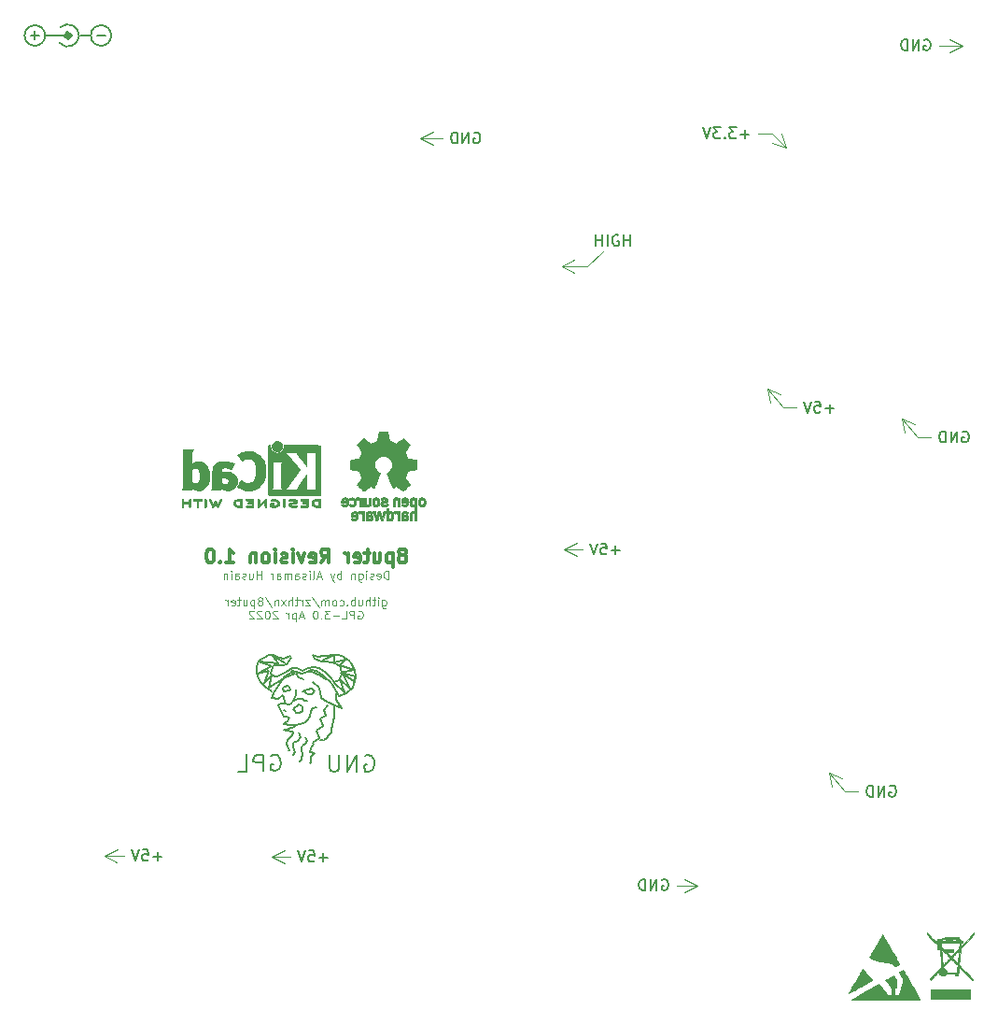
<source format=gbo>
G04 #@! TF.GenerationSoftware,KiCad,Pcbnew,6.0.4-1.fc35*
G04 #@! TF.CreationDate,2022-05-03T00:18:17+05:30*
G04 #@! TF.ProjectId,8puter,38707574-6572-42e6-9b69-6361645f7063,rev?*
G04 #@! TF.SameCoordinates,Original*
G04 #@! TF.FileFunction,Legend,Bot*
G04 #@! TF.FilePolarity,Positive*
%FSLAX46Y46*%
G04 Gerber Fmt 4.6, Leading zero omitted, Abs format (unit mm)*
G04 Created by KiCad (PCBNEW 6.0.4-1.fc35) date 2022-05-03 00:18:17*
%MOMM*%
%LPD*%
G01*
G04 APERTURE LIST*
%ADD10C,0.125000*%
%ADD11C,0.150000*%
%ADD12C,0.312500*%
%ADD13C,0.120000*%
%ADD14C,0.010000*%
%ADD15C,0.500000*%
G04 APERTURE END LIST*
D10*
X141991475Y-93929105D02*
X141991475Y-93179105D01*
X141812904Y-93179105D01*
X141705761Y-93214820D01*
X141634332Y-93286248D01*
X141598618Y-93357677D01*
X141562904Y-93500534D01*
X141562904Y-93607677D01*
X141598618Y-93750534D01*
X141634332Y-93821962D01*
X141705761Y-93893391D01*
X141812904Y-93929105D01*
X141991475Y-93929105D01*
X140955761Y-93893391D02*
X141027190Y-93929105D01*
X141170047Y-93929105D01*
X141241475Y-93893391D01*
X141277190Y-93821962D01*
X141277190Y-93536248D01*
X141241475Y-93464820D01*
X141170047Y-93429105D01*
X141027190Y-93429105D01*
X140955761Y-93464820D01*
X140920047Y-93536248D01*
X140920047Y-93607677D01*
X141277190Y-93679105D01*
X140634332Y-93893391D02*
X140562904Y-93929105D01*
X140420047Y-93929105D01*
X140348618Y-93893391D01*
X140312904Y-93821962D01*
X140312904Y-93786248D01*
X140348618Y-93714820D01*
X140420047Y-93679105D01*
X140527190Y-93679105D01*
X140598618Y-93643391D01*
X140634332Y-93571962D01*
X140634332Y-93536248D01*
X140598618Y-93464820D01*
X140527190Y-93429105D01*
X140420047Y-93429105D01*
X140348618Y-93464820D01*
X139991475Y-93929105D02*
X139991475Y-93429105D01*
X139991475Y-93179105D02*
X140027190Y-93214820D01*
X139991475Y-93250534D01*
X139955761Y-93214820D01*
X139991475Y-93179105D01*
X139991475Y-93250534D01*
X139312904Y-93429105D02*
X139312904Y-94036248D01*
X139348618Y-94107677D01*
X139384332Y-94143391D01*
X139455761Y-94179105D01*
X139562904Y-94179105D01*
X139634332Y-94143391D01*
X139312904Y-93893391D02*
X139384332Y-93929105D01*
X139527190Y-93929105D01*
X139598618Y-93893391D01*
X139634332Y-93857677D01*
X139670047Y-93786248D01*
X139670047Y-93571962D01*
X139634332Y-93500534D01*
X139598618Y-93464820D01*
X139527190Y-93429105D01*
X139384332Y-93429105D01*
X139312904Y-93464820D01*
X138955761Y-93429105D02*
X138955761Y-93929105D01*
X138955761Y-93500534D02*
X138920047Y-93464820D01*
X138848618Y-93429105D01*
X138741475Y-93429105D01*
X138670047Y-93464820D01*
X138634332Y-93536248D01*
X138634332Y-93929105D01*
X137705761Y-93929105D02*
X137705761Y-93179105D01*
X137705761Y-93464820D02*
X137634332Y-93429105D01*
X137491475Y-93429105D01*
X137420047Y-93464820D01*
X137384332Y-93500534D01*
X137348618Y-93571962D01*
X137348618Y-93786248D01*
X137384332Y-93857677D01*
X137420047Y-93893391D01*
X137491475Y-93929105D01*
X137634332Y-93929105D01*
X137705761Y-93893391D01*
X137098618Y-93429105D02*
X136920047Y-93929105D01*
X136741475Y-93429105D02*
X136920047Y-93929105D01*
X136991475Y-94107677D01*
X137027190Y-94143391D01*
X137098618Y-94179105D01*
X135920047Y-93714820D02*
X135562904Y-93714820D01*
X135991475Y-93929105D02*
X135741475Y-93179105D01*
X135491475Y-93929105D01*
X135134332Y-93929105D02*
X135205761Y-93893391D01*
X135241475Y-93821962D01*
X135241475Y-93179105D01*
X134848618Y-93929105D02*
X134848618Y-93429105D01*
X134848618Y-93179105D02*
X134884332Y-93214820D01*
X134848618Y-93250534D01*
X134812904Y-93214820D01*
X134848618Y-93179105D01*
X134848618Y-93250534D01*
X134527190Y-93893391D02*
X134455761Y-93929105D01*
X134312904Y-93929105D01*
X134241475Y-93893391D01*
X134205761Y-93821962D01*
X134205761Y-93786248D01*
X134241475Y-93714820D01*
X134312904Y-93679105D01*
X134420047Y-93679105D01*
X134491475Y-93643391D01*
X134527190Y-93571962D01*
X134527190Y-93536248D01*
X134491475Y-93464820D01*
X134420047Y-93429105D01*
X134312904Y-93429105D01*
X134241475Y-93464820D01*
X133562904Y-93929105D02*
X133562904Y-93536248D01*
X133598618Y-93464820D01*
X133670047Y-93429105D01*
X133812904Y-93429105D01*
X133884332Y-93464820D01*
X133562904Y-93893391D02*
X133634332Y-93929105D01*
X133812904Y-93929105D01*
X133884332Y-93893391D01*
X133920047Y-93821962D01*
X133920047Y-93750534D01*
X133884332Y-93679105D01*
X133812904Y-93643391D01*
X133634332Y-93643391D01*
X133562904Y-93607677D01*
X133205761Y-93929105D02*
X133205761Y-93429105D01*
X133205761Y-93500534D02*
X133170047Y-93464820D01*
X133098618Y-93429105D01*
X132991475Y-93429105D01*
X132920047Y-93464820D01*
X132884332Y-93536248D01*
X132884332Y-93929105D01*
X132884332Y-93536248D02*
X132848618Y-93464820D01*
X132777190Y-93429105D01*
X132670047Y-93429105D01*
X132598618Y-93464820D01*
X132562904Y-93536248D01*
X132562904Y-93929105D01*
X131884332Y-93929105D02*
X131884332Y-93536248D01*
X131920047Y-93464820D01*
X131991475Y-93429105D01*
X132134332Y-93429105D01*
X132205761Y-93464820D01*
X131884332Y-93893391D02*
X131955761Y-93929105D01*
X132134332Y-93929105D01*
X132205761Y-93893391D01*
X132241475Y-93821962D01*
X132241475Y-93750534D01*
X132205761Y-93679105D01*
X132134332Y-93643391D01*
X131955761Y-93643391D01*
X131884332Y-93607677D01*
X131527190Y-93929105D02*
X131527190Y-93429105D01*
X131527190Y-93571962D02*
X131491475Y-93500534D01*
X131455761Y-93464820D01*
X131384332Y-93429105D01*
X131312904Y-93429105D01*
X130491475Y-93929105D02*
X130491475Y-93179105D01*
X130491475Y-93536248D02*
X130062904Y-93536248D01*
X130062904Y-93929105D02*
X130062904Y-93179105D01*
X129384332Y-93429105D02*
X129384332Y-93929105D01*
X129705761Y-93429105D02*
X129705761Y-93821962D01*
X129670047Y-93893391D01*
X129598618Y-93929105D01*
X129491475Y-93929105D01*
X129420047Y-93893391D01*
X129384332Y-93857677D01*
X129062904Y-93893391D02*
X128991475Y-93929105D01*
X128848618Y-93929105D01*
X128777190Y-93893391D01*
X128741475Y-93821962D01*
X128741475Y-93786248D01*
X128777190Y-93714820D01*
X128848618Y-93679105D01*
X128955761Y-93679105D01*
X129027190Y-93643391D01*
X129062904Y-93571962D01*
X129062904Y-93536248D01*
X129027190Y-93464820D01*
X128955761Y-93429105D01*
X128848618Y-93429105D01*
X128777190Y-93464820D01*
X128098618Y-93929105D02*
X128098618Y-93536248D01*
X128134332Y-93464820D01*
X128205761Y-93429105D01*
X128348618Y-93429105D01*
X128420047Y-93464820D01*
X128098618Y-93893391D02*
X128170047Y-93929105D01*
X128348618Y-93929105D01*
X128420047Y-93893391D01*
X128455761Y-93821962D01*
X128455761Y-93750534D01*
X128420047Y-93679105D01*
X128348618Y-93643391D01*
X128170047Y-93643391D01*
X128098618Y-93607677D01*
X127741475Y-93929105D02*
X127741475Y-93429105D01*
X127741475Y-93179105D02*
X127777190Y-93214820D01*
X127741475Y-93250534D01*
X127705761Y-93214820D01*
X127741475Y-93179105D01*
X127741475Y-93250534D01*
X127384332Y-93429105D02*
X127384332Y-93929105D01*
X127384332Y-93500534D02*
X127348618Y-93464820D01*
X127277190Y-93429105D01*
X127170047Y-93429105D01*
X127098618Y-93464820D01*
X127062904Y-93536248D01*
X127062904Y-93929105D01*
X141437904Y-95844105D02*
X141437904Y-96451248D01*
X141473618Y-96522677D01*
X141509332Y-96558391D01*
X141580761Y-96594105D01*
X141687904Y-96594105D01*
X141759332Y-96558391D01*
X141437904Y-96308391D02*
X141509332Y-96344105D01*
X141652190Y-96344105D01*
X141723618Y-96308391D01*
X141759332Y-96272677D01*
X141795047Y-96201248D01*
X141795047Y-95986962D01*
X141759332Y-95915534D01*
X141723618Y-95879820D01*
X141652190Y-95844105D01*
X141509332Y-95844105D01*
X141437904Y-95879820D01*
X141080761Y-96344105D02*
X141080761Y-95844105D01*
X141080761Y-95594105D02*
X141116475Y-95629820D01*
X141080761Y-95665534D01*
X141045047Y-95629820D01*
X141080761Y-95594105D01*
X141080761Y-95665534D01*
X140830761Y-95844105D02*
X140545047Y-95844105D01*
X140723618Y-95594105D02*
X140723618Y-96236962D01*
X140687904Y-96308391D01*
X140616475Y-96344105D01*
X140545047Y-96344105D01*
X140295047Y-96344105D02*
X140295047Y-95594105D01*
X139973618Y-96344105D02*
X139973618Y-95951248D01*
X140009332Y-95879820D01*
X140080761Y-95844105D01*
X140187904Y-95844105D01*
X140259332Y-95879820D01*
X140295047Y-95915534D01*
X139295047Y-95844105D02*
X139295047Y-96344105D01*
X139616475Y-95844105D02*
X139616475Y-96236962D01*
X139580761Y-96308391D01*
X139509332Y-96344105D01*
X139402190Y-96344105D01*
X139330761Y-96308391D01*
X139295047Y-96272677D01*
X138937904Y-96344105D02*
X138937904Y-95594105D01*
X138937904Y-95879820D02*
X138866475Y-95844105D01*
X138723618Y-95844105D01*
X138652190Y-95879820D01*
X138616475Y-95915534D01*
X138580761Y-95986962D01*
X138580761Y-96201248D01*
X138616475Y-96272677D01*
X138652190Y-96308391D01*
X138723618Y-96344105D01*
X138866475Y-96344105D01*
X138937904Y-96308391D01*
X138259332Y-96272677D02*
X138223618Y-96308391D01*
X138259332Y-96344105D01*
X138295047Y-96308391D01*
X138259332Y-96272677D01*
X138259332Y-96344105D01*
X137580761Y-96308391D02*
X137652190Y-96344105D01*
X137795047Y-96344105D01*
X137866475Y-96308391D01*
X137902190Y-96272677D01*
X137937904Y-96201248D01*
X137937904Y-95986962D01*
X137902190Y-95915534D01*
X137866475Y-95879820D01*
X137795047Y-95844105D01*
X137652190Y-95844105D01*
X137580761Y-95879820D01*
X137152190Y-96344105D02*
X137223618Y-96308391D01*
X137259332Y-96272677D01*
X137295047Y-96201248D01*
X137295047Y-95986962D01*
X137259332Y-95915534D01*
X137223618Y-95879820D01*
X137152190Y-95844105D01*
X137045047Y-95844105D01*
X136973618Y-95879820D01*
X136937904Y-95915534D01*
X136902190Y-95986962D01*
X136902190Y-96201248D01*
X136937904Y-96272677D01*
X136973618Y-96308391D01*
X137045047Y-96344105D01*
X137152190Y-96344105D01*
X136580761Y-96344105D02*
X136580761Y-95844105D01*
X136580761Y-95915534D02*
X136545047Y-95879820D01*
X136473618Y-95844105D01*
X136366475Y-95844105D01*
X136295047Y-95879820D01*
X136259332Y-95951248D01*
X136259332Y-96344105D01*
X136259332Y-95951248D02*
X136223618Y-95879820D01*
X136152190Y-95844105D01*
X136045047Y-95844105D01*
X135973618Y-95879820D01*
X135937904Y-95951248D01*
X135937904Y-96344105D01*
X135045047Y-95558391D02*
X135687904Y-96522677D01*
X134866475Y-95844105D02*
X134473618Y-95844105D01*
X134866475Y-96344105D01*
X134473618Y-96344105D01*
X134187904Y-96344105D02*
X134187904Y-95844105D01*
X134187904Y-95986962D02*
X134152190Y-95915534D01*
X134116475Y-95879820D01*
X134045047Y-95844105D01*
X133973618Y-95844105D01*
X133830761Y-95844105D02*
X133545047Y-95844105D01*
X133723618Y-95594105D02*
X133723618Y-96236962D01*
X133687904Y-96308391D01*
X133616475Y-96344105D01*
X133545047Y-96344105D01*
X133295047Y-96344105D02*
X133295047Y-95594105D01*
X132973618Y-96344105D02*
X132973618Y-95951248D01*
X133009332Y-95879820D01*
X133080761Y-95844105D01*
X133187904Y-95844105D01*
X133259332Y-95879820D01*
X133295047Y-95915534D01*
X132687904Y-96344105D02*
X132295047Y-95844105D01*
X132687904Y-95844105D02*
X132295047Y-96344105D01*
X132009332Y-95844105D02*
X132009332Y-96344105D01*
X132009332Y-95915534D02*
X131973618Y-95879820D01*
X131902190Y-95844105D01*
X131795047Y-95844105D01*
X131723618Y-95879820D01*
X131687904Y-95951248D01*
X131687904Y-96344105D01*
X130795047Y-95558391D02*
X131437904Y-96522677D01*
X130437904Y-95915534D02*
X130509332Y-95879820D01*
X130545047Y-95844105D01*
X130580761Y-95772677D01*
X130580761Y-95736962D01*
X130545047Y-95665534D01*
X130509332Y-95629820D01*
X130437904Y-95594105D01*
X130295047Y-95594105D01*
X130223618Y-95629820D01*
X130187904Y-95665534D01*
X130152190Y-95736962D01*
X130152190Y-95772677D01*
X130187904Y-95844105D01*
X130223618Y-95879820D01*
X130295047Y-95915534D01*
X130437904Y-95915534D01*
X130509332Y-95951248D01*
X130545047Y-95986962D01*
X130580761Y-96058391D01*
X130580761Y-96201248D01*
X130545047Y-96272677D01*
X130509332Y-96308391D01*
X130437904Y-96344105D01*
X130295047Y-96344105D01*
X130223618Y-96308391D01*
X130187904Y-96272677D01*
X130152190Y-96201248D01*
X130152190Y-96058391D01*
X130187904Y-95986962D01*
X130223618Y-95951248D01*
X130295047Y-95915534D01*
X129830761Y-95844105D02*
X129830761Y-96594105D01*
X129830761Y-95879820D02*
X129759332Y-95844105D01*
X129616475Y-95844105D01*
X129545047Y-95879820D01*
X129509332Y-95915534D01*
X129473618Y-95986962D01*
X129473618Y-96201248D01*
X129509332Y-96272677D01*
X129545047Y-96308391D01*
X129616475Y-96344105D01*
X129759332Y-96344105D01*
X129830761Y-96308391D01*
X128830761Y-95844105D02*
X128830761Y-96344105D01*
X129152190Y-95844105D02*
X129152190Y-96236962D01*
X129116475Y-96308391D01*
X129045047Y-96344105D01*
X128937904Y-96344105D01*
X128866475Y-96308391D01*
X128830761Y-96272677D01*
X128580761Y-95844105D02*
X128295047Y-95844105D01*
X128473618Y-95594105D02*
X128473618Y-96236962D01*
X128437904Y-96308391D01*
X128366475Y-96344105D01*
X128295047Y-96344105D01*
X127759332Y-96308391D02*
X127830761Y-96344105D01*
X127973618Y-96344105D01*
X128045047Y-96308391D01*
X128080761Y-96236962D01*
X128080761Y-95951248D01*
X128045047Y-95879820D01*
X127973618Y-95844105D01*
X127830761Y-95844105D01*
X127759332Y-95879820D01*
X127723618Y-95951248D01*
X127723618Y-96022677D01*
X128080761Y-96094105D01*
X127402190Y-96344105D02*
X127402190Y-95844105D01*
X127402190Y-95986962D02*
X127366475Y-95915534D01*
X127330761Y-95879820D01*
X127259332Y-95844105D01*
X127187904Y-95844105D01*
X139259332Y-96837320D02*
X139330761Y-96801605D01*
X139437904Y-96801605D01*
X139545047Y-96837320D01*
X139616475Y-96908748D01*
X139652190Y-96980177D01*
X139687904Y-97123034D01*
X139687904Y-97230177D01*
X139652190Y-97373034D01*
X139616475Y-97444462D01*
X139545047Y-97515891D01*
X139437904Y-97551605D01*
X139366475Y-97551605D01*
X139259332Y-97515891D01*
X139223618Y-97480177D01*
X139223618Y-97230177D01*
X139366475Y-97230177D01*
X138902190Y-97551605D02*
X138902190Y-96801605D01*
X138616475Y-96801605D01*
X138545047Y-96837320D01*
X138509332Y-96873034D01*
X138473618Y-96944462D01*
X138473618Y-97051605D01*
X138509332Y-97123034D01*
X138545047Y-97158748D01*
X138616475Y-97194462D01*
X138902190Y-97194462D01*
X137795047Y-97551605D02*
X138152190Y-97551605D01*
X138152190Y-96801605D01*
X137545047Y-97265891D02*
X136973618Y-97265891D01*
X136687904Y-96801605D02*
X136223618Y-96801605D01*
X136473618Y-97087320D01*
X136366475Y-97087320D01*
X136295047Y-97123034D01*
X136259332Y-97158748D01*
X136223618Y-97230177D01*
X136223618Y-97408748D01*
X136259332Y-97480177D01*
X136295047Y-97515891D01*
X136366475Y-97551605D01*
X136580761Y-97551605D01*
X136652190Y-97515891D01*
X136687904Y-97480177D01*
X135902190Y-97480177D02*
X135866475Y-97515891D01*
X135902190Y-97551605D01*
X135937904Y-97515891D01*
X135902190Y-97480177D01*
X135902190Y-97551605D01*
X135402190Y-96801605D02*
X135330761Y-96801605D01*
X135259332Y-96837320D01*
X135223618Y-96873034D01*
X135187904Y-96944462D01*
X135152190Y-97087320D01*
X135152190Y-97265891D01*
X135187904Y-97408748D01*
X135223618Y-97480177D01*
X135259332Y-97515891D01*
X135330761Y-97551605D01*
X135402190Y-97551605D01*
X135473618Y-97515891D01*
X135509332Y-97480177D01*
X135545047Y-97408748D01*
X135580761Y-97265891D01*
X135580761Y-97087320D01*
X135545047Y-96944462D01*
X135509332Y-96873034D01*
X135473618Y-96837320D01*
X135402190Y-96801605D01*
X134295047Y-97337320D02*
X133937904Y-97337320D01*
X134366475Y-97551605D02*
X134116475Y-96801605D01*
X133866475Y-97551605D01*
X133616475Y-97051605D02*
X133616475Y-97801605D01*
X133616475Y-97087320D02*
X133545047Y-97051605D01*
X133402190Y-97051605D01*
X133330761Y-97087320D01*
X133295047Y-97123034D01*
X133259332Y-97194462D01*
X133259332Y-97408748D01*
X133295047Y-97480177D01*
X133330761Y-97515891D01*
X133402190Y-97551605D01*
X133545047Y-97551605D01*
X133616475Y-97515891D01*
X132937904Y-97551605D02*
X132937904Y-97051605D01*
X132937904Y-97194462D02*
X132902190Y-97123034D01*
X132866475Y-97087320D01*
X132795047Y-97051605D01*
X132723618Y-97051605D01*
X131937904Y-96873034D02*
X131902190Y-96837320D01*
X131830761Y-96801605D01*
X131652190Y-96801605D01*
X131580761Y-96837320D01*
X131545047Y-96873034D01*
X131509332Y-96944462D01*
X131509332Y-97015891D01*
X131545047Y-97123034D01*
X131973618Y-97551605D01*
X131509332Y-97551605D01*
X131045047Y-96801605D02*
X130973618Y-96801605D01*
X130902190Y-96837320D01*
X130866475Y-96873034D01*
X130830761Y-96944462D01*
X130795047Y-97087320D01*
X130795047Y-97265891D01*
X130830761Y-97408748D01*
X130866475Y-97480177D01*
X130902190Y-97515891D01*
X130973618Y-97551605D01*
X131045047Y-97551605D01*
X131116475Y-97515891D01*
X131152190Y-97480177D01*
X131187904Y-97408748D01*
X131223618Y-97265891D01*
X131223618Y-97087320D01*
X131187904Y-96944462D01*
X131152190Y-96873034D01*
X131116475Y-96837320D01*
X131045047Y-96801605D01*
X130509332Y-96873034D02*
X130473618Y-96837320D01*
X130402190Y-96801605D01*
X130223618Y-96801605D01*
X130152190Y-96837320D01*
X130116475Y-96873034D01*
X130080761Y-96944462D01*
X130080761Y-97015891D01*
X130116475Y-97123034D01*
X130545047Y-97551605D01*
X130080761Y-97551605D01*
X129795047Y-96873034D02*
X129759332Y-96837320D01*
X129687904Y-96801605D01*
X129509332Y-96801605D01*
X129437904Y-96837320D01*
X129402190Y-96873034D01*
X129366475Y-96944462D01*
X129366475Y-97015891D01*
X129402190Y-97123034D01*
X129830761Y-97551605D01*
X129366475Y-97551605D01*
D11*
X116312952Y-44696428D02*
X115551047Y-44696428D01*
D12*
X143391475Y-91752260D02*
X143510523Y-91692736D01*
X143570047Y-91633212D01*
X143629570Y-91514165D01*
X143629570Y-91454641D01*
X143570047Y-91335593D01*
X143510523Y-91276070D01*
X143391475Y-91216546D01*
X143153380Y-91216546D01*
X143034332Y-91276070D01*
X142974809Y-91335593D01*
X142915285Y-91454641D01*
X142915285Y-91514165D01*
X142974809Y-91633212D01*
X143034332Y-91692736D01*
X143153380Y-91752260D01*
X143391475Y-91752260D01*
X143510523Y-91811784D01*
X143570047Y-91871308D01*
X143629570Y-91990355D01*
X143629570Y-92228450D01*
X143570047Y-92347498D01*
X143510523Y-92407022D01*
X143391475Y-92466546D01*
X143153380Y-92466546D01*
X143034332Y-92407022D01*
X142974809Y-92347498D01*
X142915285Y-92228450D01*
X142915285Y-91990355D01*
X142974809Y-91871308D01*
X143034332Y-91811784D01*
X143153380Y-91752260D01*
X142379570Y-91633212D02*
X142379570Y-92883212D01*
X142379570Y-91692736D02*
X142260523Y-91633212D01*
X142022428Y-91633212D01*
X141903380Y-91692736D01*
X141843856Y-91752260D01*
X141784332Y-91871308D01*
X141784332Y-92228450D01*
X141843856Y-92347498D01*
X141903380Y-92407022D01*
X142022428Y-92466546D01*
X142260523Y-92466546D01*
X142379570Y-92407022D01*
X140712904Y-91633212D02*
X140712904Y-92466546D01*
X141248618Y-91633212D02*
X141248618Y-92287974D01*
X141189094Y-92407022D01*
X141070047Y-92466546D01*
X140891475Y-92466546D01*
X140772428Y-92407022D01*
X140712904Y-92347498D01*
X140296237Y-91633212D02*
X139820047Y-91633212D01*
X140117666Y-91216546D02*
X140117666Y-92287974D01*
X140058142Y-92407022D01*
X139939094Y-92466546D01*
X139820047Y-92466546D01*
X138927190Y-92407022D02*
X139046237Y-92466546D01*
X139284332Y-92466546D01*
X139403380Y-92407022D01*
X139462904Y-92287974D01*
X139462904Y-91811784D01*
X139403380Y-91692736D01*
X139284332Y-91633212D01*
X139046237Y-91633212D01*
X138927190Y-91692736D01*
X138867666Y-91811784D01*
X138867666Y-91930831D01*
X139462904Y-92049879D01*
X138331951Y-92466546D02*
X138331951Y-91633212D01*
X138331951Y-91871308D02*
X138272428Y-91752260D01*
X138212904Y-91692736D01*
X138093856Y-91633212D01*
X137974809Y-91633212D01*
X135891475Y-92466546D02*
X136308142Y-91871308D01*
X136605761Y-92466546D02*
X136605761Y-91216546D01*
X136129570Y-91216546D01*
X136010523Y-91276070D01*
X135950999Y-91335593D01*
X135891475Y-91454641D01*
X135891475Y-91633212D01*
X135950999Y-91752260D01*
X136010523Y-91811784D01*
X136129570Y-91871308D01*
X136605761Y-91871308D01*
X134879570Y-92407022D02*
X134998618Y-92466546D01*
X135236713Y-92466546D01*
X135355761Y-92407022D01*
X135415285Y-92287974D01*
X135415285Y-91811784D01*
X135355761Y-91692736D01*
X135236713Y-91633212D01*
X134998618Y-91633212D01*
X134879570Y-91692736D01*
X134820047Y-91811784D01*
X134820047Y-91930831D01*
X135415285Y-92049879D01*
X134403380Y-91633212D02*
X134105761Y-92466546D01*
X133808142Y-91633212D01*
X133331951Y-92466546D02*
X133331951Y-91633212D01*
X133331951Y-91216546D02*
X133391475Y-91276070D01*
X133331951Y-91335593D01*
X133272428Y-91276070D01*
X133331951Y-91216546D01*
X133331951Y-91335593D01*
X132796237Y-92407022D02*
X132677190Y-92466546D01*
X132439094Y-92466546D01*
X132320047Y-92407022D01*
X132260523Y-92287974D01*
X132260523Y-92228450D01*
X132320047Y-92109403D01*
X132439094Y-92049879D01*
X132617666Y-92049879D01*
X132736713Y-91990355D01*
X132796237Y-91871308D01*
X132796237Y-91811784D01*
X132736713Y-91692736D01*
X132617666Y-91633212D01*
X132439094Y-91633212D01*
X132320047Y-91692736D01*
X131724809Y-92466546D02*
X131724809Y-91633212D01*
X131724809Y-91216546D02*
X131784332Y-91276070D01*
X131724809Y-91335593D01*
X131665285Y-91276070D01*
X131724809Y-91216546D01*
X131724809Y-91335593D01*
X130950999Y-92466546D02*
X131070047Y-92407022D01*
X131129570Y-92347498D01*
X131189094Y-92228450D01*
X131189094Y-91871308D01*
X131129570Y-91752260D01*
X131070047Y-91692736D01*
X130950999Y-91633212D01*
X130772428Y-91633212D01*
X130653380Y-91692736D01*
X130593856Y-91752260D01*
X130534332Y-91871308D01*
X130534332Y-92228450D01*
X130593856Y-92347498D01*
X130653380Y-92407022D01*
X130772428Y-92466546D01*
X130950999Y-92466546D01*
X129998618Y-91633212D02*
X129998618Y-92466546D01*
X129998618Y-91752260D02*
X129939094Y-91692736D01*
X129820047Y-91633212D01*
X129641475Y-91633212D01*
X129522428Y-91692736D01*
X129462904Y-91811784D01*
X129462904Y-92466546D01*
X127260523Y-92466546D02*
X127974809Y-92466546D01*
X127617666Y-92466546D02*
X127617666Y-91216546D01*
X127736713Y-91395117D01*
X127855761Y-91514165D01*
X127974809Y-91573689D01*
X126724809Y-92347498D02*
X126665285Y-92407022D01*
X126724809Y-92466546D01*
X126784332Y-92407022D01*
X126724809Y-92347498D01*
X126724809Y-92466546D01*
X125891475Y-91216546D02*
X125772428Y-91216546D01*
X125653380Y-91276070D01*
X125593856Y-91335593D01*
X125534332Y-91454641D01*
X125474809Y-91692736D01*
X125474809Y-91990355D01*
X125534332Y-92228450D01*
X125593856Y-92347498D01*
X125653380Y-92407022D01*
X125772428Y-92466546D01*
X125891475Y-92466546D01*
X126010523Y-92407022D01*
X126070047Y-92347498D01*
X126129570Y-92228450D01*
X126189094Y-91990355D01*
X126189094Y-91692736D01*
X126129570Y-91454641D01*
X126070047Y-91335593D01*
X126010523Y-91276070D01*
X125891475Y-91216546D01*
D11*
X110322952Y-44676428D02*
X109561047Y-44676428D01*
X109942000Y-45057380D02*
X109942000Y-44295476D01*
X162987714Y-91321428D02*
X162225809Y-91321428D01*
X162606761Y-91702380D02*
X162606761Y-90940476D01*
X161273428Y-90702380D02*
X161749619Y-90702380D01*
X161797238Y-91178571D01*
X161749619Y-91130952D01*
X161654380Y-91083333D01*
X161416285Y-91083333D01*
X161321047Y-91130952D01*
X161273428Y-91178571D01*
X161225809Y-91273809D01*
X161225809Y-91511904D01*
X161273428Y-91607142D01*
X161321047Y-91654761D01*
X161416285Y-91702380D01*
X161654380Y-91702380D01*
X161749619Y-91654761D01*
X161797238Y-91607142D01*
X160940095Y-90702380D02*
X160606761Y-91702380D01*
X160273428Y-90702380D01*
D13*
X157942000Y-91250000D02*
X158652000Y-91250000D01*
X157942000Y-91250000D02*
X159068504Y-91836421D01*
X157942000Y-91250000D02*
X159068504Y-90663579D01*
X158652000Y-91250000D02*
X159603191Y-91250000D01*
D11*
X136485714Y-119161428D02*
X135723809Y-119161428D01*
X136104761Y-119542380D02*
X136104761Y-118780476D01*
X134771428Y-118542380D02*
X135247619Y-118542380D01*
X135295238Y-119018571D01*
X135247619Y-118970952D01*
X135152380Y-118923333D01*
X134914285Y-118923333D01*
X134819047Y-118970952D01*
X134771428Y-119018571D01*
X134723809Y-119113809D01*
X134723809Y-119351904D01*
X134771428Y-119447142D01*
X134819047Y-119494761D01*
X134914285Y-119542380D01*
X135152380Y-119542380D01*
X135247619Y-119494761D01*
X135295238Y-119447142D01*
X134438095Y-118542380D02*
X134104761Y-119542380D01*
X133771428Y-118542380D01*
D13*
X131440000Y-119090000D02*
X132150000Y-119090000D01*
X131440000Y-119090000D02*
X132566504Y-119676421D01*
X131440000Y-119090000D02*
X132566504Y-118503579D01*
X132150000Y-119090000D02*
X133101191Y-119090000D01*
D11*
X194061904Y-80600000D02*
X194157142Y-80552380D01*
X194300000Y-80552380D01*
X194442857Y-80600000D01*
X194538095Y-80695238D01*
X194585714Y-80790476D01*
X194633333Y-80980952D01*
X194633333Y-81123809D01*
X194585714Y-81314285D01*
X194538095Y-81409523D01*
X194442857Y-81504761D01*
X194300000Y-81552380D01*
X194204761Y-81552380D01*
X194061904Y-81504761D01*
X194014285Y-81457142D01*
X194014285Y-81123809D01*
X194204761Y-81123809D01*
X193585714Y-81552380D02*
X193585714Y-80552380D01*
X193014285Y-81552380D01*
X193014285Y-80552380D01*
X192538095Y-81552380D02*
X192538095Y-80552380D01*
X192300000Y-80552380D01*
X192157142Y-80600000D01*
X192061904Y-80695238D01*
X192014285Y-80790476D01*
X191966666Y-80980952D01*
X191966666Y-81123809D01*
X192014285Y-81314285D01*
X192061904Y-81409523D01*
X192157142Y-81504761D01*
X192300000Y-81552380D01*
X192538095Y-81552380D01*
D13*
X188529901Y-79425720D02*
X190000000Y-81100000D01*
X188529901Y-79425720D02*
X188832509Y-80659141D01*
X188529901Y-79425720D02*
X189713830Y-79885299D01*
X190000000Y-81100000D02*
X191201191Y-81100000D01*
D11*
X166811904Y-121200000D02*
X166907142Y-121152380D01*
X167050000Y-121152380D01*
X167192857Y-121200000D01*
X167288095Y-121295238D01*
X167335714Y-121390476D01*
X167383333Y-121580952D01*
X167383333Y-121723809D01*
X167335714Y-121914285D01*
X167288095Y-122009523D01*
X167192857Y-122104761D01*
X167050000Y-122152380D01*
X166954761Y-122152380D01*
X166811904Y-122104761D01*
X166764285Y-122057142D01*
X166764285Y-121723809D01*
X166954761Y-121723809D01*
X166335714Y-122152380D02*
X166335714Y-121152380D01*
X165764285Y-122152380D01*
X165764285Y-121152380D01*
X165288095Y-122152380D02*
X165288095Y-121152380D01*
X165050000Y-121152380D01*
X164907142Y-121200000D01*
X164811904Y-121295238D01*
X164764285Y-121390476D01*
X164716666Y-121580952D01*
X164716666Y-121723809D01*
X164764285Y-121914285D01*
X164811904Y-122009523D01*
X164907142Y-122104761D01*
X165050000Y-122152380D01*
X165288095Y-122152380D01*
D13*
X170000000Y-121700000D02*
X168148810Y-121700000D01*
X170000000Y-121700000D02*
X168873496Y-121113579D01*
X170000000Y-121700000D02*
X168873496Y-122286421D01*
D11*
X174690000Y-53641428D02*
X173928095Y-53641428D01*
X174309047Y-54022380D02*
X174309047Y-53260476D01*
X173547142Y-53022380D02*
X172928095Y-53022380D01*
X173261428Y-53403333D01*
X173118571Y-53403333D01*
X173023333Y-53450952D01*
X172975714Y-53498571D01*
X172928095Y-53593809D01*
X172928095Y-53831904D01*
X172975714Y-53927142D01*
X173023333Y-53974761D01*
X173118571Y-54022380D01*
X173404285Y-54022380D01*
X173499523Y-53974761D01*
X173547142Y-53927142D01*
X172499523Y-53927142D02*
X172451904Y-53974761D01*
X172499523Y-54022380D01*
X172547142Y-53974761D01*
X172499523Y-53927142D01*
X172499523Y-54022380D01*
X172118571Y-53022380D02*
X171499523Y-53022380D01*
X171832857Y-53403333D01*
X171690000Y-53403333D01*
X171594761Y-53450952D01*
X171547142Y-53498571D01*
X171499523Y-53593809D01*
X171499523Y-53831904D01*
X171547142Y-53927142D01*
X171594761Y-53974761D01*
X171690000Y-54022380D01*
X171975714Y-54022380D01*
X172070952Y-53974761D01*
X172118571Y-53927142D01*
X171213809Y-53022380D02*
X170880476Y-54022380D01*
X170547142Y-53022380D01*
D13*
X178036447Y-54816447D02*
X176790000Y-53570000D01*
X178036447Y-54816447D02*
X177654551Y-53605226D01*
X178036447Y-54816447D02*
X176825226Y-54434551D01*
X176790000Y-53570000D02*
X175503095Y-53570000D01*
D11*
X190591904Y-45090000D02*
X190687142Y-45042380D01*
X190830000Y-45042380D01*
X190972857Y-45090000D01*
X191068095Y-45185238D01*
X191115714Y-45280476D01*
X191163333Y-45470952D01*
X191163333Y-45613809D01*
X191115714Y-45804285D01*
X191068095Y-45899523D01*
X190972857Y-45994761D01*
X190830000Y-46042380D01*
X190734761Y-46042380D01*
X190591904Y-45994761D01*
X190544285Y-45947142D01*
X190544285Y-45613809D01*
X190734761Y-45613809D01*
X190115714Y-46042380D02*
X190115714Y-45042380D01*
X189544285Y-46042380D01*
X189544285Y-45042380D01*
X189068095Y-46042380D02*
X189068095Y-45042380D01*
X188830000Y-45042380D01*
X188687142Y-45090000D01*
X188591904Y-45185238D01*
X188544285Y-45280476D01*
X188496666Y-45470952D01*
X188496666Y-45613809D01*
X188544285Y-45804285D01*
X188591904Y-45899523D01*
X188687142Y-45994761D01*
X188830000Y-46042380D01*
X189068095Y-46042380D01*
D13*
X194030000Y-45590000D02*
X191928810Y-45590000D01*
X194030000Y-45590000D02*
X192903496Y-45003579D01*
X194030000Y-45590000D02*
X192903496Y-46176421D01*
D11*
X187461904Y-112700000D02*
X187557142Y-112652380D01*
X187700000Y-112652380D01*
X187842857Y-112700000D01*
X187938095Y-112795238D01*
X187985714Y-112890476D01*
X188033333Y-113080952D01*
X188033333Y-113223809D01*
X187985714Y-113414285D01*
X187938095Y-113509523D01*
X187842857Y-113604761D01*
X187700000Y-113652380D01*
X187604761Y-113652380D01*
X187461904Y-113604761D01*
X187414285Y-113557142D01*
X187414285Y-113223809D01*
X187604761Y-113223809D01*
X186985714Y-113652380D02*
X186985714Y-112652380D01*
X186414285Y-113652380D01*
X186414285Y-112652380D01*
X185938095Y-113652380D02*
X185938095Y-112652380D01*
X185700000Y-112652380D01*
X185557142Y-112700000D01*
X185461904Y-112795238D01*
X185414285Y-112890476D01*
X185366666Y-113080952D01*
X185366666Y-113223809D01*
X185414285Y-113414285D01*
X185461904Y-113509523D01*
X185557142Y-113604761D01*
X185700000Y-113652380D01*
X185938095Y-113652380D01*
D13*
X181929901Y-111525720D02*
X183400000Y-113200000D01*
X181929901Y-111525720D02*
X182232509Y-112759141D01*
X181929901Y-111525720D02*
X183113830Y-111985299D01*
X183400000Y-113200000D02*
X184601191Y-113200000D01*
D11*
X182385714Y-78471428D02*
X181623809Y-78471428D01*
X182004761Y-78852380D02*
X182004761Y-78090476D01*
X180671428Y-77852380D02*
X181147619Y-77852380D01*
X181195238Y-78328571D01*
X181147619Y-78280952D01*
X181052380Y-78233333D01*
X180814285Y-78233333D01*
X180719047Y-78280952D01*
X180671428Y-78328571D01*
X180623809Y-78423809D01*
X180623809Y-78661904D01*
X180671428Y-78757142D01*
X180719047Y-78804761D01*
X180814285Y-78852380D01*
X181052380Y-78852380D01*
X181147619Y-78804761D01*
X181195238Y-78757142D01*
X180338095Y-77852380D02*
X180004761Y-78852380D01*
X179671428Y-77852380D01*
D13*
X176329901Y-76725720D02*
X177800000Y-78400000D01*
X176329901Y-76725720D02*
X176632509Y-77959141D01*
X176329901Y-76725720D02*
X177513830Y-77185299D01*
X177800000Y-78400000D02*
X179001191Y-78400000D01*
D11*
X149761904Y-53500000D02*
X149857142Y-53452380D01*
X150000000Y-53452380D01*
X150142857Y-53500000D01*
X150238095Y-53595238D01*
X150285714Y-53690476D01*
X150333333Y-53880952D01*
X150333333Y-54023809D01*
X150285714Y-54214285D01*
X150238095Y-54309523D01*
X150142857Y-54404761D01*
X150000000Y-54452380D01*
X149904761Y-54452380D01*
X149761904Y-54404761D01*
X149714285Y-54357142D01*
X149714285Y-54023809D01*
X149904761Y-54023809D01*
X149285714Y-54452380D02*
X149285714Y-53452380D01*
X148714285Y-54452380D01*
X148714285Y-53452380D01*
X148238095Y-54452380D02*
X148238095Y-53452380D01*
X148000000Y-53452380D01*
X147857142Y-53500000D01*
X147761904Y-53595238D01*
X147714285Y-53690476D01*
X147666666Y-53880952D01*
X147666666Y-54023809D01*
X147714285Y-54214285D01*
X147761904Y-54309523D01*
X147857142Y-54404761D01*
X148000000Y-54452380D01*
X148238095Y-54452380D01*
D13*
X144900000Y-54000000D02*
X146901191Y-54000000D01*
X144900000Y-54000000D02*
X146026504Y-54586421D01*
X144900000Y-54000000D02*
X146026504Y-53413579D01*
D11*
X160802380Y-63742380D02*
X160802380Y-62742380D01*
X160802380Y-63218571D02*
X161373809Y-63218571D01*
X161373809Y-63742380D02*
X161373809Y-62742380D01*
X161850000Y-63742380D02*
X161850000Y-62742380D01*
X162850000Y-62790000D02*
X162754761Y-62742380D01*
X162611904Y-62742380D01*
X162469047Y-62790000D01*
X162373809Y-62885238D01*
X162326190Y-62980476D01*
X162278571Y-63170952D01*
X162278571Y-63313809D01*
X162326190Y-63504285D01*
X162373809Y-63599523D01*
X162469047Y-63694761D01*
X162611904Y-63742380D01*
X162707142Y-63742380D01*
X162850000Y-63694761D01*
X162897619Y-63647142D01*
X162897619Y-63313809D01*
X162707142Y-63313809D01*
X163326190Y-63742380D02*
X163326190Y-62742380D01*
X163326190Y-63218571D02*
X163897619Y-63218571D01*
X163897619Y-63742380D02*
X163897619Y-62742380D01*
D13*
X157730000Y-65580000D02*
X160060000Y-65580000D01*
X157730000Y-65580000D02*
X158856504Y-66166421D01*
X157730000Y-65580000D02*
X158856504Y-64993579D01*
X160060000Y-65580000D02*
X161432500Y-64207500D01*
D11*
X121425714Y-119091428D02*
X120663809Y-119091428D01*
X121044761Y-119472380D02*
X121044761Y-118710476D01*
X119711428Y-118472380D02*
X120187619Y-118472380D01*
X120235238Y-118948571D01*
X120187619Y-118900952D01*
X120092380Y-118853333D01*
X119854285Y-118853333D01*
X119759047Y-118900952D01*
X119711428Y-118948571D01*
X119663809Y-119043809D01*
X119663809Y-119281904D01*
X119711428Y-119377142D01*
X119759047Y-119424761D01*
X119854285Y-119472380D01*
X120092380Y-119472380D01*
X120187619Y-119424761D01*
X120235238Y-119377142D01*
X119378095Y-118472380D02*
X119044761Y-119472380D01*
X118711428Y-118472380D01*
D13*
X116279849Y-119002291D02*
X117000000Y-119020000D01*
X116279849Y-119002291D02*
X117391597Y-119616227D01*
X116279849Y-119002291D02*
X117420428Y-118443740D01*
X117000000Y-119020000D02*
X118041191Y-119020000D01*
D11*
X134141950Y-109540190D02*
X134192750Y-109738310D01*
X134042890Y-107089090D02*
X134492470Y-106939230D01*
X131391130Y-104739590D02*
X131990570Y-104838650D01*
X134690590Y-102039570D02*
X135190970Y-101937970D01*
X134891250Y-110538410D02*
X134942050Y-110640010D01*
X136191730Y-100939750D02*
X137141690Y-100789890D01*
X135142710Y-100838150D02*
X135541490Y-100988010D01*
X133141190Y-100939750D02*
X132541750Y-101188670D01*
X133092930Y-103939490D02*
X132943070Y-103588970D01*
X133842230Y-105339030D02*
X134241010Y-105488890D01*
X134091150Y-102489150D02*
X133641570Y-102339290D01*
X133590770Y-104439870D02*
X133440910Y-104838650D01*
X133291050Y-107439610D02*
X133042130Y-107439610D01*
X136841970Y-107589470D02*
X136941030Y-107188150D01*
X131642590Y-102738070D02*
X131942310Y-102788870D01*
X138492970Y-101389330D02*
X138942550Y-102189430D01*
X129742670Y-110439350D02*
X130042390Y-110589210D01*
X132790670Y-107589470D02*
X132541750Y-107589470D01*
X133291050Y-107739330D02*
X133341850Y-107889190D01*
X134992850Y-110337750D02*
X134942050Y-110490150D01*
X139041610Y-102887930D02*
X138741890Y-103789630D01*
X133440910Y-102237690D02*
X133191990Y-102288490D01*
X133692370Y-107188150D02*
X133291050Y-107439610D01*
X131342870Y-109938970D02*
X131591790Y-109839910D01*
X132640810Y-106388050D02*
X133042130Y-106489650D01*
X132541750Y-104538930D02*
X132592550Y-105189170D01*
X139841710Y-109938970D02*
X140042370Y-109839910D01*
X133042130Y-107487870D02*
X132790670Y-107589470D01*
X132391890Y-101739850D02*
X131942310Y-101739850D01*
X133092930Y-108287970D02*
X132841470Y-108488630D01*
X133542510Y-107139890D02*
X134042890Y-107089090D01*
X136791170Y-103340050D02*
X136092670Y-102689810D01*
X136290790Y-102390090D02*
X136742910Y-102839670D01*
X135292570Y-109690050D02*
X134942050Y-110038030D01*
X133641570Y-103987750D02*
X133590770Y-104439870D01*
X134492470Y-108839150D02*
X134241010Y-109039810D01*
X137741130Y-102588210D02*
X137642070Y-101937970D01*
X130842490Y-103688030D02*
X131391130Y-104089350D01*
X133191990Y-102438350D02*
X132592550Y-102738070D01*
X132742410Y-102339290D02*
X132991330Y-102138630D01*
X136092670Y-102689810D02*
X135490690Y-102237690D01*
X132092170Y-101089610D02*
X131591790Y-100838150D01*
X131391130Y-102189430D02*
X131342870Y-102489150D01*
X137042630Y-106388050D02*
X137042630Y-105887670D01*
X136041870Y-108539430D02*
X135841210Y-108488630D01*
X137342350Y-101689050D02*
X136892770Y-101539190D01*
X137291550Y-104290010D02*
X137291550Y-104889450D01*
X134192750Y-109738310D02*
X134141950Y-110289490D01*
X131891510Y-109888170D02*
X132191230Y-110238690D01*
X131990570Y-104838650D02*
X132442690Y-104439870D01*
X136491450Y-105389830D02*
X136191730Y-105839410D01*
X137642070Y-101937970D02*
X137342350Y-101689050D01*
X133341850Y-107889190D02*
X133291050Y-108089850D01*
X136892770Y-101539190D02*
X136242530Y-101389330D01*
X132391890Y-102989530D02*
X131690850Y-104089350D01*
X134891250Y-109588450D02*
X135292570Y-109690050D01*
X132541750Y-103688030D02*
X132442690Y-103888690D01*
X133641570Y-106040070D02*
X133542510Y-105938470D01*
X129092430Y-109789110D02*
X129092430Y-111389310D01*
X132943070Y-103588970D02*
X132541750Y-103688030D01*
X137090890Y-100838150D02*
X135991070Y-101338530D01*
X137543010Y-109888170D02*
X137543010Y-111038790D01*
X129841730Y-110038030D02*
X129742670Y-110439350D01*
X134390870Y-102189430D02*
X134690590Y-102039570D01*
X133392650Y-105689550D02*
X133842230Y-105339030D01*
X134690590Y-104338270D02*
X134291810Y-104140150D01*
X131142210Y-100789890D02*
X130692630Y-101038810D01*
X135041110Y-103837890D02*
X135292570Y-104089350D01*
X136392390Y-108338770D02*
X136542250Y-108138110D01*
X131990570Y-101589990D02*
X131492730Y-100888950D01*
X137890990Y-100988010D02*
X138492970Y-101389330D01*
X132742410Y-107637730D02*
X133291050Y-107739330D01*
X140491950Y-109989770D02*
X140692610Y-110388550D01*
X137291550Y-104889450D02*
X137791930Y-105638750D01*
X138942550Y-102189430D02*
X139041610Y-102887930D01*
X137042630Y-111440110D02*
X136742910Y-111287710D01*
X131591790Y-100838150D02*
X131142210Y-100789890D01*
X134141950Y-110289490D02*
X133941290Y-110490150D01*
X134842990Y-106388050D02*
X134992850Y-105887670D01*
X134192750Y-104838650D02*
X134390870Y-104937710D01*
X137543010Y-103088590D02*
X137741130Y-102588210D01*
X130392910Y-103289250D02*
X130842490Y-103688030D01*
X132742410Y-108839150D02*
X132841470Y-109138870D01*
X135091910Y-104338270D02*
X134690590Y-104338270D01*
X134291810Y-102989530D02*
X133893030Y-102839670D01*
X133291050Y-108089850D02*
X133092930Y-108287970D01*
X132991330Y-109438590D02*
X132943070Y-109438590D01*
X132142970Y-105239970D02*
X131990570Y-105389830D01*
X135190970Y-101937970D02*
X135691350Y-101988770D01*
X130042390Y-101889710D02*
X130042390Y-102339290D01*
X137842730Y-102539950D02*
X138891750Y-103190190D01*
X133893030Y-102839670D02*
X133641570Y-102489150D01*
X134642330Y-106738570D02*
X134842990Y-106388050D01*
X136542250Y-108138110D02*
X136791170Y-107889190D01*
X130692630Y-103388310D02*
X131142210Y-102288490D01*
X136290790Y-106288990D02*
X135841210Y-106588710D01*
X136191730Y-105839410D02*
X136290790Y-106288990D01*
X131591790Y-101788110D02*
X131391130Y-102189430D01*
X131342870Y-102489150D02*
X131642590Y-102738070D01*
X132191230Y-110238690D02*
X132242030Y-110739070D01*
X134390870Y-104937710D02*
X134591530Y-104988510D01*
X133392650Y-109237930D02*
X133542510Y-109639250D01*
X137591270Y-103037790D02*
X138541230Y-103837890D01*
X132541750Y-107589470D02*
X132742410Y-107637730D01*
X139841710Y-111389310D02*
X139790910Y-110838130D01*
X133191990Y-101038810D02*
X132742410Y-101638250D01*
X131990570Y-105389830D02*
X132490950Y-106388050D01*
X137791930Y-105638750D02*
X136392390Y-105090110D01*
X136392390Y-105090110D02*
X135892010Y-104739590D01*
X132991330Y-102138630D02*
X133291050Y-101988770D01*
X134192750Y-102237690D02*
X134390870Y-102189430D01*
X134192750Y-105887670D02*
X133941290Y-106040070D01*
X130243050Y-101389330D02*
X131990570Y-101589990D01*
X133191990Y-105189170D02*
X133042130Y-105339030D01*
X132892270Y-106840170D02*
X132541750Y-107038290D01*
X130042390Y-102339290D02*
X130141450Y-102738070D01*
X135340830Y-101188670D02*
X135142710Y-100838150D01*
X131292070Y-110739070D02*
X131591790Y-110739070D01*
X136341590Y-102989530D02*
X135841210Y-102689810D01*
X130141450Y-102539950D02*
X131391130Y-101838910D01*
X132742410Y-101638250D02*
X132391890Y-101739850D01*
X133291050Y-101988770D02*
X133692370Y-101988770D01*
X134042890Y-104838650D02*
X134192750Y-104838650D01*
X133291050Y-105039310D02*
X133191990Y-105189170D01*
X131391130Y-101838910D02*
X130243050Y-101389330D01*
X134591530Y-108638490D02*
X134492470Y-108839150D01*
X138541230Y-103837890D02*
X137842730Y-102539950D01*
X133092930Y-107188150D02*
X133542510Y-107139890D01*
X136041870Y-107238950D02*
X135490690Y-107637730D01*
X138840950Y-102138630D02*
X137591270Y-101739850D01*
X130042390Y-110589210D02*
X130542770Y-110538410D01*
X133842230Y-107838390D02*
X134042890Y-108287970D01*
X137042630Y-105887670D02*
X137042630Y-105389830D01*
X133692370Y-101988770D02*
X134192750Y-102237690D01*
X132892270Y-102738070D02*
X132490950Y-102938730D01*
X132490950Y-102938730D02*
X131193010Y-103789630D01*
X133042130Y-105339030D02*
X132892270Y-105339030D01*
X133542510Y-105938470D02*
X133392650Y-105689550D01*
X131193010Y-103789630D02*
X131441930Y-102689810D01*
X135190970Y-108889950D02*
X134992850Y-109288730D01*
X133941290Y-106040070D02*
X133641570Y-106040070D01*
X134492470Y-102390090D02*
X134091150Y-102489150D01*
X132541750Y-104140150D02*
X132991330Y-104038550D01*
X132892270Y-105339030D02*
X132691610Y-105239970D01*
X140692610Y-110838130D02*
X140542750Y-111239450D01*
X139790910Y-110838130D02*
X140042370Y-110739070D01*
X137692870Y-102390090D02*
X138840950Y-102138630D01*
X140243030Y-111389310D02*
X139841710Y-111389310D01*
X138990810Y-102738070D02*
X137692870Y-102390090D01*
X131741650Y-111338510D02*
X131292070Y-111239450D01*
X137042630Y-103388310D02*
X138040850Y-104188410D01*
X132292830Y-102639010D02*
X132742410Y-102339290D01*
X139092410Y-111440110D02*
X139092410Y-109888170D01*
X134241010Y-105488890D02*
X134192750Y-105887670D01*
X135892010Y-101440130D02*
X135340830Y-101188670D01*
X132490950Y-107089090D02*
X133092930Y-107188150D01*
X132841470Y-108488630D02*
X132742410Y-108839150D01*
X130692630Y-101038810D02*
X130243050Y-101338530D01*
X132490950Y-106388050D02*
X132640810Y-106388050D01*
X134091150Y-109237930D02*
X134141950Y-109540190D01*
X132541750Y-105788610D02*
X132640810Y-105938470D01*
X134942050Y-110038030D02*
X134992850Y-110337750D01*
X131292070Y-111239450D02*
X131292070Y-110739070D01*
X130641830Y-109888170D02*
X130090650Y-109839910D01*
X138091650Y-101239470D02*
X137042630Y-101488390D01*
X130641830Y-111338510D02*
X130641830Y-109888170D01*
X134492470Y-106939230D02*
X134642330Y-106738570D01*
X137042630Y-101488390D02*
X137090890Y-100838150D01*
X140542750Y-111239450D02*
X140243030Y-111389310D01*
X135691350Y-101988770D02*
X136290790Y-102390090D01*
X132442690Y-103888690D02*
X132541750Y-104140150D01*
X136242530Y-101389330D02*
X135892010Y-101440130D01*
X133740630Y-104838650D02*
X134042890Y-104838650D01*
X137543010Y-111038790D02*
X137390610Y-111287710D01*
X134942050Y-102189430D02*
X134492470Y-102390090D01*
X136991830Y-106789370D02*
X137042630Y-106388050D01*
X134042890Y-108287970D02*
X133740630Y-108587690D01*
X138190710Y-104290010D02*
X137543010Y-104538930D01*
X130243050Y-101338530D02*
X130042390Y-101889710D01*
X135841210Y-106588710D02*
X136041870Y-107238950D01*
X139092410Y-109888170D02*
X138241510Y-111389310D01*
X134992850Y-109288730D02*
X134891250Y-109588450D01*
X136742910Y-102839670D02*
X137090890Y-103238450D01*
X132541750Y-105239970D02*
X132142970Y-105239970D01*
X130090650Y-109839910D02*
X129841730Y-110038030D01*
X136791170Y-107889190D02*
X136841970Y-107589470D01*
X138040850Y-104188410D02*
X137591270Y-103037790D01*
X134441670Y-108239710D02*
X134591530Y-108638490D01*
X137390610Y-111287710D02*
X137042630Y-111440110D01*
X137543010Y-104538930D02*
X136791170Y-103340050D01*
X137543010Y-100838150D02*
X137890990Y-100988010D01*
X134241010Y-104089350D02*
X134591530Y-103939490D01*
X134241010Y-109039810D02*
X134091150Y-109237930D01*
X133042130Y-106489650D02*
X132892270Y-106840170D01*
X138741890Y-103789630D02*
X138190710Y-104290010D01*
X140692610Y-110388550D02*
X140692610Y-110838130D01*
X134992850Y-105887670D02*
X135142710Y-105638750D01*
X134591530Y-103939490D02*
X135041110Y-103837890D01*
X135091910Y-102339290D02*
X134741390Y-102339290D01*
X137090890Y-103238450D02*
X137543010Y-103088590D01*
X140042370Y-109839910D02*
X140491950Y-109989770D01*
X132841470Y-109138870D02*
X132991330Y-109438590D01*
X132541750Y-101188670D02*
X132092170Y-101089610D01*
X135292570Y-104089350D02*
X135091910Y-104338270D01*
X133440910Y-104838650D02*
X133341850Y-104988510D01*
X136140930Y-108539430D02*
X136392390Y-108338770D01*
X133542510Y-109639250D02*
X133392650Y-109888170D01*
X131142210Y-102288490D02*
X130141450Y-102539950D01*
X138241510Y-111389310D02*
X138241510Y-109888170D01*
X135892010Y-104739590D02*
X135742150Y-103789630D01*
X130141450Y-102738070D02*
X130392910Y-103289250D01*
X136742910Y-111287710D02*
X136641310Y-110987990D01*
X137141690Y-100789890D02*
X137543010Y-100838150D01*
X131591790Y-109839910D02*
X131891510Y-109888170D01*
X133440910Y-104988510D02*
X133740630Y-104838650D01*
X132092170Y-111188650D02*
X131741650Y-111338510D01*
X129092430Y-111389310D02*
X128391390Y-111389310D01*
X131690850Y-104089350D02*
X131391130Y-104739590D01*
X138891750Y-103190190D02*
X138990810Y-102738070D01*
X135142710Y-105638750D02*
X135442430Y-105587950D01*
X137591270Y-101739850D02*
X138091650Y-101239470D01*
X136941030Y-107188150D02*
X136991830Y-106789370D01*
X135490690Y-102237690D02*
X134942050Y-102189430D01*
X135490690Y-107637730D02*
X135691350Y-108338770D01*
X135541490Y-100988010D02*
X136191730Y-100939750D01*
X131942310Y-101739850D02*
X131591790Y-101788110D01*
X133641570Y-102339290D02*
X133191990Y-102438350D01*
X131441930Y-102689810D02*
X130692630Y-103388310D01*
X132691610Y-105239970D02*
X132490950Y-105239970D01*
X136641310Y-110987990D02*
X136641310Y-109888170D01*
X133740630Y-108587690D02*
X133341850Y-108788350D01*
X135841210Y-102689810D02*
X135091910Y-102339290D01*
X132242030Y-110739070D02*
X132092170Y-111188650D01*
X131492730Y-100888950D02*
X132640810Y-101589990D01*
X131942310Y-102788870D02*
X132292830Y-102639010D01*
X135691350Y-108338770D02*
X135142710Y-108788350D01*
X133341850Y-108788350D02*
X133392650Y-109237930D01*
X132592550Y-102738070D02*
X132391890Y-102989530D01*
X135742150Y-103789630D02*
X135142710Y-103238450D01*
X133542510Y-102539950D02*
X132892270Y-102738070D01*
G36*
X141320063Y-88069107D02*
G01*
X141342655Y-88136510D01*
X141369379Y-88211127D01*
X141391696Y-88267654D01*
X141407759Y-88301486D01*
X141415724Y-88308016D01*
X141417646Y-88302337D01*
X141428049Y-88267507D01*
X141444619Y-88209335D01*
X141465516Y-88134333D01*
X141488900Y-88049013D01*
X141552518Y-87815066D01*
X141649655Y-87809990D01*
X141657854Y-87809584D01*
X141710235Y-87809046D01*
X141735406Y-87814423D01*
X141738612Y-87826701D01*
X141734562Y-87838692D01*
X141721241Y-87879734D01*
X141700384Y-87944736D01*
X141673479Y-88029048D01*
X141642012Y-88128022D01*
X141607469Y-88237006D01*
X141484505Y-88625526D01*
X141330689Y-88625526D01*
X141258213Y-88379046D01*
X141244830Y-88333785D01*
X141220096Y-88251502D01*
X141198962Y-88182940D01*
X141183329Y-88134225D01*
X141175102Y-88111483D01*
X141172758Y-88109787D01*
X141161351Y-88124456D01*
X141145065Y-88163248D01*
X141126606Y-88220102D01*
X141125631Y-88223441D01*
X141100917Y-88307347D01*
X141072641Y-88402351D01*
X141046730Y-88488528D01*
X141004714Y-88627253D01*
X140849750Y-88617171D01*
X140777987Y-88391579D01*
X140746480Y-88292454D01*
X140711187Y-88181281D01*
X140677393Y-88074704D01*
X140649418Y-87986349D01*
X140592613Y-87806710D01*
X140782656Y-87806710D01*
X140828720Y-87977993D01*
X140840965Y-88023251D01*
X140864125Y-88107625D01*
X140885572Y-88184384D01*
X140901876Y-88241184D01*
X140928969Y-88333092D01*
X141015374Y-88074079D01*
X141101780Y-87815066D01*
X141167870Y-87810104D01*
X141233959Y-87805143D01*
X141320063Y-88069107D01*
G37*
D14*
X141320063Y-88069107D02*
X141342655Y-88136510D01*
X141369379Y-88211127D01*
X141391696Y-88267654D01*
X141407759Y-88301486D01*
X141415724Y-88308016D01*
X141417646Y-88302337D01*
X141428049Y-88267507D01*
X141444619Y-88209335D01*
X141465516Y-88134333D01*
X141488900Y-88049013D01*
X141552518Y-87815066D01*
X141649655Y-87809990D01*
X141657854Y-87809584D01*
X141710235Y-87809046D01*
X141735406Y-87814423D01*
X141738612Y-87826701D01*
X141734562Y-87838692D01*
X141721241Y-87879734D01*
X141700384Y-87944736D01*
X141673479Y-88029048D01*
X141642012Y-88128022D01*
X141607469Y-88237006D01*
X141484505Y-88625526D01*
X141330689Y-88625526D01*
X141258213Y-88379046D01*
X141244830Y-88333785D01*
X141220096Y-88251502D01*
X141198962Y-88182940D01*
X141183329Y-88134225D01*
X141175102Y-88111483D01*
X141172758Y-88109787D01*
X141161351Y-88124456D01*
X141145065Y-88163248D01*
X141126606Y-88220102D01*
X141125631Y-88223441D01*
X141100917Y-88307347D01*
X141072641Y-88402351D01*
X141046730Y-88488528D01*
X141004714Y-88627253D01*
X140849750Y-88617171D01*
X140777987Y-88391579D01*
X140746480Y-88292454D01*
X140711187Y-88181281D01*
X140677393Y-88074704D01*
X140649418Y-87986349D01*
X140592613Y-87806710D01*
X140782656Y-87806710D01*
X140828720Y-87977993D01*
X140840965Y-88023251D01*
X140864125Y-88107625D01*
X140885572Y-88184384D01*
X140901876Y-88241184D01*
X140928969Y-88333092D01*
X141015374Y-88074079D01*
X141101780Y-87815066D01*
X141167870Y-87810104D01*
X141233959Y-87805143D01*
X141320063Y-88069107D01*
G36*
X142026254Y-81013576D02*
G01*
X142101803Y-81414322D01*
X142380567Y-81529238D01*
X142659332Y-81644154D01*
X142993756Y-81416748D01*
X143059946Y-81371917D01*
X143147693Y-81313071D01*
X143223663Y-81262810D01*
X143283911Y-81223715D01*
X143324491Y-81198365D01*
X143341457Y-81189342D01*
X143351877Y-81195759D01*
X143383025Y-81222647D01*
X143430161Y-81266774D01*
X143489293Y-81324087D01*
X143556426Y-81390535D01*
X143627566Y-81462065D01*
X143698719Y-81534626D01*
X143765892Y-81604167D01*
X143825090Y-81666635D01*
X143872319Y-81717978D01*
X143903586Y-81754145D01*
X143914895Y-81771083D01*
X143912264Y-81778361D01*
X143894048Y-81810824D01*
X143860782Y-81864249D01*
X143815164Y-81934449D01*
X143759890Y-82017236D01*
X143697658Y-82108421D01*
X143663506Y-82158152D01*
X143604757Y-82244731D01*
X143554388Y-82320291D01*
X143515086Y-82380733D01*
X143489535Y-82421961D01*
X143480422Y-82439876D01*
X143480571Y-82440869D01*
X143488611Y-82463580D01*
X143507054Y-82509955D01*
X143533331Y-82573937D01*
X143564871Y-82649468D01*
X143599102Y-82730489D01*
X143633454Y-82810943D01*
X143665355Y-82884772D01*
X143692235Y-82945918D01*
X143711522Y-82988322D01*
X143720646Y-83005926D01*
X143726045Y-83007488D01*
X143758846Y-83014531D01*
X143817306Y-83026199D01*
X143896746Y-83041580D01*
X143992486Y-83059760D01*
X144099846Y-83079830D01*
X144156431Y-83090471D01*
X144260289Y-83110773D01*
X144351097Y-83129522D01*
X144423891Y-83145642D01*
X144473708Y-83158056D01*
X144495586Y-83165686D01*
X144499516Y-83173250D01*
X144506034Y-83210209D01*
X144511156Y-83271765D01*
X144514884Y-83352127D01*
X144517223Y-83445503D01*
X144518177Y-83546101D01*
X144517749Y-83648128D01*
X144515945Y-83745793D01*
X144512766Y-83833304D01*
X144508219Y-83904869D01*
X144502306Y-83954696D01*
X144495031Y-83976993D01*
X144490617Y-83979508D01*
X144457694Y-83990296D01*
X144400582Y-84004569D01*
X144325882Y-84020764D01*
X144240196Y-84037319D01*
X144211285Y-84042592D01*
X144077755Y-84067113D01*
X143972813Y-84086821D01*
X143892820Y-84102531D01*
X143834139Y-84115062D01*
X143793132Y-84125229D01*
X143766161Y-84133851D01*
X143749588Y-84141745D01*
X143739775Y-84149727D01*
X143738635Y-84151067D01*
X143722588Y-84178997D01*
X143698843Y-84230104D01*
X143669701Y-84298392D01*
X143637463Y-84377866D01*
X143604430Y-84462529D01*
X143572904Y-84546387D01*
X143545186Y-84623444D01*
X143523577Y-84687704D01*
X143510379Y-84733172D01*
X143507893Y-84753852D01*
X143509555Y-84756535D01*
X143526765Y-84782484D01*
X143559130Y-84830345D01*
X143603650Y-84895710D01*
X143657323Y-84974170D01*
X143717149Y-85061315D01*
X143733567Y-85085292D01*
X143791303Y-85171295D01*
X143841200Y-85248211D01*
X143880409Y-85311477D01*
X143906083Y-85356532D01*
X143915374Y-85378815D01*
X143913372Y-85384673D01*
X143892503Y-85413541D01*
X143851331Y-85460680D01*
X143792803Y-85522920D01*
X143719867Y-85597087D01*
X143635473Y-85680008D01*
X143587234Y-85726421D01*
X143510962Y-85798708D01*
X143444205Y-85860624D01*
X143390546Y-85908911D01*
X143353570Y-85940307D01*
X143336863Y-85951554D01*
X143325385Y-85947384D01*
X143290045Y-85927663D01*
X143238723Y-85895410D01*
X143178113Y-85854711D01*
X143135020Y-85825011D01*
X143048987Y-85766030D01*
X142957179Y-85703390D01*
X142873323Y-85646469D01*
X142709053Y-85535359D01*
X142571160Y-85609916D01*
X142538690Y-85627125D01*
X142479642Y-85656560D01*
X142433979Y-85676883D01*
X142409574Y-85684460D01*
X142401588Y-85674730D01*
X142381756Y-85637679D01*
X142352462Y-85576593D01*
X142315338Y-85495349D01*
X142272013Y-85397823D01*
X142224118Y-85287891D01*
X142173281Y-85169432D01*
X142121133Y-85046321D01*
X142069304Y-84922435D01*
X142019424Y-84801650D01*
X141973123Y-84687844D01*
X141932031Y-84584893D01*
X141897778Y-84496673D01*
X141871993Y-84427062D01*
X141856308Y-84379936D01*
X141852351Y-84359172D01*
X141852619Y-84358565D01*
X141871050Y-84339370D01*
X141909602Y-84309306D01*
X141960316Y-84274609D01*
X141976324Y-84264014D01*
X142098125Y-84163498D01*
X142198929Y-84043777D01*
X142276351Y-83909834D01*
X142328004Y-83766653D01*
X142351500Y-83619216D01*
X142344454Y-83472507D01*
X142315910Y-83342020D01*
X142264659Y-83210257D01*
X142189945Y-83092706D01*
X142087414Y-82981042D01*
X142047127Y-82945369D01*
X141916889Y-82857480D01*
X141776197Y-82798288D01*
X141629127Y-82767265D01*
X141479758Y-82763879D01*
X141332167Y-82787602D01*
X141190429Y-82837904D01*
X141058623Y-82914255D01*
X140940826Y-83016125D01*
X140841114Y-83142984D01*
X140821943Y-83174400D01*
X140756783Y-83317992D01*
X140722177Y-83467517D01*
X140717218Y-83619105D01*
X140741001Y-83768882D01*
X140792619Y-83912976D01*
X140871166Y-84047515D01*
X140975736Y-84168625D01*
X141105422Y-84272434D01*
X141109634Y-84275232D01*
X141159810Y-84310590D01*
X141197417Y-84340653D01*
X141214594Y-84359172D01*
X141212426Y-84373690D01*
X141198951Y-84415965D01*
X141175058Y-84481486D01*
X141142375Y-84566377D01*
X141102533Y-84666759D01*
X141057160Y-84778757D01*
X141007887Y-84898491D01*
X140956341Y-85022084D01*
X140904154Y-85145659D01*
X140852953Y-85265339D01*
X140804368Y-85377245D01*
X140760030Y-85477500D01*
X140721566Y-85562227D01*
X140690606Y-85627547D01*
X140668779Y-85669584D01*
X140657716Y-85684460D01*
X140648516Y-85682446D01*
X140612371Y-85667966D01*
X140558951Y-85642578D01*
X140496131Y-85609916D01*
X140358238Y-85535359D01*
X140193968Y-85646469D01*
X140145436Y-85679370D01*
X140055166Y-85740845D01*
X139965171Y-85802418D01*
X139889177Y-85854711D01*
X139847237Y-85883209D01*
X139792726Y-85918616D01*
X139752309Y-85942855D01*
X139732568Y-85951842D01*
X139724087Y-85948026D01*
X139693429Y-85924656D01*
X139646168Y-85883510D01*
X139586416Y-85828635D01*
X139518288Y-85764077D01*
X139445896Y-85693885D01*
X139373356Y-85622106D01*
X139304780Y-85552786D01*
X139244282Y-85489973D01*
X139195976Y-85437714D01*
X139163976Y-85400057D01*
X139152395Y-85381048D01*
X139153063Y-85377431D01*
X139166847Y-85347993D01*
X139196292Y-85297062D01*
X139238553Y-85229238D01*
X139290785Y-85149123D01*
X139350142Y-85061315D01*
X139366789Y-85037096D01*
X139425244Y-84951868D01*
X139476733Y-84876521D01*
X139518256Y-84815463D01*
X139546811Y-84773104D01*
X139559398Y-84753852D01*
X139559707Y-84753027D01*
X139555993Y-84729473D01*
X139541807Y-84681759D01*
X139519451Y-84615879D01*
X139491227Y-84537830D01*
X139459435Y-84453607D01*
X139426378Y-84369205D01*
X139394356Y-84290621D01*
X139365671Y-84223850D01*
X139342623Y-84174886D01*
X139327515Y-84149727D01*
X139326002Y-84148165D01*
X139315185Y-84140263D01*
X139296915Y-84132294D01*
X139267556Y-84123441D01*
X139223470Y-84112887D01*
X139161018Y-84099815D01*
X139076564Y-84083408D01*
X138966469Y-84062848D01*
X138827095Y-84037319D01*
X138798187Y-84031946D01*
X138715377Y-84015337D01*
X138645718Y-83999600D01*
X138595812Y-83986298D01*
X138572259Y-83976993D01*
X138568319Y-83969230D01*
X138561750Y-83931942D01*
X138556544Y-83870125D01*
X138552706Y-83789572D01*
X138550239Y-83696075D01*
X138549147Y-83595426D01*
X138549435Y-83493417D01*
X138551107Y-83395839D01*
X138554165Y-83308485D01*
X138558615Y-83237147D01*
X138564460Y-83187617D01*
X138571704Y-83165686D01*
X138579101Y-83162446D01*
X138615896Y-83152233D01*
X138678091Y-83137789D01*
X138760723Y-83120189D01*
X138858828Y-83100510D01*
X138967444Y-83079830D01*
X139026750Y-83068781D01*
X139128398Y-83049621D01*
X139215890Y-83032844D01*
X139284549Y-83019361D01*
X139329693Y-83010084D01*
X139346644Y-83005926D01*
X139347281Y-83005069D01*
X139358077Y-82983293D01*
X139378657Y-82937671D01*
X139406449Y-82874258D01*
X139438882Y-82799107D01*
X139473382Y-82718270D01*
X139507378Y-82637799D01*
X139538297Y-82563749D01*
X139563566Y-82502172D01*
X139580615Y-82459121D01*
X139586869Y-82440650D01*
X139584110Y-82434150D01*
X139565750Y-82403222D01*
X139532446Y-82351163D01*
X139486874Y-82282059D01*
X139431711Y-82199993D01*
X139369632Y-82109052D01*
X139335573Y-82059248D01*
X139276797Y-81971931D01*
X139226403Y-81895298D01*
X139187080Y-81833531D01*
X139161514Y-81790806D01*
X139152395Y-81771305D01*
X139158732Y-81760727D01*
X139185237Y-81729119D01*
X139228720Y-81681283D01*
X139285189Y-81621273D01*
X139350653Y-81553142D01*
X139421121Y-81480945D01*
X139492601Y-81408733D01*
X139561100Y-81340562D01*
X139622629Y-81280483D01*
X139673194Y-81232551D01*
X139708805Y-81200820D01*
X139725470Y-81189342D01*
X139734720Y-81193805D01*
X139768689Y-81214502D01*
X139823505Y-81249727D01*
X139895218Y-81296896D01*
X139979878Y-81353431D01*
X140073535Y-81416748D01*
X140407959Y-81644154D01*
X140965487Y-81414322D01*
X141041036Y-81013576D01*
X141116585Y-80612829D01*
X141950706Y-80612829D01*
X142026254Y-81013576D01*
G37*
X142026254Y-81013576D02*
X142101803Y-81414322D01*
X142380567Y-81529238D01*
X142659332Y-81644154D01*
X142993756Y-81416748D01*
X143059946Y-81371917D01*
X143147693Y-81313071D01*
X143223663Y-81262810D01*
X143283911Y-81223715D01*
X143324491Y-81198365D01*
X143341457Y-81189342D01*
X143351877Y-81195759D01*
X143383025Y-81222647D01*
X143430161Y-81266774D01*
X143489293Y-81324087D01*
X143556426Y-81390535D01*
X143627566Y-81462065D01*
X143698719Y-81534626D01*
X143765892Y-81604167D01*
X143825090Y-81666635D01*
X143872319Y-81717978D01*
X143903586Y-81754145D01*
X143914895Y-81771083D01*
X143912264Y-81778361D01*
X143894048Y-81810824D01*
X143860782Y-81864249D01*
X143815164Y-81934449D01*
X143759890Y-82017236D01*
X143697658Y-82108421D01*
X143663506Y-82158152D01*
X143604757Y-82244731D01*
X143554388Y-82320291D01*
X143515086Y-82380733D01*
X143489535Y-82421961D01*
X143480422Y-82439876D01*
X143480571Y-82440869D01*
X143488611Y-82463580D01*
X143507054Y-82509955D01*
X143533331Y-82573937D01*
X143564871Y-82649468D01*
X143599102Y-82730489D01*
X143633454Y-82810943D01*
X143665355Y-82884772D01*
X143692235Y-82945918D01*
X143711522Y-82988322D01*
X143720646Y-83005926D01*
X143726045Y-83007488D01*
X143758846Y-83014531D01*
X143817306Y-83026199D01*
X143896746Y-83041580D01*
X143992486Y-83059760D01*
X144099846Y-83079830D01*
X144156431Y-83090471D01*
X144260289Y-83110773D01*
X144351097Y-83129522D01*
X144423891Y-83145642D01*
X144473708Y-83158056D01*
X144495586Y-83165686D01*
X144499516Y-83173250D01*
X144506034Y-83210209D01*
X144511156Y-83271765D01*
X144514884Y-83352127D01*
X144517223Y-83445503D01*
X144518177Y-83546101D01*
X144517749Y-83648128D01*
X144515945Y-83745793D01*
X144512766Y-83833304D01*
X144508219Y-83904869D01*
X144502306Y-83954696D01*
X144495031Y-83976993D01*
X144490617Y-83979508D01*
X144457694Y-83990296D01*
X144400582Y-84004569D01*
X144325882Y-84020764D01*
X144240196Y-84037319D01*
X144211285Y-84042592D01*
X144077755Y-84067113D01*
X143972813Y-84086821D01*
X143892820Y-84102531D01*
X143834139Y-84115062D01*
X143793132Y-84125229D01*
X143766161Y-84133851D01*
X143749588Y-84141745D01*
X143739775Y-84149727D01*
X143738635Y-84151067D01*
X143722588Y-84178997D01*
X143698843Y-84230104D01*
X143669701Y-84298392D01*
X143637463Y-84377866D01*
X143604430Y-84462529D01*
X143572904Y-84546387D01*
X143545186Y-84623444D01*
X143523577Y-84687704D01*
X143510379Y-84733172D01*
X143507893Y-84753852D01*
X143509555Y-84756535D01*
X143526765Y-84782484D01*
X143559130Y-84830345D01*
X143603650Y-84895710D01*
X143657323Y-84974170D01*
X143717149Y-85061315D01*
X143733567Y-85085292D01*
X143791303Y-85171295D01*
X143841200Y-85248211D01*
X143880409Y-85311477D01*
X143906083Y-85356532D01*
X143915374Y-85378815D01*
X143913372Y-85384673D01*
X143892503Y-85413541D01*
X143851331Y-85460680D01*
X143792803Y-85522920D01*
X143719867Y-85597087D01*
X143635473Y-85680008D01*
X143587234Y-85726421D01*
X143510962Y-85798708D01*
X143444205Y-85860624D01*
X143390546Y-85908911D01*
X143353570Y-85940307D01*
X143336863Y-85951554D01*
X143325385Y-85947384D01*
X143290045Y-85927663D01*
X143238723Y-85895410D01*
X143178113Y-85854711D01*
X143135020Y-85825011D01*
X143048987Y-85766030D01*
X142957179Y-85703390D01*
X142873323Y-85646469D01*
X142709053Y-85535359D01*
X142571160Y-85609916D01*
X142538690Y-85627125D01*
X142479642Y-85656560D01*
X142433979Y-85676883D01*
X142409574Y-85684460D01*
X142401588Y-85674730D01*
X142381756Y-85637679D01*
X142352462Y-85576593D01*
X142315338Y-85495349D01*
X142272013Y-85397823D01*
X142224118Y-85287891D01*
X142173281Y-85169432D01*
X142121133Y-85046321D01*
X142069304Y-84922435D01*
X142019424Y-84801650D01*
X141973123Y-84687844D01*
X141932031Y-84584893D01*
X141897778Y-84496673D01*
X141871993Y-84427062D01*
X141856308Y-84379936D01*
X141852351Y-84359172D01*
X141852619Y-84358565D01*
X141871050Y-84339370D01*
X141909602Y-84309306D01*
X141960316Y-84274609D01*
X141976324Y-84264014D01*
X142098125Y-84163498D01*
X142198929Y-84043777D01*
X142276351Y-83909834D01*
X142328004Y-83766653D01*
X142351500Y-83619216D01*
X142344454Y-83472507D01*
X142315910Y-83342020D01*
X142264659Y-83210257D01*
X142189945Y-83092706D01*
X142087414Y-82981042D01*
X142047127Y-82945369D01*
X141916889Y-82857480D01*
X141776197Y-82798288D01*
X141629127Y-82767265D01*
X141479758Y-82763879D01*
X141332167Y-82787602D01*
X141190429Y-82837904D01*
X141058623Y-82914255D01*
X140940826Y-83016125D01*
X140841114Y-83142984D01*
X140821943Y-83174400D01*
X140756783Y-83317992D01*
X140722177Y-83467517D01*
X140717218Y-83619105D01*
X140741001Y-83768882D01*
X140792619Y-83912976D01*
X140871166Y-84047515D01*
X140975736Y-84168625D01*
X141105422Y-84272434D01*
X141109634Y-84275232D01*
X141159810Y-84310590D01*
X141197417Y-84340653D01*
X141214594Y-84359172D01*
X141212426Y-84373690D01*
X141198951Y-84415965D01*
X141175058Y-84481486D01*
X141142375Y-84566377D01*
X141102533Y-84666759D01*
X141057160Y-84778757D01*
X141007887Y-84898491D01*
X140956341Y-85022084D01*
X140904154Y-85145659D01*
X140852953Y-85265339D01*
X140804368Y-85377245D01*
X140760030Y-85477500D01*
X140721566Y-85562227D01*
X140690606Y-85627547D01*
X140668779Y-85669584D01*
X140657716Y-85684460D01*
X140648516Y-85682446D01*
X140612371Y-85667966D01*
X140558951Y-85642578D01*
X140496131Y-85609916D01*
X140358238Y-85535359D01*
X140193968Y-85646469D01*
X140145436Y-85679370D01*
X140055166Y-85740845D01*
X139965171Y-85802418D01*
X139889177Y-85854711D01*
X139847237Y-85883209D01*
X139792726Y-85918616D01*
X139752309Y-85942855D01*
X139732568Y-85951842D01*
X139724087Y-85948026D01*
X139693429Y-85924656D01*
X139646168Y-85883510D01*
X139586416Y-85828635D01*
X139518288Y-85764077D01*
X139445896Y-85693885D01*
X139373356Y-85622106D01*
X139304780Y-85552786D01*
X139244282Y-85489973D01*
X139195976Y-85437714D01*
X139163976Y-85400057D01*
X139152395Y-85381048D01*
X139153063Y-85377431D01*
X139166847Y-85347993D01*
X139196292Y-85297062D01*
X139238553Y-85229238D01*
X139290785Y-85149123D01*
X139350142Y-85061315D01*
X139366789Y-85037096D01*
X139425244Y-84951868D01*
X139476733Y-84876521D01*
X139518256Y-84815463D01*
X139546811Y-84773104D01*
X139559398Y-84753852D01*
X139559707Y-84753027D01*
X139555993Y-84729473D01*
X139541807Y-84681759D01*
X139519451Y-84615879D01*
X139491227Y-84537830D01*
X139459435Y-84453607D01*
X139426378Y-84369205D01*
X139394356Y-84290621D01*
X139365671Y-84223850D01*
X139342623Y-84174886D01*
X139327515Y-84149727D01*
X139326002Y-84148165D01*
X139315185Y-84140263D01*
X139296915Y-84132294D01*
X139267556Y-84123441D01*
X139223470Y-84112887D01*
X139161018Y-84099815D01*
X139076564Y-84083408D01*
X138966469Y-84062848D01*
X138827095Y-84037319D01*
X138798187Y-84031946D01*
X138715377Y-84015337D01*
X138645718Y-83999600D01*
X138595812Y-83986298D01*
X138572259Y-83976993D01*
X138568319Y-83969230D01*
X138561750Y-83931942D01*
X138556544Y-83870125D01*
X138552706Y-83789572D01*
X138550239Y-83696075D01*
X138549147Y-83595426D01*
X138549435Y-83493417D01*
X138551107Y-83395839D01*
X138554165Y-83308485D01*
X138558615Y-83237147D01*
X138564460Y-83187617D01*
X138571704Y-83165686D01*
X138579101Y-83162446D01*
X138615896Y-83152233D01*
X138678091Y-83137789D01*
X138760723Y-83120189D01*
X138858828Y-83100510D01*
X138967444Y-83079830D01*
X139026750Y-83068781D01*
X139128398Y-83049621D01*
X139215890Y-83032844D01*
X139284549Y-83019361D01*
X139329693Y-83010084D01*
X139346644Y-83005926D01*
X139347281Y-83005069D01*
X139358077Y-82983293D01*
X139378657Y-82937671D01*
X139406449Y-82874258D01*
X139438882Y-82799107D01*
X139473382Y-82718270D01*
X139507378Y-82637799D01*
X139538297Y-82563749D01*
X139563566Y-82502172D01*
X139580615Y-82459121D01*
X139586869Y-82440650D01*
X139584110Y-82434150D01*
X139565750Y-82403222D01*
X139532446Y-82351163D01*
X139486874Y-82282059D01*
X139431711Y-82199993D01*
X139369632Y-82109052D01*
X139335573Y-82059248D01*
X139276797Y-81971931D01*
X139226403Y-81895298D01*
X139187080Y-81833531D01*
X139161514Y-81790806D01*
X139152395Y-81771305D01*
X139158732Y-81760727D01*
X139185237Y-81729119D01*
X139228720Y-81681283D01*
X139285189Y-81621273D01*
X139350653Y-81553142D01*
X139421121Y-81480945D01*
X139492601Y-81408733D01*
X139561100Y-81340562D01*
X139622629Y-81280483D01*
X139673194Y-81232551D01*
X139708805Y-81200820D01*
X139725470Y-81189342D01*
X139734720Y-81193805D01*
X139768689Y-81214502D01*
X139823505Y-81249727D01*
X139895218Y-81296896D01*
X139979878Y-81353431D01*
X140073535Y-81416748D01*
X140407959Y-81644154D01*
X140965487Y-81414322D01*
X141041036Y-81013576D01*
X141116585Y-80612829D01*
X141950706Y-80612829D01*
X142026254Y-81013576D01*
G36*
X142995816Y-88625526D02*
G01*
X142828711Y-88625526D01*
X142828711Y-88367601D01*
X142828526Y-88307605D01*
X142826626Y-88208237D01*
X142821816Y-88134673D01*
X142813052Y-88081827D01*
X142799290Y-88044614D01*
X142779487Y-88017949D01*
X142752600Y-87996746D01*
X142723248Y-87980947D01*
X142688491Y-87976467D01*
X142639058Y-87986429D01*
X142623173Y-87990576D01*
X142583520Y-87996818D01*
X142555167Y-87987875D01*
X142522306Y-87960195D01*
X142516070Y-87954175D01*
X142481594Y-87916937D01*
X142459361Y-87886660D01*
X142456311Y-87879366D01*
X142462354Y-87852432D01*
X142492998Y-87830898D01*
X142541363Y-87815786D01*
X142600566Y-87808114D01*
X142663728Y-87808904D01*
X142723967Y-87819175D01*
X142774402Y-87839948D01*
X142790388Y-87849648D01*
X142817302Y-87863845D01*
X142827264Y-87860594D01*
X142828711Y-87839886D01*
X142829050Y-87832451D01*
X142837112Y-87815982D01*
X142862119Y-87808486D01*
X142912264Y-87806710D01*
X142995816Y-87806710D01*
X142995816Y-88625526D01*
G37*
X142995816Y-88625526D02*
X142828711Y-88625526D01*
X142828711Y-88367601D01*
X142828526Y-88307605D01*
X142826626Y-88208237D01*
X142821816Y-88134673D01*
X142813052Y-88081827D01*
X142799290Y-88044614D01*
X142779487Y-88017949D01*
X142752600Y-87996746D01*
X142723248Y-87980947D01*
X142688491Y-87976467D01*
X142639058Y-87986429D01*
X142623173Y-87990576D01*
X142583520Y-87996818D01*
X142555167Y-87987875D01*
X142522306Y-87960195D01*
X142516070Y-87954175D01*
X142481594Y-87916937D01*
X142459361Y-87886660D01*
X142456311Y-87879366D01*
X142462354Y-87852432D01*
X142492998Y-87830898D01*
X142541363Y-87815786D01*
X142600566Y-87808114D01*
X142663728Y-87808904D01*
X142723967Y-87819175D01*
X142774402Y-87839948D01*
X142790388Y-87849648D01*
X142817302Y-87863845D01*
X142827264Y-87860594D01*
X142828711Y-87839886D01*
X142829050Y-87832451D01*
X142837112Y-87815982D01*
X142862119Y-87808486D01*
X142912264Y-87806710D01*
X142995816Y-87806710D01*
X142995816Y-88625526D01*
G36*
X139509063Y-87817716D02*
G01*
X139559550Y-87841344D01*
X139603579Y-87875978D01*
X139603579Y-87841344D01*
X139604676Y-87828194D01*
X139614885Y-87814252D01*
X139642493Y-87808094D01*
X139695487Y-87806710D01*
X139787395Y-87806710D01*
X139787395Y-88625526D01*
X139603579Y-88625526D01*
X139603579Y-88358944D01*
X139603557Y-88343640D01*
X139601989Y-88236060D01*
X139598141Y-88148427D01*
X139592287Y-88085224D01*
X139584701Y-88050929D01*
X139577736Y-88037982D01*
X139534860Y-87997378D01*
X139476458Y-87979404D01*
X139412686Y-87987789D01*
X139397044Y-87993472D01*
X139363721Y-88003517D01*
X139340947Y-88000398D01*
X139318031Y-87979979D01*
X139284283Y-87938127D01*
X139229547Y-87869017D01*
X139268020Y-87837864D01*
X139304592Y-87819112D01*
X139368833Y-87806447D01*
X139441240Y-87806033D01*
X139509063Y-87817716D01*
G37*
X139509063Y-87817716D02*
X139559550Y-87841344D01*
X139603579Y-87875978D01*
X139603579Y-87841344D01*
X139604676Y-87828194D01*
X139614885Y-87814252D01*
X139642493Y-87808094D01*
X139695487Y-87806710D01*
X139787395Y-87806710D01*
X139787395Y-88625526D01*
X139603579Y-88625526D01*
X139603579Y-88358944D01*
X139603557Y-88343640D01*
X139601989Y-88236060D01*
X139598141Y-88148427D01*
X139592287Y-88085224D01*
X139584701Y-88050929D01*
X139577736Y-88037982D01*
X139534860Y-87997378D01*
X139476458Y-87979404D01*
X139412686Y-87987789D01*
X139397044Y-87993472D01*
X139363721Y-88003517D01*
X139340947Y-88000398D01*
X139318031Y-87979979D01*
X139284283Y-87938127D01*
X139229547Y-87869017D01*
X139268020Y-87837864D01*
X139304592Y-87819112D01*
X139368833Y-87806447D01*
X139441240Y-87806033D01*
X139509063Y-87817716D01*
G36*
X141673399Y-86552879D02*
G01*
X141769909Y-86577068D01*
X141840411Y-86621902D01*
X141885307Y-86687681D01*
X141904999Y-86774707D01*
X141901012Y-86858023D01*
X141872235Y-86928297D01*
X141817048Y-86980254D01*
X141734348Y-87014910D01*
X141623026Y-87033279D01*
X141550692Y-87042906D01*
X141484670Y-87063737D01*
X141450583Y-87093904D01*
X141448526Y-87133352D01*
X141462243Y-87157949D01*
X141504726Y-87187101D01*
X141565117Y-87200889D01*
X141635889Y-87199004D01*
X141709512Y-87181133D01*
X141778457Y-87146967D01*
X141847197Y-87101477D01*
X141968119Y-87223835D01*
X141917987Y-87264755D01*
X141898494Y-87278973D01*
X141843650Y-87311275D01*
X141784303Y-87339109D01*
X141737335Y-87355083D01*
X141668562Y-87366654D01*
X141583777Y-87366807D01*
X141479806Y-87354067D01*
X141386145Y-87321777D01*
X141319849Y-87270486D01*
X141280760Y-87200065D01*
X141268722Y-87110387D01*
X141277436Y-87031497D01*
X141305408Y-86966907D01*
X141355768Y-86920651D01*
X141431703Y-86889888D01*
X141536400Y-86871778D01*
X141548425Y-86870467D01*
X141613611Y-86862106D01*
X141666490Y-86853357D01*
X141696573Y-86845913D01*
X141706612Y-86839920D01*
X141723584Y-86809013D01*
X141720828Y-86769450D01*
X141698146Y-86735105D01*
X141686236Y-86727615D01*
X141636606Y-86715613D01*
X141572500Y-86716420D01*
X141505653Y-86729192D01*
X141447799Y-86753086D01*
X141387008Y-86788954D01*
X141339854Y-86733852D01*
X141328412Y-86719853D01*
X141302634Y-86682353D01*
X141292022Y-86656937D01*
X141303166Y-86641353D01*
X141337644Y-86617026D01*
X141387428Y-86590848D01*
X141394443Y-86587648D01*
X141460092Y-86562548D01*
X141523372Y-86550547D01*
X141601900Y-86548137D01*
X141673399Y-86552879D01*
G37*
X141673399Y-86552879D02*
X141769909Y-86577068D01*
X141840411Y-86621902D01*
X141885307Y-86687681D01*
X141904999Y-86774707D01*
X141901012Y-86858023D01*
X141872235Y-86928297D01*
X141817048Y-86980254D01*
X141734348Y-87014910D01*
X141623026Y-87033279D01*
X141550692Y-87042906D01*
X141484670Y-87063737D01*
X141450583Y-87093904D01*
X141448526Y-87133352D01*
X141462243Y-87157949D01*
X141504726Y-87187101D01*
X141565117Y-87200889D01*
X141635889Y-87199004D01*
X141709512Y-87181133D01*
X141778457Y-87146967D01*
X141847197Y-87101477D01*
X141968119Y-87223835D01*
X141917987Y-87264755D01*
X141898494Y-87278973D01*
X141843650Y-87311275D01*
X141784303Y-87339109D01*
X141737335Y-87355083D01*
X141668562Y-87366654D01*
X141583777Y-87366807D01*
X141479806Y-87354067D01*
X141386145Y-87321777D01*
X141319849Y-87270486D01*
X141280760Y-87200065D01*
X141268722Y-87110387D01*
X141277436Y-87031497D01*
X141305408Y-86966907D01*
X141355768Y-86920651D01*
X141431703Y-86889888D01*
X141536400Y-86871778D01*
X141548425Y-86870467D01*
X141613611Y-86862106D01*
X141666490Y-86853357D01*
X141696573Y-86845913D01*
X141706612Y-86839920D01*
X141723584Y-86809013D01*
X141720828Y-86769450D01*
X141698146Y-86735105D01*
X141686236Y-86727615D01*
X141636606Y-86715613D01*
X141572500Y-86716420D01*
X141505653Y-86729192D01*
X141447799Y-86753086D01*
X141387008Y-86788954D01*
X141339854Y-86733852D01*
X141328412Y-86719853D01*
X141302634Y-86682353D01*
X141292022Y-86656937D01*
X141303166Y-86641353D01*
X141337644Y-86617026D01*
X141387428Y-86590848D01*
X141394443Y-86587648D01*
X141460092Y-86562548D01*
X141523372Y-86550547D01*
X141601900Y-86548137D01*
X141673399Y-86552879D01*
G36*
X144478875Y-88622222D02*
G01*
X144391145Y-88617171D01*
X144386974Y-88349802D01*
X144385740Y-88284788D01*
X144382237Y-88187111D01*
X144376224Y-88115434D01*
X144366597Y-88064940D01*
X144352249Y-88030810D01*
X144332075Y-88008227D01*
X144304970Y-87992372D01*
X144254112Y-87976180D01*
X144203534Y-87982472D01*
X144150125Y-88017077D01*
X144098711Y-88060339D01*
X144098711Y-88625526D01*
X143914895Y-88625526D01*
X143914895Y-88319010D01*
X143915072Y-88222935D01*
X143916049Y-88137562D01*
X143918399Y-88075071D01*
X143922691Y-88029794D01*
X143929495Y-87996068D01*
X143939378Y-87968227D01*
X143952910Y-87940605D01*
X143956119Y-87934741D01*
X143998792Y-87877627D01*
X144048735Y-87837714D01*
X144108948Y-87816756D01*
X144188680Y-87807427D01*
X144268527Y-87812480D01*
X144333488Y-87832205D01*
X144382790Y-87857700D01*
X144382790Y-87305931D01*
X144315237Y-87341142D01*
X144287019Y-87353934D01*
X144197950Y-87372023D01*
X144109434Y-87359521D01*
X144027381Y-87317952D01*
X143957704Y-87248843D01*
X143946789Y-87232600D01*
X143936298Y-87208790D01*
X143929455Y-87176418D01*
X143925504Y-87129271D01*
X143923688Y-87061135D01*
X143923362Y-86990142D01*
X144099891Y-86990142D01*
X144100040Y-87049431D01*
X144104573Y-87088969D01*
X144114760Y-87117189D01*
X144131872Y-87142519D01*
X144153610Y-87166069D01*
X144188372Y-87183892D01*
X144240750Y-87188421D01*
X144287020Y-87184480D01*
X144332817Y-87164759D01*
X144362312Y-87124809D01*
X144378104Y-87060600D01*
X144382790Y-86968101D01*
X144381578Y-86918894D01*
X144369481Y-86826006D01*
X144344523Y-86763196D01*
X144306844Y-86730906D01*
X144268789Y-86721822D01*
X144202513Y-86726081D01*
X144146516Y-86752452D01*
X144133114Y-86764545D01*
X144118913Y-86785467D01*
X144110133Y-86816611D01*
X144104919Y-86865710D01*
X144101416Y-86940498D01*
X144099891Y-86990142D01*
X143923362Y-86990142D01*
X143923250Y-86965797D01*
X143923400Y-86922296D01*
X143925962Y-86821111D01*
X143933097Y-86745522D01*
X143946606Y-86689817D01*
X143968294Y-86648283D01*
X143999960Y-86615206D01*
X144043408Y-86584874D01*
X144078640Y-86567468D01*
X144162173Y-86548271D01*
X144250222Y-86550887D01*
X144328481Y-86575772D01*
X144362067Y-86592039D01*
X144378960Y-86593720D01*
X144382790Y-86578916D01*
X144382794Y-86578468D01*
X144391048Y-86563351D01*
X144419517Y-86555603D01*
X144474698Y-86553421D01*
X144566606Y-86553421D01*
X144566606Y-88627273D01*
X144478875Y-88622222D01*
G37*
X144478875Y-88622222D02*
X144391145Y-88617171D01*
X144386974Y-88349802D01*
X144385740Y-88284788D01*
X144382237Y-88187111D01*
X144376224Y-88115434D01*
X144366597Y-88064940D01*
X144352249Y-88030810D01*
X144332075Y-88008227D01*
X144304970Y-87992372D01*
X144254112Y-87976180D01*
X144203534Y-87982472D01*
X144150125Y-88017077D01*
X144098711Y-88060339D01*
X144098711Y-88625526D01*
X143914895Y-88625526D01*
X143914895Y-88319010D01*
X143915072Y-88222935D01*
X143916049Y-88137562D01*
X143918399Y-88075071D01*
X143922691Y-88029794D01*
X143929495Y-87996068D01*
X143939378Y-87968227D01*
X143952910Y-87940605D01*
X143956119Y-87934741D01*
X143998792Y-87877627D01*
X144048735Y-87837714D01*
X144108948Y-87816756D01*
X144188680Y-87807427D01*
X144268527Y-87812480D01*
X144333488Y-87832205D01*
X144382790Y-87857700D01*
X144382790Y-87305931D01*
X144315237Y-87341142D01*
X144287019Y-87353934D01*
X144197950Y-87372023D01*
X144109434Y-87359521D01*
X144027381Y-87317952D01*
X143957704Y-87248843D01*
X143946789Y-87232600D01*
X143936298Y-87208790D01*
X143929455Y-87176418D01*
X143925504Y-87129271D01*
X143923688Y-87061135D01*
X143923362Y-86990142D01*
X144099891Y-86990142D01*
X144100040Y-87049431D01*
X144104573Y-87088969D01*
X144114760Y-87117189D01*
X144131872Y-87142519D01*
X144153610Y-87166069D01*
X144188372Y-87183892D01*
X144240750Y-87188421D01*
X144287020Y-87184480D01*
X144332817Y-87164759D01*
X144362312Y-87124809D01*
X144378104Y-87060600D01*
X144382790Y-86968101D01*
X144381578Y-86918894D01*
X144369481Y-86826006D01*
X144344523Y-86763196D01*
X144306844Y-86730906D01*
X144268789Y-86721822D01*
X144202513Y-86726081D01*
X144146516Y-86752452D01*
X144133114Y-86764545D01*
X144118913Y-86785467D01*
X144110133Y-86816611D01*
X144104919Y-86865710D01*
X144101416Y-86940498D01*
X144099891Y-86990142D01*
X143923362Y-86990142D01*
X143923250Y-86965797D01*
X143923400Y-86922296D01*
X143925962Y-86821111D01*
X143933097Y-86745522D01*
X143946606Y-86689817D01*
X143968294Y-86648283D01*
X143999960Y-86615206D01*
X144043408Y-86584874D01*
X144078640Y-86567468D01*
X144162173Y-86548271D01*
X144250222Y-86550887D01*
X144328481Y-86575772D01*
X144362067Y-86592039D01*
X144378960Y-86593720D01*
X144382790Y-86578916D01*
X144382794Y-86578468D01*
X144391048Y-86563351D01*
X144419517Y-86555603D01*
X144474698Y-86553421D01*
X144566606Y-86553421D01*
X144566606Y-88627273D01*
X144478875Y-88622222D01*
G36*
X138376216Y-87028529D02*
G01*
X138375936Y-87031044D01*
X138351909Y-87148405D01*
X138308499Y-87239652D01*
X138244353Y-87306791D01*
X138158119Y-87351824D01*
X138142289Y-87356974D01*
X138044173Y-87372151D01*
X137942698Y-87363688D01*
X137848359Y-87333445D01*
X137771649Y-87283285D01*
X137714190Y-87230197D01*
X137775266Y-87181904D01*
X137836341Y-87133611D01*
X137909947Y-87169371D01*
X137995115Y-87198347D01*
X138070301Y-87199215D01*
X138131816Y-87172592D01*
X138176083Y-87119155D01*
X138191952Y-87087136D01*
X138200811Y-87059771D01*
X138195685Y-87041285D01*
X138172687Y-87029938D01*
X138127931Y-87023987D01*
X138057529Y-87021693D01*
X137957593Y-87021316D01*
X137715290Y-87021316D01*
X137715290Y-86905430D01*
X137717100Y-86854555D01*
X137887706Y-86854555D01*
X137895900Y-86863912D01*
X137920160Y-86868783D01*
X137966272Y-86870630D01*
X138040019Y-86870921D01*
X138079566Y-86870457D01*
X138141971Y-86867388D01*
X138184303Y-86862013D01*
X138199895Y-86854997D01*
X138195906Y-86829108D01*
X138167788Y-86779570D01*
X138120932Y-86738875D01*
X138065074Y-86714295D01*
X138009951Y-86713105D01*
X137968458Y-86732815D01*
X137921440Y-86777668D01*
X137891545Y-86833322D01*
X137889794Y-86839245D01*
X137887706Y-86854555D01*
X137717100Y-86854555D01*
X137717471Y-86844138D01*
X137723876Y-86783496D01*
X137733025Y-86742502D01*
X137739695Y-86726852D01*
X137788243Y-86657149D01*
X137858391Y-86599013D01*
X137940426Y-86560949D01*
X137983216Y-86550554D01*
X138085170Y-86545822D01*
X138176015Y-86569893D01*
X138253253Y-86620088D01*
X138314389Y-86693727D01*
X138356926Y-86788133D01*
X138369671Y-86854997D01*
X138378367Y-86900627D01*
X138376216Y-87028529D01*
G37*
X138376216Y-87028529D02*
X138375936Y-87031044D01*
X138351909Y-87148405D01*
X138308499Y-87239652D01*
X138244353Y-87306791D01*
X138158119Y-87351824D01*
X138142289Y-87356974D01*
X138044173Y-87372151D01*
X137942698Y-87363688D01*
X137848359Y-87333445D01*
X137771649Y-87283285D01*
X137714190Y-87230197D01*
X137775266Y-87181904D01*
X137836341Y-87133611D01*
X137909947Y-87169371D01*
X137995115Y-87198347D01*
X138070301Y-87199215D01*
X138131816Y-87172592D01*
X138176083Y-87119155D01*
X138191952Y-87087136D01*
X138200811Y-87059771D01*
X138195685Y-87041285D01*
X138172687Y-87029938D01*
X138127931Y-87023987D01*
X138057529Y-87021693D01*
X137957593Y-87021316D01*
X137715290Y-87021316D01*
X137715290Y-86905430D01*
X137717100Y-86854555D01*
X137887706Y-86854555D01*
X137895900Y-86863912D01*
X137920160Y-86868783D01*
X137966272Y-86870630D01*
X138040019Y-86870921D01*
X138079566Y-86870457D01*
X138141971Y-86867388D01*
X138184303Y-86862013D01*
X138199895Y-86854997D01*
X138195906Y-86829108D01*
X138167788Y-86779570D01*
X138120932Y-86738875D01*
X138065074Y-86714295D01*
X138009951Y-86713105D01*
X137968458Y-86732815D01*
X137921440Y-86777668D01*
X137891545Y-86833322D01*
X137889794Y-86839245D01*
X137887706Y-86854555D01*
X137717100Y-86854555D01*
X137717471Y-86844138D01*
X137723876Y-86783496D01*
X137733025Y-86742502D01*
X137739695Y-86726852D01*
X137788243Y-86657149D01*
X137858391Y-86599013D01*
X137940426Y-86560949D01*
X137983216Y-86550554D01*
X138085170Y-86545822D01*
X138176015Y-86569893D01*
X138253253Y-86620088D01*
X138314389Y-86693727D01*
X138356926Y-86788133D01*
X138369671Y-86854997D01*
X138378367Y-86900627D01*
X138376216Y-87028529D01*
G36*
X139233245Y-88278498D02*
G01*
X139213455Y-88397794D01*
X139172734Y-88491598D01*
X139110724Y-88560581D01*
X139027066Y-88605412D01*
X139000037Y-88613332D01*
X138903524Y-88624395D01*
X138801615Y-88615059D01*
X138709566Y-88586246D01*
X138677138Y-88569892D01*
X138630643Y-88541878D01*
X138602465Y-88518827D01*
X138598305Y-88513560D01*
X138590522Y-88494299D01*
X138601736Y-88473361D01*
X138635886Y-88441650D01*
X138652367Y-88427845D01*
X138684832Y-88402583D01*
X138701855Y-88392258D01*
X138706732Y-88393321D01*
X138734681Y-88404819D01*
X138776408Y-88425000D01*
X138790013Y-88431638D01*
X138870271Y-88456289D01*
X138939997Y-88449935D01*
X139001140Y-88412467D01*
X139008255Y-88405544D01*
X139042268Y-88362178D01*
X139061702Y-88320559D01*
X139072466Y-88274605D01*
X138567527Y-88274605D01*
X138567620Y-88186875D01*
X138567673Y-88178150D01*
X138574490Y-88107763D01*
X138751343Y-88107763D01*
X138753431Y-88122361D01*
X138764152Y-88132422D01*
X138789707Y-88138006D01*
X138836289Y-88140408D01*
X138910093Y-88140921D01*
X138951124Y-88140389D01*
X139011688Y-88137280D01*
X139053345Y-88132012D01*
X139068843Y-88125298D01*
X139055626Y-88070033D01*
X139016930Y-88018452D01*
X138961121Y-87982666D01*
X138896651Y-87970288D01*
X138849185Y-87984242D01*
X138801738Y-88018353D01*
X138765669Y-88062796D01*
X138751343Y-88107763D01*
X138574490Y-88107763D01*
X138578127Y-88070216D01*
X138608555Y-87982413D01*
X138661649Y-87906723D01*
X138694038Y-87874705D01*
X138760932Y-87831845D01*
X138840807Y-87811078D01*
X138941700Y-87809618D01*
X138990435Y-87815343D01*
X139080396Y-87845071D01*
X139149271Y-87899178D01*
X139197664Y-87978498D01*
X139226179Y-88083866D01*
X139229074Y-88125298D01*
X139235418Y-88216118D01*
X139233245Y-88278498D01*
G37*
X139233245Y-88278498D02*
X139213455Y-88397794D01*
X139172734Y-88491598D01*
X139110724Y-88560581D01*
X139027066Y-88605412D01*
X139000037Y-88613332D01*
X138903524Y-88624395D01*
X138801615Y-88615059D01*
X138709566Y-88586246D01*
X138677138Y-88569892D01*
X138630643Y-88541878D01*
X138602465Y-88518827D01*
X138598305Y-88513560D01*
X138590522Y-88494299D01*
X138601736Y-88473361D01*
X138635886Y-88441650D01*
X138652367Y-88427845D01*
X138684832Y-88402583D01*
X138701855Y-88392258D01*
X138706732Y-88393321D01*
X138734681Y-88404819D01*
X138776408Y-88425000D01*
X138790013Y-88431638D01*
X138870271Y-88456289D01*
X138939997Y-88449935D01*
X139001140Y-88412467D01*
X139008255Y-88405544D01*
X139042268Y-88362178D01*
X139061702Y-88320559D01*
X139072466Y-88274605D01*
X138567527Y-88274605D01*
X138567620Y-88186875D01*
X138567673Y-88178150D01*
X138574490Y-88107763D01*
X138751343Y-88107763D01*
X138753431Y-88122361D01*
X138764152Y-88132422D01*
X138789707Y-88138006D01*
X138836289Y-88140408D01*
X138910093Y-88140921D01*
X138951124Y-88140389D01*
X139011688Y-88137280D01*
X139053345Y-88132012D01*
X139068843Y-88125298D01*
X139055626Y-88070033D01*
X139016930Y-88018452D01*
X138961121Y-87982666D01*
X138896651Y-87970288D01*
X138849185Y-87984242D01*
X138801738Y-88018353D01*
X138765669Y-88062796D01*
X138751343Y-88107763D01*
X138574490Y-88107763D01*
X138578127Y-88070216D01*
X138608555Y-87982413D01*
X138661649Y-87906723D01*
X138694038Y-87874705D01*
X138760932Y-87831845D01*
X138840807Y-87811078D01*
X138941700Y-87809618D01*
X138990435Y-87815343D01*
X139080396Y-87845071D01*
X139149271Y-87899178D01*
X139197664Y-87978498D01*
X139226179Y-88083866D01*
X139229074Y-88125298D01*
X139235418Y-88216118D01*
X139233245Y-88278498D01*
G36*
X139265684Y-86547216D02*
G01*
X139306650Y-86560005D01*
X139357099Y-86581261D01*
X139381526Y-86592684D01*
X139399155Y-86594749D01*
X139403053Y-86578916D01*
X139403057Y-86578468D01*
X139411312Y-86563351D01*
X139439781Y-86555603D01*
X139494961Y-86553421D01*
X139586869Y-86553421D01*
X139586869Y-87355526D01*
X139403053Y-87355526D01*
X139403053Y-86802483D01*
X139357358Y-86760134D01*
X139343082Y-86748098D01*
X139300558Y-86727534D01*
X139248192Y-86726710D01*
X139176889Y-86744856D01*
X139152852Y-86746005D01*
X139124656Y-86728402D01*
X139087126Y-86686562D01*
X139068921Y-86663419D01*
X139047391Y-86630742D01*
X139044073Y-86609942D01*
X139056128Y-86592395D01*
X139093135Y-86570206D01*
X139150612Y-86552645D01*
X139212972Y-86543938D01*
X139265684Y-86547216D01*
G37*
X139265684Y-86547216D02*
X139306650Y-86560005D01*
X139357099Y-86581261D01*
X139381526Y-86592684D01*
X139399155Y-86594749D01*
X139403053Y-86578916D01*
X139403057Y-86578468D01*
X139411312Y-86563351D01*
X139439781Y-86555603D01*
X139494961Y-86553421D01*
X139586869Y-86553421D01*
X139586869Y-87355526D01*
X139403053Y-87355526D01*
X139403053Y-86802483D01*
X139357358Y-86760134D01*
X139343082Y-86748098D01*
X139300558Y-86727534D01*
X139248192Y-86726710D01*
X139176889Y-86744856D01*
X139152852Y-86746005D01*
X139124656Y-86728402D01*
X139087126Y-86686562D01*
X139068921Y-86663419D01*
X139047391Y-86630742D01*
X139044073Y-86609942D01*
X139056128Y-86592395D01*
X139093135Y-86570206D01*
X139150612Y-86552645D01*
X139212972Y-86543938D01*
X139265684Y-86547216D01*
G36*
X141182320Y-87065001D02*
G01*
X141161714Y-87165965D01*
X141124857Y-87243007D01*
X141068761Y-87301201D01*
X140990434Y-87345617D01*
X140960023Y-87356188D01*
X140881263Y-87369377D01*
X140798384Y-87369018D01*
X140728450Y-87354531D01*
X140727076Y-87354005D01*
X140670718Y-87320852D01*
X140613780Y-87269530D01*
X140566535Y-87210840D01*
X140539255Y-87155584D01*
X140531169Y-87115193D01*
X140524246Y-87039569D01*
X140523085Y-86972161D01*
X140691442Y-86972161D01*
X140701507Y-87053014D01*
X140725151Y-87119451D01*
X140760973Y-87162862D01*
X140774551Y-87170316D01*
X140826327Y-87183864D01*
X140886213Y-87186651D01*
X140936596Y-87177237D01*
X140956260Y-87163736D01*
X140983862Y-87116523D01*
X141001230Y-87042630D01*
X141007264Y-86945663D01*
X141007167Y-86917750D01*
X141005071Y-86861190D01*
X140998100Y-86824294D01*
X140983475Y-86797031D01*
X140958418Y-86769372D01*
X140910736Y-86735849D01*
X140848663Y-86722143D01*
X140788689Y-86735197D01*
X140738891Y-86772951D01*
X140707345Y-86833349D01*
X140696358Y-86885502D01*
X140691442Y-86972161D01*
X140523085Y-86972161D01*
X140522763Y-86953442D01*
X140526478Y-86867719D01*
X140535145Y-86793305D01*
X140548522Y-86741106D01*
X140579679Y-86682006D01*
X140645808Y-86609340D01*
X140730331Y-86563310D01*
X140830734Y-86545090D01*
X140944505Y-86555858D01*
X140963435Y-86560445D01*
X141051595Y-86600000D01*
X141118028Y-86664941D01*
X141162735Y-86755271D01*
X141185718Y-86870994D01*
X141186387Y-86945663D01*
X141186982Y-87012116D01*
X141182320Y-87065001D01*
G37*
X141182320Y-87065001D02*
X141161714Y-87165965D01*
X141124857Y-87243007D01*
X141068761Y-87301201D01*
X140990434Y-87345617D01*
X140960023Y-87356188D01*
X140881263Y-87369377D01*
X140798384Y-87369018D01*
X140728450Y-87354531D01*
X140727076Y-87354005D01*
X140670718Y-87320852D01*
X140613780Y-87269530D01*
X140566535Y-87210840D01*
X140539255Y-87155584D01*
X140531169Y-87115193D01*
X140524246Y-87039569D01*
X140523085Y-86972161D01*
X140691442Y-86972161D01*
X140701507Y-87053014D01*
X140725151Y-87119451D01*
X140760973Y-87162862D01*
X140774551Y-87170316D01*
X140826327Y-87183864D01*
X140886213Y-87186651D01*
X140936596Y-87177237D01*
X140956260Y-87163736D01*
X140983862Y-87116523D01*
X141001230Y-87042630D01*
X141007264Y-86945663D01*
X141007167Y-86917750D01*
X141005071Y-86861190D01*
X140998100Y-86824294D01*
X140983475Y-86797031D01*
X140958418Y-86769372D01*
X140910736Y-86735849D01*
X140848663Y-86722143D01*
X140788689Y-86735197D01*
X140738891Y-86772951D01*
X140707345Y-86833349D01*
X140696358Y-86885502D01*
X140691442Y-86972161D01*
X140523085Y-86972161D01*
X140522763Y-86953442D01*
X140526478Y-86867719D01*
X140535145Y-86793305D01*
X140548522Y-86741106D01*
X140579679Y-86682006D01*
X140645808Y-86609340D01*
X140730331Y-86563310D01*
X140830734Y-86545090D01*
X140944505Y-86555858D01*
X140963435Y-86560445D01*
X141051595Y-86600000D01*
X141118028Y-86664941D01*
X141162735Y-86755271D01*
X141185718Y-86870994D01*
X141186387Y-86945663D01*
X141186982Y-87012116D01*
X141182320Y-87065001D01*
G36*
X142457868Y-88350101D02*
G01*
X142453608Y-88399866D01*
X142452878Y-88404427D01*
X142424206Y-88486004D01*
X142371846Y-88555165D01*
X142303158Y-88602021D01*
X142229396Y-88621416D01*
X142138668Y-88619911D01*
X142055205Y-88593906D01*
X142033465Y-88582932D01*
X142005510Y-88571174D01*
X141994872Y-88574832D01*
X141993185Y-88593906D01*
X141992410Y-88603418D01*
X141982407Y-88617485D01*
X141954623Y-88623962D01*
X141901277Y-88625526D01*
X141809369Y-88625526D01*
X141809369Y-88224328D01*
X141993185Y-88224328D01*
X141994502Y-88293832D01*
X141999848Y-88340106D01*
X142011262Y-88371807D01*
X142030783Y-88398373D01*
X142082329Y-88437873D01*
X142142650Y-88451115D01*
X142201144Y-88434740D01*
X142250410Y-88389060D01*
X142263432Y-88355634D01*
X142273051Y-88296441D01*
X142277280Y-88224626D01*
X142275948Y-88150967D01*
X142268884Y-88086239D01*
X142255917Y-88041222D01*
X142251774Y-88033840D01*
X142211840Y-87996738D01*
X142157722Y-87980301D01*
X142099600Y-87984124D01*
X142047653Y-88007802D01*
X142012063Y-88050929D01*
X142010592Y-88054556D01*
X142001767Y-88095026D01*
X141995542Y-88155499D01*
X141993185Y-88224328D01*
X141809369Y-88224328D01*
X141809369Y-87489210D01*
X141993185Y-87489210D01*
X141993185Y-87878732D01*
X142027232Y-87847920D01*
X142060014Y-87828769D01*
X142122059Y-87812760D01*
X142194589Y-87807602D01*
X142265419Y-87813935D01*
X142322368Y-87832400D01*
X142363128Y-87858666D01*
X142405113Y-87903412D01*
X142433370Y-87963588D01*
X142450355Y-88044988D01*
X142458528Y-88153405D01*
X142459729Y-88197230D01*
X142459816Y-88224626D01*
X142459986Y-88278659D01*
X142457868Y-88350101D01*
G37*
X142457868Y-88350101D02*
X142453608Y-88399866D01*
X142452878Y-88404427D01*
X142424206Y-88486004D01*
X142371846Y-88555165D01*
X142303158Y-88602021D01*
X142229396Y-88621416D01*
X142138668Y-88619911D01*
X142055205Y-88593906D01*
X142033465Y-88582932D01*
X142005510Y-88571174D01*
X141994872Y-88574832D01*
X141993185Y-88593906D01*
X141992410Y-88603418D01*
X141982407Y-88617485D01*
X141954623Y-88623962D01*
X141901277Y-88625526D01*
X141809369Y-88625526D01*
X141809369Y-88224328D01*
X141993185Y-88224328D01*
X141994502Y-88293832D01*
X141999848Y-88340106D01*
X142011262Y-88371807D01*
X142030783Y-88398373D01*
X142082329Y-88437873D01*
X142142650Y-88451115D01*
X142201144Y-88434740D01*
X142250410Y-88389060D01*
X142263432Y-88355634D01*
X142273051Y-88296441D01*
X142277280Y-88224626D01*
X142275948Y-88150967D01*
X142268884Y-88086239D01*
X142255917Y-88041222D01*
X142251774Y-88033840D01*
X142211840Y-87996738D01*
X142157722Y-87980301D01*
X142099600Y-87984124D01*
X142047653Y-88007802D01*
X142012063Y-88050929D01*
X142010592Y-88054556D01*
X142001767Y-88095026D01*
X141995542Y-88155499D01*
X141993185Y-88224328D01*
X141809369Y-88224328D01*
X141809369Y-87489210D01*
X141993185Y-87489210D01*
X141993185Y-87878732D01*
X142027232Y-87847920D01*
X142060014Y-87828769D01*
X142122059Y-87812760D01*
X142194589Y-87807602D01*
X142265419Y-87813935D01*
X142322368Y-87832400D01*
X142363128Y-87858666D01*
X142405113Y-87903412D01*
X142433370Y-87963588D01*
X142450355Y-88044988D01*
X142458528Y-88153405D01*
X142459729Y-88197230D01*
X142459816Y-88224626D01*
X142459986Y-88278659D01*
X142457868Y-88350101D01*
G36*
X143810722Y-88405000D02*
G01*
X143790360Y-88490846D01*
X143745067Y-88555412D01*
X143672593Y-88601937D01*
X143635140Y-88613256D01*
X143570990Y-88622078D01*
X143500840Y-88624185D01*
X143437548Y-88619330D01*
X143393976Y-88607268D01*
X143367512Y-88597606D01*
X143341601Y-88607268D01*
X143332123Y-88612866D01*
X143294294Y-88621943D01*
X143243132Y-88625526D01*
X143162922Y-88625526D01*
X143162922Y-88338857D01*
X143346737Y-88338857D01*
X143352915Y-88387753D01*
X143377297Y-88430765D01*
X143391249Y-88440074D01*
X143441051Y-88454583D01*
X143503225Y-88458205D01*
X143564196Y-88450845D01*
X143610388Y-88432408D01*
X143633399Y-88408030D01*
X143647527Y-88364713D01*
X143634998Y-88330376D01*
X143593582Y-88300520D01*
X143527005Y-88281366D01*
X143439182Y-88274605D01*
X143346737Y-88274605D01*
X143346737Y-88338857D01*
X143162922Y-88338857D01*
X143162922Y-88302142D01*
X143162928Y-88274176D01*
X143163232Y-88168767D01*
X143164376Y-88090401D01*
X143166877Y-88033871D01*
X143171256Y-87993970D01*
X143178032Y-87965492D01*
X143187725Y-87943230D01*
X143200853Y-87921978D01*
X143243084Y-87872180D01*
X143302930Y-87834160D01*
X143381543Y-87813184D01*
X143485136Y-87806736D01*
X143488503Y-87806743D01*
X143560513Y-87809995D01*
X143624966Y-87818103D01*
X143668952Y-87829470D01*
X143681010Y-87835166D01*
X143719391Y-87859289D01*
X143754124Y-87887960D01*
X143776977Y-87913760D01*
X143779716Y-87929273D01*
X143774370Y-87933465D01*
X143716127Y-87978218D01*
X143677181Y-88004613D01*
X143651431Y-88015262D01*
X143632772Y-88012780D01*
X143615101Y-87999782D01*
X143582490Y-87983556D01*
X143527533Y-87972737D01*
X143465420Y-87969931D01*
X143409217Y-87975642D01*
X143371984Y-87990376D01*
X143370025Y-87992169D01*
X143353294Y-88025850D01*
X143346737Y-88076125D01*
X143346737Y-88140921D01*
X143501310Y-88140983D01*
X143572314Y-88142107D01*
X143632082Y-88146996D01*
X143674837Y-88157055D01*
X143709380Y-88173665D01*
X143717419Y-88178767D01*
X143775576Y-88234847D01*
X143806510Y-88309004D01*
X143809125Y-88364713D01*
X143810912Y-88402796D01*
X143810722Y-88405000D01*
G37*
X143810722Y-88405000D02*
X143790360Y-88490846D01*
X143745067Y-88555412D01*
X143672593Y-88601937D01*
X143635140Y-88613256D01*
X143570990Y-88622078D01*
X143500840Y-88624185D01*
X143437548Y-88619330D01*
X143393976Y-88607268D01*
X143367512Y-88597606D01*
X143341601Y-88607268D01*
X143332123Y-88612866D01*
X143294294Y-88621943D01*
X143243132Y-88625526D01*
X143162922Y-88625526D01*
X143162922Y-88338857D01*
X143346737Y-88338857D01*
X143352915Y-88387753D01*
X143377297Y-88430765D01*
X143391249Y-88440074D01*
X143441051Y-88454583D01*
X143503225Y-88458205D01*
X143564196Y-88450845D01*
X143610388Y-88432408D01*
X143633399Y-88408030D01*
X143647527Y-88364713D01*
X143634998Y-88330376D01*
X143593582Y-88300520D01*
X143527005Y-88281366D01*
X143439182Y-88274605D01*
X143346737Y-88274605D01*
X143346737Y-88338857D01*
X143162922Y-88338857D01*
X143162922Y-88302142D01*
X143162928Y-88274176D01*
X143163232Y-88168767D01*
X143164376Y-88090401D01*
X143166877Y-88033871D01*
X143171256Y-87993970D01*
X143178032Y-87965492D01*
X143187725Y-87943230D01*
X143200853Y-87921978D01*
X143243084Y-87872180D01*
X143302930Y-87834160D01*
X143381543Y-87813184D01*
X143485136Y-87806736D01*
X143488503Y-87806743D01*
X143560513Y-87809995D01*
X143624966Y-87818103D01*
X143668952Y-87829470D01*
X143681010Y-87835166D01*
X143719391Y-87859289D01*
X143754124Y-87887960D01*
X143776977Y-87913760D01*
X143779716Y-87929273D01*
X143774370Y-87933465D01*
X143716127Y-87978218D01*
X143677181Y-88004613D01*
X143651431Y-88015262D01*
X143632772Y-88012780D01*
X143615101Y-87999782D01*
X143582490Y-87983556D01*
X143527533Y-87972737D01*
X143465420Y-87969931D01*
X143409217Y-87975642D01*
X143371984Y-87990376D01*
X143370025Y-87992169D01*
X143353294Y-88025850D01*
X143346737Y-88076125D01*
X143346737Y-88140921D01*
X143501310Y-88140983D01*
X143572314Y-88142107D01*
X143632082Y-88146996D01*
X143674837Y-88157055D01*
X143709380Y-88173665D01*
X143717419Y-88178767D01*
X143775576Y-88234847D01*
X143806510Y-88309004D01*
X143809125Y-88364713D01*
X143810912Y-88402796D01*
X143810722Y-88405000D01*
G36*
X142714937Y-86551840D02*
G01*
X142791112Y-86575773D01*
X142824699Y-86592040D01*
X142841592Y-86593720D01*
X142845422Y-86578916D01*
X142845425Y-86578468D01*
X142853680Y-86563351D01*
X142882149Y-86555603D01*
X142937329Y-86553421D01*
X143029237Y-86553421D01*
X143029237Y-87355526D01*
X142845422Y-87355526D01*
X142845422Y-87079043D01*
X142845296Y-86985680D01*
X142844436Y-86908988D01*
X142842137Y-86855322D01*
X142837690Y-86819212D01*
X142830390Y-86795191D01*
X142819530Y-86777791D01*
X142804405Y-86761543D01*
X142783801Y-86744261D01*
X142724555Y-86721042D01*
X142662366Y-86727857D01*
X142605398Y-86764581D01*
X142589115Y-86781673D01*
X142577426Y-86798971D01*
X142569586Y-86821990D01*
X142564827Y-86856271D01*
X142562379Y-86907353D01*
X142561473Y-86980777D01*
X142561343Y-87082081D01*
X142561343Y-87355526D01*
X142377527Y-87355526D01*
X142377894Y-87058914D01*
X142377919Y-87045702D01*
X142379513Y-86919535D01*
X142384408Y-86821528D01*
X142393864Y-86746915D01*
X142409139Y-86690931D01*
X142431490Y-86648809D01*
X142462175Y-86615784D01*
X142502454Y-86587090D01*
X142544043Y-86567226D01*
X142627800Y-86549178D01*
X142714937Y-86551840D01*
G37*
X142714937Y-86551840D02*
X142791112Y-86575773D01*
X142824699Y-86592040D01*
X142841592Y-86593720D01*
X142845422Y-86578916D01*
X142845425Y-86578468D01*
X142853680Y-86563351D01*
X142882149Y-86555603D01*
X142937329Y-86553421D01*
X143029237Y-86553421D01*
X143029237Y-87355526D01*
X142845422Y-87355526D01*
X142845422Y-87079043D01*
X142845296Y-86985680D01*
X142844436Y-86908988D01*
X142842137Y-86855322D01*
X142837690Y-86819212D01*
X142830390Y-86795191D01*
X142819530Y-86777791D01*
X142804405Y-86761543D01*
X142783801Y-86744261D01*
X142724555Y-86721042D01*
X142662366Y-86727857D01*
X142605398Y-86764581D01*
X142589115Y-86781673D01*
X142577426Y-86798971D01*
X142569586Y-86821990D01*
X142564827Y-86856271D01*
X142562379Y-86907353D01*
X142561473Y-86980777D01*
X142561343Y-87082081D01*
X142561343Y-87355526D01*
X142377527Y-87355526D01*
X142377894Y-87058914D01*
X142377919Y-87045702D01*
X142379513Y-86919535D01*
X142384408Y-86821528D01*
X142393864Y-86746915D01*
X142409139Y-86690931D01*
X142431490Y-86648809D01*
X142462175Y-86615784D01*
X142502454Y-86587090D01*
X142544043Y-86567226D01*
X142627800Y-86549178D01*
X142714937Y-86551840D01*
G36*
X145347273Y-87052701D02*
G01*
X145342376Y-87116519D01*
X145334033Y-87161752D01*
X145320256Y-87197593D01*
X145299057Y-87233236D01*
X145298154Y-87234587D01*
X145245953Y-87292335D01*
X145182083Y-87336380D01*
X145107813Y-87362517D01*
X145010110Y-87371003D01*
X144914350Y-87354316D01*
X144828755Y-87314106D01*
X144761545Y-87252022D01*
X144742250Y-87222688D01*
X144706216Y-87131496D01*
X144688344Y-87018984D01*
X144688650Y-86990524D01*
X144868249Y-86990524D01*
X144868588Y-87043750D01*
X144874231Y-87079284D01*
X144887089Y-87106589D01*
X144909072Y-87135124D01*
X144939579Y-87163440D01*
X145000592Y-87188710D01*
X145066106Y-87184016D01*
X145128719Y-87148896D01*
X145146381Y-87132122D01*
X145165239Y-87103407D01*
X145175696Y-87063046D01*
X145181624Y-87000154D01*
X145183257Y-86952910D01*
X145174311Y-86856428D01*
X145146860Y-86787352D01*
X145100781Y-86745301D01*
X145046766Y-86725165D01*
X144982349Y-86726860D01*
X144922637Y-86760855D01*
X144908361Y-86773797D01*
X144890347Y-86796440D01*
X144879659Y-86826064D01*
X144873729Y-86871482D01*
X144869988Y-86941506D01*
X144868249Y-86990524D01*
X144688650Y-86990524D01*
X144689723Y-86890624D01*
X144691482Y-86872418D01*
X144716024Y-86755812D01*
X144761430Y-86665290D01*
X144827795Y-86600754D01*
X144915216Y-86562104D01*
X145023791Y-86549243D01*
X145064811Y-86550450D01*
X145148934Y-86565220D01*
X145217722Y-86600474D01*
X145281854Y-86660828D01*
X145292110Y-86672942D01*
X145319774Y-86713737D01*
X145337955Y-86759930D01*
X145348036Y-86818468D01*
X145351401Y-86896299D01*
X145350329Y-86952910D01*
X145349431Y-87000368D01*
X145347273Y-87052701D01*
G37*
X145347273Y-87052701D02*
X145342376Y-87116519D01*
X145334033Y-87161752D01*
X145320256Y-87197593D01*
X145299057Y-87233236D01*
X145298154Y-87234587D01*
X145245953Y-87292335D01*
X145182083Y-87336380D01*
X145107813Y-87362517D01*
X145010110Y-87371003D01*
X144914350Y-87354316D01*
X144828755Y-87314106D01*
X144761545Y-87252022D01*
X144742250Y-87222688D01*
X144706216Y-87131496D01*
X144688344Y-87018984D01*
X144688650Y-86990524D01*
X144868249Y-86990524D01*
X144868588Y-87043750D01*
X144874231Y-87079284D01*
X144887089Y-87106589D01*
X144909072Y-87135124D01*
X144939579Y-87163440D01*
X145000592Y-87188710D01*
X145066106Y-87184016D01*
X145128719Y-87148896D01*
X145146381Y-87132122D01*
X145165239Y-87103407D01*
X145175696Y-87063046D01*
X145181624Y-87000154D01*
X145183257Y-86952910D01*
X145174311Y-86856428D01*
X145146860Y-86787352D01*
X145100781Y-86745301D01*
X145046766Y-86725165D01*
X144982349Y-86726860D01*
X144922637Y-86760855D01*
X144908361Y-86773797D01*
X144890347Y-86796440D01*
X144879659Y-86826064D01*
X144873729Y-86871482D01*
X144869988Y-86941506D01*
X144868249Y-86990524D01*
X144688650Y-86990524D01*
X144689723Y-86890624D01*
X144691482Y-86872418D01*
X144716024Y-86755812D01*
X144761430Y-86665290D01*
X144827795Y-86600754D01*
X144915216Y-86562104D01*
X145023791Y-86549243D01*
X145064811Y-86550450D01*
X145148934Y-86565220D01*
X145217722Y-86600474D01*
X145281854Y-86660828D01*
X145292110Y-86672942D01*
X145319774Y-86713737D01*
X145337955Y-86759930D01*
X145348036Y-86818468D01*
X145351401Y-86896299D01*
X145350329Y-86952910D01*
X145349431Y-87000368D01*
X145347273Y-87052701D01*
G36*
X143816389Y-86971138D02*
G01*
X143814928Y-87022216D01*
X143798454Y-87133843D01*
X143762151Y-87221856D01*
X143704120Y-87289884D01*
X143622461Y-87341551D01*
X143543246Y-87365670D01*
X143443871Y-87370285D01*
X143343607Y-87352537D01*
X143254172Y-87313327D01*
X143221030Y-87291515D01*
X143184515Y-87263556D01*
X143167853Y-87245158D01*
X143168798Y-87237567D01*
X143187448Y-87211703D01*
X143222498Y-87180367D01*
X143283241Y-87134036D01*
X143354418Y-87169584D01*
X143373665Y-87178383D01*
X143430323Y-87197506D01*
X143477811Y-87205131D01*
X143512828Y-87198848D01*
X143567778Y-87168591D01*
X143613967Y-87121620D01*
X143640387Y-87067270D01*
X143651150Y-87021316D01*
X143146211Y-87021316D01*
X143146304Y-86933585D01*
X143147069Y-86905781D01*
X143152649Y-86846119D01*
X143330027Y-86846119D01*
X143330352Y-86849537D01*
X143339540Y-86860181D01*
X143365504Y-86866720D01*
X143413779Y-86870014D01*
X143489903Y-86870921D01*
X143514923Y-86870910D01*
X143579902Y-86870310D01*
X143618964Y-86867715D01*
X143637903Y-86861662D01*
X143642511Y-86850686D01*
X143638581Y-86833322D01*
X143637981Y-86831353D01*
X143604127Y-86770930D01*
X143550757Y-86729329D01*
X143487115Y-86713842D01*
X143463591Y-86715080D01*
X143419928Y-86729896D01*
X143378041Y-86767579D01*
X143366758Y-86780903D01*
X143340513Y-86818956D01*
X143330027Y-86846119D01*
X143152649Y-86846119D01*
X143153366Y-86838449D01*
X143163926Y-86782734D01*
X143175501Y-86751543D01*
X143216195Y-86683700D01*
X143270695Y-86622086D01*
X143328330Y-86579866D01*
X143344982Y-86572027D01*
X143441945Y-86546021D01*
X143540960Y-86548762D01*
X143634052Y-86579092D01*
X143713244Y-86635848D01*
X143756078Y-86688190D01*
X143791101Y-86761928D01*
X143809825Y-86850686D01*
X143810543Y-86854091D01*
X143816389Y-86971138D01*
G37*
X143816389Y-86971138D02*
X143814928Y-87022216D01*
X143798454Y-87133843D01*
X143762151Y-87221856D01*
X143704120Y-87289884D01*
X143622461Y-87341551D01*
X143543246Y-87365670D01*
X143443871Y-87370285D01*
X143343607Y-87352537D01*
X143254172Y-87313327D01*
X143221030Y-87291515D01*
X143184515Y-87263556D01*
X143167853Y-87245158D01*
X143168798Y-87237567D01*
X143187448Y-87211703D01*
X143222498Y-87180367D01*
X143283241Y-87134036D01*
X143354418Y-87169584D01*
X143373665Y-87178383D01*
X143430323Y-87197506D01*
X143477811Y-87205131D01*
X143512828Y-87198848D01*
X143567778Y-87168591D01*
X143613967Y-87121620D01*
X143640387Y-87067270D01*
X143651150Y-87021316D01*
X143146211Y-87021316D01*
X143146304Y-86933585D01*
X143147069Y-86905781D01*
X143152649Y-86846119D01*
X143330027Y-86846119D01*
X143330352Y-86849537D01*
X143339540Y-86860181D01*
X143365504Y-86866720D01*
X143413779Y-86870014D01*
X143489903Y-86870921D01*
X143514923Y-86870910D01*
X143579902Y-86870310D01*
X143618964Y-86867715D01*
X143637903Y-86861662D01*
X143642511Y-86850686D01*
X143638581Y-86833322D01*
X143637981Y-86831353D01*
X143604127Y-86770930D01*
X143550757Y-86729329D01*
X143487115Y-86713842D01*
X143463591Y-86715080D01*
X143419928Y-86729896D01*
X143378041Y-86767579D01*
X143366758Y-86780903D01*
X143340513Y-86818956D01*
X143330027Y-86846119D01*
X143152649Y-86846119D01*
X143153366Y-86838449D01*
X143163926Y-86782734D01*
X143175501Y-86751543D01*
X143216195Y-86683700D01*
X143270695Y-86622086D01*
X143328330Y-86579866D01*
X143344982Y-86572027D01*
X143441945Y-86546021D01*
X143540960Y-86548762D01*
X143634052Y-86579092D01*
X143713244Y-86635848D01*
X143756078Y-86688190D01*
X143791101Y-86761928D01*
X143809825Y-86850686D01*
X143810543Y-86854091D01*
X143816389Y-86971138D01*
G36*
X138795610Y-86557247D02*
G01*
X138886791Y-86592771D01*
X138963907Y-86651413D01*
X139020864Y-86731956D01*
X139024710Y-86740169D01*
X139049130Y-86820267D01*
X139061330Y-86915948D01*
X139061234Y-87015569D01*
X139048764Y-87107488D01*
X139023843Y-87180066D01*
X138993073Y-87230650D01*
X138925344Y-87302310D01*
X138840657Y-87347862D01*
X138768202Y-87366282D01*
X138657875Y-87368293D01*
X138552302Y-87340513D01*
X138458682Y-87284142D01*
X138398088Y-87234196D01*
X138452664Y-87177887D01*
X138487144Y-87144530D01*
X138518332Y-87125958D01*
X138547250Y-87130047D01*
X138584237Y-87155000D01*
X138598985Y-87164768D01*
X138661291Y-87184762D01*
X138732903Y-87184749D01*
X138799950Y-87164143D01*
X138825196Y-87147595D01*
X138862228Y-87098730D01*
X138880792Y-87026958D01*
X138881987Y-86929136D01*
X138881983Y-86929081D01*
X138868171Y-86841562D01*
X138837744Y-86780881D01*
X138787676Y-86743345D01*
X138714941Y-86725261D01*
X138669137Y-86722829D01*
X138629116Y-86732789D01*
X138588070Y-86761642D01*
X138534954Y-86806336D01*
X138467688Y-86752279D01*
X138443113Y-86731570D01*
X138412416Y-86701899D01*
X138400422Y-86684413D01*
X138404669Y-86676533D01*
X138429135Y-86652340D01*
X138468110Y-86621571D01*
X138498605Y-86601549D01*
X138595424Y-86560419D01*
X138696457Y-86546057D01*
X138795610Y-86557247D01*
G37*
X138795610Y-86557247D02*
X138886791Y-86592771D01*
X138963907Y-86651413D01*
X139020864Y-86731956D01*
X139024710Y-86740169D01*
X139049130Y-86820267D01*
X139061330Y-86915948D01*
X139061234Y-87015569D01*
X139048764Y-87107488D01*
X139023843Y-87180066D01*
X138993073Y-87230650D01*
X138925344Y-87302310D01*
X138840657Y-87347862D01*
X138768202Y-87366282D01*
X138657875Y-87368293D01*
X138552302Y-87340513D01*
X138458682Y-87284142D01*
X138398088Y-87234196D01*
X138452664Y-87177887D01*
X138487144Y-87144530D01*
X138518332Y-87125958D01*
X138547250Y-87130047D01*
X138584237Y-87155000D01*
X138598985Y-87164768D01*
X138661291Y-87184762D01*
X138732903Y-87184749D01*
X138799950Y-87164143D01*
X138825196Y-87147595D01*
X138862228Y-87098730D01*
X138880792Y-87026958D01*
X138881987Y-86929136D01*
X138881983Y-86929081D01*
X138868171Y-86841562D01*
X138837744Y-86780881D01*
X138787676Y-86743345D01*
X138714941Y-86725261D01*
X138669137Y-86722829D01*
X138629116Y-86732789D01*
X138588070Y-86761642D01*
X138534954Y-86806336D01*
X138467688Y-86752279D01*
X138443113Y-86731570D01*
X138412416Y-86701899D01*
X138400422Y-86684413D01*
X138404669Y-86676533D01*
X138429135Y-86652340D01*
X138468110Y-86621571D01*
X138498605Y-86601549D01*
X138595424Y-86560419D01*
X138696457Y-86546057D01*
X138795610Y-86557247D01*
G36*
X139921079Y-86813533D02*
G01*
X139922489Y-86930550D01*
X139928007Y-87025058D01*
X139939185Y-87093751D01*
X139957572Y-87140478D01*
X139984717Y-87169089D01*
X140022168Y-87183432D01*
X140071474Y-87187358D01*
X140118552Y-87183854D01*
X140156574Y-87170139D01*
X140184210Y-87142355D01*
X140203009Y-87096651D01*
X140214519Y-87029179D01*
X140220290Y-86936089D01*
X140221869Y-86813533D01*
X140221869Y-86553421D01*
X140388974Y-86553421D01*
X140388974Y-86867004D01*
X140388688Y-86950705D01*
X140386459Y-87058943D01*
X140380869Y-87141489D01*
X140370561Y-87203068D01*
X140354183Y-87248405D01*
X140330379Y-87282226D01*
X140297796Y-87309257D01*
X140255079Y-87334221D01*
X140165377Y-87365825D01*
X140071761Y-87367887D01*
X139983496Y-87338783D01*
X139944986Y-87319917D01*
X139925880Y-87317097D01*
X139921079Y-87330428D01*
X139913109Y-87345396D01*
X139884578Y-87353281D01*
X139829172Y-87355526D01*
X139737264Y-87355526D01*
X139737264Y-86553421D01*
X139921079Y-86553421D01*
X139921079Y-86813533D01*
G37*
X139921079Y-86813533D02*
X139922489Y-86930550D01*
X139928007Y-87025058D01*
X139939185Y-87093751D01*
X139957572Y-87140478D01*
X139984717Y-87169089D01*
X140022168Y-87183432D01*
X140071474Y-87187358D01*
X140118552Y-87183854D01*
X140156574Y-87170139D01*
X140184210Y-87142355D01*
X140203009Y-87096651D01*
X140214519Y-87029179D01*
X140220290Y-86936089D01*
X140221869Y-86813533D01*
X140221869Y-86553421D01*
X140388974Y-86553421D01*
X140388974Y-86867004D01*
X140388688Y-86950705D01*
X140386459Y-87058943D01*
X140380869Y-87141489D01*
X140370561Y-87203068D01*
X140354183Y-87248405D01*
X140330379Y-87282226D01*
X140297796Y-87309257D01*
X140255079Y-87334221D01*
X140165377Y-87365825D01*
X140071761Y-87367887D01*
X139983496Y-87338783D01*
X139944986Y-87319917D01*
X139925880Y-87317097D01*
X139921079Y-87330428D01*
X139913109Y-87345396D01*
X139884578Y-87353281D01*
X139829172Y-87355526D01*
X139737264Y-87355526D01*
X139737264Y-86553421D01*
X139921079Y-86553421D01*
X139921079Y-86813533D01*
G36*
X140577509Y-88481464D02*
G01*
X140533698Y-88546365D01*
X140467241Y-88593051D01*
X140460719Y-88595889D01*
X140388005Y-88616330D01*
X140306071Y-88624299D01*
X140228172Y-88619427D01*
X140167560Y-88601348D01*
X140143348Y-88589554D01*
X140125580Y-88586741D01*
X140121606Y-88601451D01*
X140114078Y-88615055D01*
X140084953Y-88623156D01*
X140028420Y-88625526D01*
X139935235Y-88625526D01*
X139940194Y-88333092D01*
X140121606Y-88333092D01*
X140127900Y-88376806D01*
X140155027Y-88425000D01*
X140165040Y-88433858D01*
X140206081Y-88452494D01*
X140267823Y-88457290D01*
X140304871Y-88455417D01*
X140374195Y-88441309D01*
X140417163Y-88415024D01*
X140431655Y-88378344D01*
X140415551Y-88333052D01*
X140406154Y-88321200D01*
X140364187Y-88294613D01*
X140297766Y-88279432D01*
X140203070Y-88274605D01*
X140121606Y-88274605D01*
X140121606Y-88333092D01*
X139940194Y-88333092D01*
X139940690Y-88303849D01*
X139942172Y-88229462D01*
X139946076Y-88118099D01*
X139952657Y-88032946D01*
X139963214Y-87969360D01*
X139979048Y-87922699D01*
X140001459Y-87888321D01*
X140031747Y-87861583D01*
X140071213Y-87837844D01*
X140091573Y-87828780D01*
X140162008Y-87811673D01*
X140246959Y-87804600D01*
X140334788Y-87807432D01*
X140413857Y-87820041D01*
X140472527Y-87842297D01*
X140492935Y-87855219D01*
X140539921Y-87893519D01*
X140555824Y-87925589D01*
X140551962Y-87931786D01*
X140527894Y-87953432D01*
X140489039Y-87982308D01*
X140469174Y-87995824D01*
X140435346Y-88014974D01*
X140413363Y-88016803D01*
X140392953Y-88003585D01*
X140342086Y-87976816D01*
X140273640Y-87965808D01*
X140203694Y-87974236D01*
X140202370Y-87974618D01*
X140153036Y-87996052D01*
X140128616Y-88029603D01*
X140121862Y-88085091D01*
X140121606Y-88137879D01*
X140296010Y-88143577D01*
X140323796Y-88144515D01*
X140393848Y-88147775D01*
X140440809Y-88152897D01*
X140472552Y-88161798D01*
X140496948Y-88176397D01*
X140521869Y-88198612D01*
X140563015Y-88249995D01*
X140593171Y-88326026D01*
X140596128Y-88378344D01*
X140597668Y-88405600D01*
X140577509Y-88481464D01*
G37*
X140577509Y-88481464D02*
X140533698Y-88546365D01*
X140467241Y-88593051D01*
X140460719Y-88595889D01*
X140388005Y-88616330D01*
X140306071Y-88624299D01*
X140228172Y-88619427D01*
X140167560Y-88601348D01*
X140143348Y-88589554D01*
X140125580Y-88586741D01*
X140121606Y-88601451D01*
X140114078Y-88615055D01*
X140084953Y-88623156D01*
X140028420Y-88625526D01*
X139935235Y-88625526D01*
X139940194Y-88333092D01*
X140121606Y-88333092D01*
X140127900Y-88376806D01*
X140155027Y-88425000D01*
X140165040Y-88433858D01*
X140206081Y-88452494D01*
X140267823Y-88457290D01*
X140304871Y-88455417D01*
X140374195Y-88441309D01*
X140417163Y-88415024D01*
X140431655Y-88378344D01*
X140415551Y-88333052D01*
X140406154Y-88321200D01*
X140364187Y-88294613D01*
X140297766Y-88279432D01*
X140203070Y-88274605D01*
X140121606Y-88274605D01*
X140121606Y-88333092D01*
X139940194Y-88333092D01*
X139940690Y-88303849D01*
X139942172Y-88229462D01*
X139946076Y-88118099D01*
X139952657Y-88032946D01*
X139963214Y-87969360D01*
X139979048Y-87922699D01*
X140001459Y-87888321D01*
X140031747Y-87861583D01*
X140071213Y-87837844D01*
X140091573Y-87828780D01*
X140162008Y-87811673D01*
X140246959Y-87804600D01*
X140334788Y-87807432D01*
X140413857Y-87820041D01*
X140472527Y-87842297D01*
X140492935Y-87855219D01*
X140539921Y-87893519D01*
X140555824Y-87925589D01*
X140551962Y-87931786D01*
X140527894Y-87953432D01*
X140489039Y-87982308D01*
X140469174Y-87995824D01*
X140435346Y-88014974D01*
X140413363Y-88016803D01*
X140392953Y-88003585D01*
X140342086Y-87976816D01*
X140273640Y-87965808D01*
X140203694Y-87974236D01*
X140202370Y-87974618D01*
X140153036Y-87996052D01*
X140128616Y-88029603D01*
X140121862Y-88085091D01*
X140121606Y-88137879D01*
X140296010Y-88143577D01*
X140323796Y-88144515D01*
X140393848Y-88147775D01*
X140440809Y-88152897D01*
X140472552Y-88161798D01*
X140496948Y-88176397D01*
X140521869Y-88198612D01*
X140563015Y-88249995D01*
X140593171Y-88326026D01*
X140596128Y-88378344D01*
X140597668Y-88405600D01*
X140577509Y-88481464D01*
D11*
X114930000Y-44685000D02*
X114030000Y-44685000D01*
X112930000Y-44685000D02*
X110930000Y-44685000D01*
X112180000Y-45360000D02*
G75*
G03*
X112255000Y-43935000I750000J675000D01*
G01*
D15*
X113105000Y-44685000D02*
G75*
G03*
X113105000Y-44685000I-175000J0D01*
G01*
D11*
X110855000Y-44685000D02*
G75*
G03*
X110855000Y-44685000I-925000J0D01*
G01*
X116855000Y-44685000D02*
G75*
G03*
X116855000Y-44685000I-925000J0D01*
G01*
G36*
X193971662Y-126750696D02*
G01*
X194011314Y-126751782D01*
X194079109Y-126751782D01*
X194079109Y-126864951D01*
X193919577Y-126864951D01*
X193904682Y-127042732D01*
X193902682Y-127067037D01*
X193898023Y-127127880D01*
X193894731Y-127177389D01*
X193893092Y-127210992D01*
X193893390Y-127224116D01*
X193897724Y-127220343D01*
X193917496Y-127200676D01*
X193951679Y-127165818D01*
X193998541Y-127117576D01*
X194056354Y-127057757D01*
X194123387Y-126988167D01*
X194197912Y-126910615D01*
X194278197Y-126826907D01*
X194362513Y-126738849D01*
X194449130Y-126648250D01*
X194536319Y-126556915D01*
X194622349Y-126466653D01*
X194705492Y-126379269D01*
X194784016Y-126296572D01*
X194856192Y-126220368D01*
X194920291Y-126152463D01*
X194974583Y-126094666D01*
X195071592Y-125991040D01*
X195072034Y-126079315D01*
X195072475Y-126167589D01*
X194471938Y-126799158D01*
X193871401Y-127430726D01*
X193859396Y-127574674D01*
X193811365Y-128150635D01*
X193802876Y-128252791D01*
X193792343Y-128380612D01*
X193782621Y-128499767D01*
X193773898Y-128607914D01*
X193766358Y-128702713D01*
X193760187Y-128781819D01*
X193755573Y-128842892D01*
X193752700Y-128883590D01*
X193751754Y-128901570D01*
X193754251Y-128909808D01*
X193765471Y-128927599D01*
X193786751Y-128954411D01*
X193797021Y-128966129D01*
X193819225Y-128991466D01*
X193864023Y-129039986D01*
X193922281Y-129101192D01*
X193995129Y-129176307D01*
X194083703Y-129266550D01*
X194189134Y-129373145D01*
X194258492Y-129443093D01*
X194355179Y-129540658D01*
X194451526Y-129637941D01*
X194544638Y-129732014D01*
X194631618Y-129819950D01*
X194709569Y-129898820D01*
X194775596Y-129965699D01*
X194826802Y-130017658D01*
X195027514Y-130221620D01*
X194991058Y-130259671D01*
X194982460Y-130268245D01*
X194957095Y-130289297D01*
X194939695Y-130297723D01*
X194926071Y-130290530D01*
X194900743Y-130268944D01*
X194870379Y-130237995D01*
X194851896Y-130218448D01*
X194817427Y-130182752D01*
X194768712Y-130132684D01*
X194707469Y-130070001D01*
X194635420Y-129996457D01*
X194554285Y-129913810D01*
X194465784Y-129823815D01*
X194371637Y-129728228D01*
X194273565Y-129628805D01*
X193731161Y-129079343D01*
X193709066Y-129364746D01*
X193704250Y-129425662D01*
X193697216Y-129507548D01*
X193690872Y-129569569D01*
X193684748Y-129614987D01*
X193678373Y-129647062D01*
X193671277Y-129669052D01*
X193662991Y-129684219D01*
X193651393Y-129705416D01*
X193641850Y-129744386D01*
X193639010Y-129800531D01*
X193639010Y-129882773D01*
X193412674Y-129882773D01*
X193412674Y-129706733D01*
X192567082Y-129706733D01*
X192518203Y-129762262D01*
X192504836Y-129776722D01*
X192432388Y-129834813D01*
X192350532Y-129870576D01*
X192261900Y-129882773D01*
X192183692Y-129876306D01*
X192095233Y-129849047D01*
X192019507Y-129800328D01*
X192004748Y-129786403D01*
X191967864Y-129741328D01*
X191935503Y-129688819D01*
X191912297Y-129637061D01*
X191902879Y-129594239D01*
X191902697Y-129588023D01*
X191901342Y-129565246D01*
X191897800Y-129549513D01*
X191890390Y-129542068D01*
X191877431Y-129544156D01*
X191857243Y-129557020D01*
X191828145Y-129581905D01*
X191788456Y-129620053D01*
X191736496Y-129672710D01*
X191670584Y-129741119D01*
X191589040Y-129826524D01*
X191545604Y-129872112D01*
X191473000Y-129948441D01*
X191404309Y-130020808D01*
X191342223Y-130086366D01*
X191289434Y-130142274D01*
X191248634Y-130185686D01*
X191222515Y-130213758D01*
X191151119Y-130291436D01*
X191062863Y-130203416D01*
X191608690Y-129631287D01*
X191643105Y-129595188D01*
X191765546Y-129466272D01*
X191870651Y-129354754D01*
X191958736Y-129260288D01*
X192030116Y-129182529D01*
X192080588Y-129126174D01*
X192287247Y-129126174D01*
X192288872Y-129139434D01*
X192289156Y-129140819D01*
X192302698Y-129172228D01*
X192329748Y-129186863D01*
X192413129Y-129218063D01*
X192487418Y-129270038D01*
X192545846Y-129338791D01*
X192585890Y-129421315D01*
X192605026Y-129514606D01*
X192611364Y-129593565D01*
X193560838Y-129593565D01*
X193567458Y-129565273D01*
X193568629Y-129558329D01*
X193572268Y-129527281D01*
X193577234Y-129477081D01*
X193583157Y-129411727D01*
X193589669Y-129335219D01*
X193596401Y-129251555D01*
X193618724Y-128966129D01*
X193317826Y-128660565D01*
X193262636Y-128604704D01*
X193195109Y-128536888D01*
X193134529Y-128476643D01*
X193083021Y-128426052D01*
X193042710Y-128387200D01*
X193015722Y-128362170D01*
X193004182Y-128353046D01*
X192996444Y-128357405D01*
X192973395Y-128377241D01*
X192938709Y-128410375D01*
X192895487Y-128453820D01*
X192846832Y-128504587D01*
X192834140Y-128518051D01*
X192777229Y-128578275D01*
X192709414Y-128649864D01*
X192635800Y-128727437D01*
X192561493Y-128805611D01*
X192491599Y-128879005D01*
X192487401Y-128883409D01*
X192422420Y-128951785D01*
X192372836Y-129004732D01*
X192336688Y-129044767D01*
X192312016Y-129074411D01*
X192296858Y-129096181D01*
X192289256Y-129112595D01*
X192287247Y-129126174D01*
X192080588Y-129126174D01*
X192085105Y-129121131D01*
X192124019Y-129075748D01*
X192147173Y-129046035D01*
X192154882Y-129031644D01*
X192154883Y-129031559D01*
X192153825Y-129013624D01*
X192150737Y-128973421D01*
X192145858Y-128913687D01*
X192139432Y-128837158D01*
X192131700Y-128746569D01*
X192122905Y-128644657D01*
X192113287Y-128534159D01*
X192103091Y-128417811D01*
X192092556Y-128298348D01*
X192081926Y-128178507D01*
X192071442Y-128061025D01*
X192061346Y-127948637D01*
X192051881Y-127844081D01*
X192043288Y-127750091D01*
X192035809Y-127669405D01*
X192029687Y-127604759D01*
X192025162Y-127558888D01*
X192022478Y-127534530D01*
X192017067Y-127493732D01*
X192146253Y-127493732D01*
X192147908Y-127524653D01*
X192151549Y-127576653D01*
X192156995Y-127647487D01*
X192164063Y-127734911D01*
X192172570Y-127836681D01*
X192182335Y-127950552D01*
X192193174Y-128074279D01*
X192204907Y-128205618D01*
X192214079Y-128306908D01*
X192225566Y-128432526D01*
X192236322Y-128548762D01*
X192246131Y-128653380D01*
X192254781Y-128744140D01*
X192262057Y-128818804D01*
X192267746Y-128875134D01*
X192271634Y-128910891D01*
X192273506Y-128923837D01*
X192279188Y-128919826D01*
X192300020Y-128900138D01*
X192333872Y-128866322D01*
X192378412Y-128820837D01*
X192431310Y-128766146D01*
X192490236Y-128704710D01*
X192552858Y-128638990D01*
X192616848Y-128571449D01*
X192679874Y-128504547D01*
X192739606Y-128440746D01*
X192793713Y-128382507D01*
X192839865Y-128332292D01*
X192875733Y-128292563D01*
X192898984Y-128265780D01*
X192905778Y-128256477D01*
X193087601Y-128256477D01*
X193363305Y-128531968D01*
X193430726Y-128599224D01*
X193494267Y-128662162D01*
X193543490Y-128710100D01*
X193580196Y-128744594D01*
X193606190Y-128767199D01*
X193623276Y-128779471D01*
X193633256Y-128782966D01*
X193637935Y-128779238D01*
X193639116Y-128769844D01*
X193639873Y-128754749D01*
X193642601Y-128715883D01*
X193647108Y-128656895D01*
X193653179Y-128580473D01*
X193660596Y-128489305D01*
X193669142Y-128386080D01*
X193678602Y-128273483D01*
X193688758Y-128154205D01*
X193697723Y-128049077D01*
X193707066Y-127938351D01*
X193715443Y-127837814D01*
X193722653Y-127749943D01*
X193728496Y-127677215D01*
X193732769Y-127622110D01*
X193735273Y-127587104D01*
X193735805Y-127574674D01*
X193735384Y-127574908D01*
X193723509Y-127586350D01*
X193697130Y-127613198D01*
X193658570Y-127653018D01*
X193610153Y-127703372D01*
X193554203Y-127761828D01*
X193493042Y-127825948D01*
X193428995Y-127893298D01*
X193364385Y-127961443D01*
X193301535Y-128027948D01*
X193242768Y-128090377D01*
X193190409Y-128146295D01*
X193089533Y-128254406D01*
X193087601Y-128256477D01*
X192905778Y-128256477D01*
X192907290Y-128254406D01*
X192899148Y-128243383D01*
X192875478Y-128216999D01*
X192838478Y-128177527D01*
X192790350Y-128127191D01*
X192733296Y-128068217D01*
X192669520Y-128002830D01*
X192601222Y-127933255D01*
X192530605Y-127861716D01*
X192459871Y-127790438D01*
X192391222Y-127721647D01*
X192326861Y-127657566D01*
X192268989Y-127600422D01*
X192219810Y-127552439D01*
X192181524Y-127515841D01*
X192156334Y-127492854D01*
X192146442Y-127485703D01*
X192146253Y-127493732D01*
X192017067Y-127493732D01*
X192015390Y-127481089D01*
X191740297Y-127481089D01*
X191740140Y-127380495D01*
X191840891Y-127380495D01*
X191922624Y-127380495D01*
X191929895Y-127380489D01*
X191970950Y-127379613D01*
X191993277Y-127375867D01*
X192002529Y-127367270D01*
X192004357Y-127351840D01*
X191996306Y-127329159D01*
X191968730Y-127291428D01*
X191922624Y-127242179D01*
X191840891Y-127161172D01*
X191840891Y-127380495D01*
X191740140Y-127380495D01*
X191739968Y-127270471D01*
X191739639Y-127059852D01*
X191287914Y-126600891D01*
X190836189Y-126141931D01*
X190835570Y-126054848D01*
X190834951Y-125967767D01*
X191376769Y-126516952D01*
X191429137Y-126569998D01*
X191537803Y-126679772D01*
X191630709Y-126773114D01*
X191709055Y-126851173D01*
X191774043Y-126915097D01*
X191826872Y-126966035D01*
X191868743Y-127005135D01*
X191900855Y-127033548D01*
X191924410Y-127052420D01*
X191940608Y-127062901D01*
X191950649Y-127066139D01*
X191967579Y-127065158D01*
X191977084Y-127057996D01*
X191978723Y-127038401D01*
X191974782Y-127000124D01*
X191972065Y-126976025D01*
X191968284Y-126935744D01*
X191966760Y-126908961D01*
X191966015Y-126899728D01*
X191958746Y-126889839D01*
X191938668Y-126886562D01*
X191899689Y-126887992D01*
X191889737Y-126888553D01*
X191849898Y-126887921D01*
X191821560Y-126879167D01*
X191801586Y-126864951D01*
X192084852Y-126864951D01*
X192089013Y-126912104D01*
X192090935Y-126933498D01*
X192096924Y-126991909D01*
X192102826Y-127030381D01*
X192109727Y-127052912D01*
X192118712Y-127063498D01*
X192130870Y-127066139D01*
X192141801Y-127067937D01*
X192149050Y-127076530D01*
X192153100Y-127096505D01*
X192154863Y-127132450D01*
X192155248Y-127188952D01*
X192155248Y-127311766D01*
X192195447Y-127351840D01*
X192293565Y-127449654D01*
X192431881Y-127587542D01*
X192431881Y-127481089D01*
X193186337Y-127481089D01*
X193186337Y-127720000D01*
X192567831Y-127720000D01*
X192777592Y-127936906D01*
X192817770Y-127978334D01*
X192873328Y-128035200D01*
X192921570Y-128084082D01*
X192959971Y-128122441D01*
X192986003Y-128147741D01*
X192997140Y-128157442D01*
X193001373Y-128154767D01*
X193021224Y-128136782D01*
X193055451Y-128103481D01*
X193102227Y-128056712D01*
X193159724Y-127998325D01*
X193226112Y-127930169D01*
X193299564Y-127854094D01*
X193378251Y-127771950D01*
X193457341Y-127688943D01*
X193534871Y-127607136D01*
X193597746Y-127540083D01*
X193647502Y-127486007D01*
X193685678Y-127443129D01*
X193713811Y-127409673D01*
X193733440Y-127383861D01*
X193746101Y-127363914D01*
X193753334Y-127348056D01*
X193756675Y-127334509D01*
X193757561Y-127327910D01*
X193761488Y-127291548D01*
X193766459Y-127238018D01*
X193771927Y-127173421D01*
X193777344Y-127103862D01*
X193779181Y-127079635D01*
X193784488Y-127014178D01*
X193789548Y-126957717D01*
X193793863Y-126915618D01*
X193796934Y-126893243D01*
X193802955Y-126864951D01*
X192084852Y-126864951D01*
X191801586Y-126864951D01*
X191793630Y-126859289D01*
X191788820Y-126855104D01*
X191749482Y-126804427D01*
X191733903Y-126751782D01*
X192074698Y-126751782D01*
X193489221Y-126751782D01*
X193701881Y-126751782D01*
X193758908Y-126751782D01*
X193775993Y-126751662D01*
X193801308Y-126749462D01*
X193808616Y-126742334D01*
X193802943Y-126727508D01*
X193801267Y-126724682D01*
X193782448Y-126702944D01*
X193755183Y-126678820D01*
X193727987Y-126659254D01*
X193709371Y-126651188D01*
X193707697Y-126652463D01*
X193703544Y-126669976D01*
X193701881Y-126701485D01*
X193701881Y-126751782D01*
X193489221Y-126751782D01*
X193485526Y-126661095D01*
X193481832Y-126570407D01*
X193406386Y-126555252D01*
X193368551Y-126548379D01*
X193305368Y-126538756D01*
X193246065Y-126531496D01*
X193161188Y-126522893D01*
X193161188Y-126626040D01*
X192582773Y-126626040D01*
X192582773Y-126535122D01*
X192510471Y-126543753D01*
X192399998Y-126562249D01*
X192288816Y-126595691D01*
X192196850Y-126642324D01*
X192122542Y-126702786D01*
X192074698Y-126751782D01*
X191733903Y-126751782D01*
X191732172Y-126745934D01*
X191737474Y-126684575D01*
X191765975Y-126625297D01*
X191768733Y-126621606D01*
X191806822Y-126589851D01*
X191856476Y-126571067D01*
X191910002Y-126566071D01*
X191959707Y-126575678D01*
X191997900Y-126600704D01*
X192010831Y-126613480D01*
X192023428Y-126616576D01*
X192041467Y-126606998D01*
X192071928Y-126583082D01*
X192081274Y-126575731D01*
X192153430Y-126529339D01*
X192238915Y-126488084D01*
X192308830Y-126462575D01*
X192683367Y-126462575D01*
X192683367Y-126525446D01*
X193060594Y-126525446D01*
X193060594Y-126462575D01*
X192683367Y-126462575D01*
X192308830Y-126462575D01*
X192329767Y-126454936D01*
X192418027Y-126432868D01*
X192495736Y-126424852D01*
X192503991Y-126424788D01*
X192549879Y-126420321D01*
X192575079Y-126407795D01*
X192582773Y-126385784D01*
X192583676Y-126378849D01*
X192588615Y-126372885D01*
X192600611Y-126368519D01*
X192622680Y-126365503D01*
X192657836Y-126363590D01*
X192709094Y-126362530D01*
X192779471Y-126362077D01*
X192871980Y-126361980D01*
X192958660Y-126362150D01*
X193032332Y-126362834D01*
X193086265Y-126364215D01*
X193123288Y-126366470D01*
X193146230Y-126369778D01*
X193157920Y-126374320D01*
X193161188Y-126380272D01*
X193171937Y-126394888D01*
X193202055Y-126404215D01*
X193213582Y-126405847D01*
X193252886Y-126411591D01*
X193305188Y-126419378D01*
X193362376Y-126428003D01*
X193393916Y-126432393D01*
X193440074Y-126437148D01*
X193472641Y-126438295D01*
X193486023Y-126435495D01*
X193488308Y-126433671D01*
X193509405Y-126429165D01*
X193547355Y-126426029D01*
X193596048Y-126424852D01*
X193701881Y-126424852D01*
X193701894Y-126462575D01*
X193701894Y-126465718D01*
X193702388Y-126478668D01*
X193708819Y-126500411D01*
X193727123Y-126518851D01*
X193762830Y-126540801D01*
X193794174Y-126560854D01*
X193841893Y-126599356D01*
X193885138Y-126642579D01*
X193918219Y-126684627D01*
X193935442Y-126719604D01*
X193939662Y-126733081D01*
X193947480Y-126742334D01*
X193950116Y-126745454D01*
X193971662Y-126750696D01*
G37*
D14*
X193971662Y-126750696D02*
X194011314Y-126751782D01*
X194079109Y-126751782D01*
X194079109Y-126864951D01*
X193919577Y-126864951D01*
X193904682Y-127042732D01*
X193902682Y-127067037D01*
X193898023Y-127127880D01*
X193894731Y-127177389D01*
X193893092Y-127210992D01*
X193893390Y-127224116D01*
X193897724Y-127220343D01*
X193917496Y-127200676D01*
X193951679Y-127165818D01*
X193998541Y-127117576D01*
X194056354Y-127057757D01*
X194123387Y-126988167D01*
X194197912Y-126910615D01*
X194278197Y-126826907D01*
X194362513Y-126738849D01*
X194449130Y-126648250D01*
X194536319Y-126556915D01*
X194622349Y-126466653D01*
X194705492Y-126379269D01*
X194784016Y-126296572D01*
X194856192Y-126220368D01*
X194920291Y-126152463D01*
X194974583Y-126094666D01*
X195071592Y-125991040D01*
X195072034Y-126079315D01*
X195072475Y-126167589D01*
X194471938Y-126799158D01*
X193871401Y-127430726D01*
X193859396Y-127574674D01*
X193811365Y-128150635D01*
X193802876Y-128252791D01*
X193792343Y-128380612D01*
X193782621Y-128499767D01*
X193773898Y-128607914D01*
X193766358Y-128702713D01*
X193760187Y-128781819D01*
X193755573Y-128842892D01*
X193752700Y-128883590D01*
X193751754Y-128901570D01*
X193754251Y-128909808D01*
X193765471Y-128927599D01*
X193786751Y-128954411D01*
X193797021Y-128966129D01*
X193819225Y-128991466D01*
X193864023Y-129039986D01*
X193922281Y-129101192D01*
X193995129Y-129176307D01*
X194083703Y-129266550D01*
X194189134Y-129373145D01*
X194258492Y-129443093D01*
X194355179Y-129540658D01*
X194451526Y-129637941D01*
X194544638Y-129732014D01*
X194631618Y-129819950D01*
X194709569Y-129898820D01*
X194775596Y-129965699D01*
X194826802Y-130017658D01*
X195027514Y-130221620D01*
X194991058Y-130259671D01*
X194982460Y-130268245D01*
X194957095Y-130289297D01*
X194939695Y-130297723D01*
X194926071Y-130290530D01*
X194900743Y-130268944D01*
X194870379Y-130237995D01*
X194851896Y-130218448D01*
X194817427Y-130182752D01*
X194768712Y-130132684D01*
X194707469Y-130070001D01*
X194635420Y-129996457D01*
X194554285Y-129913810D01*
X194465784Y-129823815D01*
X194371637Y-129728228D01*
X194273565Y-129628805D01*
X193731161Y-129079343D01*
X193709066Y-129364746D01*
X193704250Y-129425662D01*
X193697216Y-129507548D01*
X193690872Y-129569569D01*
X193684748Y-129614987D01*
X193678373Y-129647062D01*
X193671277Y-129669052D01*
X193662991Y-129684219D01*
X193651393Y-129705416D01*
X193641850Y-129744386D01*
X193639010Y-129800531D01*
X193639010Y-129882773D01*
X193412674Y-129882773D01*
X193412674Y-129706733D01*
X192567082Y-129706733D01*
X192518203Y-129762262D01*
X192504836Y-129776722D01*
X192432388Y-129834813D01*
X192350532Y-129870576D01*
X192261900Y-129882773D01*
X192183692Y-129876306D01*
X192095233Y-129849047D01*
X192019507Y-129800328D01*
X192004748Y-129786403D01*
X191967864Y-129741328D01*
X191935503Y-129688819D01*
X191912297Y-129637061D01*
X191902879Y-129594239D01*
X191902697Y-129588023D01*
X191901342Y-129565246D01*
X191897800Y-129549513D01*
X191890390Y-129542068D01*
X191877431Y-129544156D01*
X191857243Y-129557020D01*
X191828145Y-129581905D01*
X191788456Y-129620053D01*
X191736496Y-129672710D01*
X191670584Y-129741119D01*
X191589040Y-129826524D01*
X191545604Y-129872112D01*
X191473000Y-129948441D01*
X191404309Y-130020808D01*
X191342223Y-130086366D01*
X191289434Y-130142274D01*
X191248634Y-130185686D01*
X191222515Y-130213758D01*
X191151119Y-130291436D01*
X191062863Y-130203416D01*
X191608690Y-129631287D01*
X191643105Y-129595188D01*
X191765546Y-129466272D01*
X191870651Y-129354754D01*
X191958736Y-129260288D01*
X192030116Y-129182529D01*
X192080588Y-129126174D01*
X192287247Y-129126174D01*
X192288872Y-129139434D01*
X192289156Y-129140819D01*
X192302698Y-129172228D01*
X192329748Y-129186863D01*
X192413129Y-129218063D01*
X192487418Y-129270038D01*
X192545846Y-129338791D01*
X192585890Y-129421315D01*
X192605026Y-129514606D01*
X192611364Y-129593565D01*
X193560838Y-129593565D01*
X193567458Y-129565273D01*
X193568629Y-129558329D01*
X193572268Y-129527281D01*
X193577234Y-129477081D01*
X193583157Y-129411727D01*
X193589669Y-129335219D01*
X193596401Y-129251555D01*
X193618724Y-128966129D01*
X193317826Y-128660565D01*
X193262636Y-128604704D01*
X193195109Y-128536888D01*
X193134529Y-128476643D01*
X193083021Y-128426052D01*
X193042710Y-128387200D01*
X193015722Y-128362170D01*
X193004182Y-128353046D01*
X192996444Y-128357405D01*
X192973395Y-128377241D01*
X192938709Y-128410375D01*
X192895487Y-128453820D01*
X192846832Y-128504587D01*
X192834140Y-128518051D01*
X192777229Y-128578275D01*
X192709414Y-128649864D01*
X192635800Y-128727437D01*
X192561493Y-128805611D01*
X192491599Y-128879005D01*
X192487401Y-128883409D01*
X192422420Y-128951785D01*
X192372836Y-129004732D01*
X192336688Y-129044767D01*
X192312016Y-129074411D01*
X192296858Y-129096181D01*
X192289256Y-129112595D01*
X192287247Y-129126174D01*
X192080588Y-129126174D01*
X192085105Y-129121131D01*
X192124019Y-129075748D01*
X192147173Y-129046035D01*
X192154882Y-129031644D01*
X192154883Y-129031559D01*
X192153825Y-129013624D01*
X192150737Y-128973421D01*
X192145858Y-128913687D01*
X192139432Y-128837158D01*
X192131700Y-128746569D01*
X192122905Y-128644657D01*
X192113287Y-128534159D01*
X192103091Y-128417811D01*
X192092556Y-128298348D01*
X192081926Y-128178507D01*
X192071442Y-128061025D01*
X192061346Y-127948637D01*
X192051881Y-127844081D01*
X192043288Y-127750091D01*
X192035809Y-127669405D01*
X192029687Y-127604759D01*
X192025162Y-127558888D01*
X192022478Y-127534530D01*
X192017067Y-127493732D01*
X192146253Y-127493732D01*
X192147908Y-127524653D01*
X192151549Y-127576653D01*
X192156995Y-127647487D01*
X192164063Y-127734911D01*
X192172570Y-127836681D01*
X192182335Y-127950552D01*
X192193174Y-128074279D01*
X192204907Y-128205618D01*
X192214079Y-128306908D01*
X192225566Y-128432526D01*
X192236322Y-128548762D01*
X192246131Y-128653380D01*
X192254781Y-128744140D01*
X192262057Y-128818804D01*
X192267746Y-128875134D01*
X192271634Y-128910891D01*
X192273506Y-128923837D01*
X192279188Y-128919826D01*
X192300020Y-128900138D01*
X192333872Y-128866322D01*
X192378412Y-128820837D01*
X192431310Y-128766146D01*
X192490236Y-128704710D01*
X192552858Y-128638990D01*
X192616848Y-128571449D01*
X192679874Y-128504547D01*
X192739606Y-128440746D01*
X192793713Y-128382507D01*
X192839865Y-128332292D01*
X192875733Y-128292563D01*
X192898984Y-128265780D01*
X192905778Y-128256477D01*
X193087601Y-128256477D01*
X193363305Y-128531968D01*
X193430726Y-128599224D01*
X193494267Y-128662162D01*
X193543490Y-128710100D01*
X193580196Y-128744594D01*
X193606190Y-128767199D01*
X193623276Y-128779471D01*
X193633256Y-128782966D01*
X193637935Y-128779238D01*
X193639116Y-128769844D01*
X193639873Y-128754749D01*
X193642601Y-128715883D01*
X193647108Y-128656895D01*
X193653179Y-128580473D01*
X193660596Y-128489305D01*
X193669142Y-128386080D01*
X193678602Y-128273483D01*
X193688758Y-128154205D01*
X193697723Y-128049077D01*
X193707066Y-127938351D01*
X193715443Y-127837814D01*
X193722653Y-127749943D01*
X193728496Y-127677215D01*
X193732769Y-127622110D01*
X193735273Y-127587104D01*
X193735805Y-127574674D01*
X193735384Y-127574908D01*
X193723509Y-127586350D01*
X193697130Y-127613198D01*
X193658570Y-127653018D01*
X193610153Y-127703372D01*
X193554203Y-127761828D01*
X193493042Y-127825948D01*
X193428995Y-127893298D01*
X193364385Y-127961443D01*
X193301535Y-128027948D01*
X193242768Y-128090377D01*
X193190409Y-128146295D01*
X193089533Y-128254406D01*
X193087601Y-128256477D01*
X192905778Y-128256477D01*
X192907290Y-128254406D01*
X192899148Y-128243383D01*
X192875478Y-128216999D01*
X192838478Y-128177527D01*
X192790350Y-128127191D01*
X192733296Y-128068217D01*
X192669520Y-128002830D01*
X192601222Y-127933255D01*
X192530605Y-127861716D01*
X192459871Y-127790438D01*
X192391222Y-127721647D01*
X192326861Y-127657566D01*
X192268989Y-127600422D01*
X192219810Y-127552439D01*
X192181524Y-127515841D01*
X192156334Y-127492854D01*
X192146442Y-127485703D01*
X192146253Y-127493732D01*
X192017067Y-127493732D01*
X192015390Y-127481089D01*
X191740297Y-127481089D01*
X191740140Y-127380495D01*
X191840891Y-127380495D01*
X191922624Y-127380495D01*
X191929895Y-127380489D01*
X191970950Y-127379613D01*
X191993277Y-127375867D01*
X192002529Y-127367270D01*
X192004357Y-127351840D01*
X191996306Y-127329159D01*
X191968730Y-127291428D01*
X191922624Y-127242179D01*
X191840891Y-127161172D01*
X191840891Y-127380495D01*
X191740140Y-127380495D01*
X191739968Y-127270471D01*
X191739639Y-127059852D01*
X191287914Y-126600891D01*
X190836189Y-126141931D01*
X190835570Y-126054848D01*
X190834951Y-125967767D01*
X191376769Y-126516952D01*
X191429137Y-126569998D01*
X191537803Y-126679772D01*
X191630709Y-126773114D01*
X191709055Y-126851173D01*
X191774043Y-126915097D01*
X191826872Y-126966035D01*
X191868743Y-127005135D01*
X191900855Y-127033548D01*
X191924410Y-127052420D01*
X191940608Y-127062901D01*
X191950649Y-127066139D01*
X191967579Y-127065158D01*
X191977084Y-127057996D01*
X191978723Y-127038401D01*
X191974782Y-127000124D01*
X191972065Y-126976025D01*
X191968284Y-126935744D01*
X191966760Y-126908961D01*
X191966015Y-126899728D01*
X191958746Y-126889839D01*
X191938668Y-126886562D01*
X191899689Y-126887992D01*
X191889737Y-126888553D01*
X191849898Y-126887921D01*
X191821560Y-126879167D01*
X191801586Y-126864951D01*
X192084852Y-126864951D01*
X192089013Y-126912104D01*
X192090935Y-126933498D01*
X192096924Y-126991909D01*
X192102826Y-127030381D01*
X192109727Y-127052912D01*
X192118712Y-127063498D01*
X192130870Y-127066139D01*
X192141801Y-127067937D01*
X192149050Y-127076530D01*
X192153100Y-127096505D01*
X192154863Y-127132450D01*
X192155248Y-127188952D01*
X192155248Y-127311766D01*
X192195447Y-127351840D01*
X192293565Y-127449654D01*
X192431881Y-127587542D01*
X192431881Y-127481089D01*
X193186337Y-127481089D01*
X193186337Y-127720000D01*
X192567831Y-127720000D01*
X192777592Y-127936906D01*
X192817770Y-127978334D01*
X192873328Y-128035200D01*
X192921570Y-128084082D01*
X192959971Y-128122441D01*
X192986003Y-128147741D01*
X192997140Y-128157442D01*
X193001373Y-128154767D01*
X193021224Y-128136782D01*
X193055451Y-128103481D01*
X193102227Y-128056712D01*
X193159724Y-127998325D01*
X193226112Y-127930169D01*
X193299564Y-127854094D01*
X193378251Y-127771950D01*
X193457341Y-127688943D01*
X193534871Y-127607136D01*
X193597746Y-127540083D01*
X193647502Y-127486007D01*
X193685678Y-127443129D01*
X193713811Y-127409673D01*
X193733440Y-127383861D01*
X193746101Y-127363914D01*
X193753334Y-127348056D01*
X193756675Y-127334509D01*
X193757561Y-127327910D01*
X193761488Y-127291548D01*
X193766459Y-127238018D01*
X193771927Y-127173421D01*
X193777344Y-127103862D01*
X193779181Y-127079635D01*
X193784488Y-127014178D01*
X193789548Y-126957717D01*
X193793863Y-126915618D01*
X193796934Y-126893243D01*
X193802955Y-126864951D01*
X192084852Y-126864951D01*
X191801586Y-126864951D01*
X191793630Y-126859289D01*
X191788820Y-126855104D01*
X191749482Y-126804427D01*
X191733903Y-126751782D01*
X192074698Y-126751782D01*
X193489221Y-126751782D01*
X193701881Y-126751782D01*
X193758908Y-126751782D01*
X193775993Y-126751662D01*
X193801308Y-126749462D01*
X193808616Y-126742334D01*
X193802943Y-126727508D01*
X193801267Y-126724682D01*
X193782448Y-126702944D01*
X193755183Y-126678820D01*
X193727987Y-126659254D01*
X193709371Y-126651188D01*
X193707697Y-126652463D01*
X193703544Y-126669976D01*
X193701881Y-126701485D01*
X193701881Y-126751782D01*
X193489221Y-126751782D01*
X193485526Y-126661095D01*
X193481832Y-126570407D01*
X193406386Y-126555252D01*
X193368551Y-126548379D01*
X193305368Y-126538756D01*
X193246065Y-126531496D01*
X193161188Y-126522893D01*
X193161188Y-126626040D01*
X192582773Y-126626040D01*
X192582773Y-126535122D01*
X192510471Y-126543753D01*
X192399998Y-126562249D01*
X192288816Y-126595691D01*
X192196850Y-126642324D01*
X192122542Y-126702786D01*
X192074698Y-126751782D01*
X191733903Y-126751782D01*
X191732172Y-126745934D01*
X191737474Y-126684575D01*
X191765975Y-126625297D01*
X191768733Y-126621606D01*
X191806822Y-126589851D01*
X191856476Y-126571067D01*
X191910002Y-126566071D01*
X191959707Y-126575678D01*
X191997900Y-126600704D01*
X192010831Y-126613480D01*
X192023428Y-126616576D01*
X192041467Y-126606998D01*
X192071928Y-126583082D01*
X192081274Y-126575731D01*
X192153430Y-126529339D01*
X192238915Y-126488084D01*
X192308830Y-126462575D01*
X192683367Y-126462575D01*
X192683367Y-126525446D01*
X193060594Y-126525446D01*
X193060594Y-126462575D01*
X192683367Y-126462575D01*
X192308830Y-126462575D01*
X192329767Y-126454936D01*
X192418027Y-126432868D01*
X192495736Y-126424852D01*
X192503991Y-126424788D01*
X192549879Y-126420321D01*
X192575079Y-126407795D01*
X192582773Y-126385784D01*
X192583676Y-126378849D01*
X192588615Y-126372885D01*
X192600611Y-126368519D01*
X192622680Y-126365503D01*
X192657836Y-126363590D01*
X192709094Y-126362530D01*
X192779471Y-126362077D01*
X192871980Y-126361980D01*
X192958660Y-126362150D01*
X193032332Y-126362834D01*
X193086265Y-126364215D01*
X193123288Y-126366470D01*
X193146230Y-126369778D01*
X193157920Y-126374320D01*
X193161188Y-126380272D01*
X193171937Y-126394888D01*
X193202055Y-126404215D01*
X193213582Y-126405847D01*
X193252886Y-126411591D01*
X193305188Y-126419378D01*
X193362376Y-126428003D01*
X193393916Y-126432393D01*
X193440074Y-126437148D01*
X193472641Y-126438295D01*
X193486023Y-126435495D01*
X193488308Y-126433671D01*
X193509405Y-126429165D01*
X193547355Y-126426029D01*
X193596048Y-126424852D01*
X193701881Y-126424852D01*
X193701894Y-126462575D01*
X193701894Y-126465718D01*
X193702388Y-126478668D01*
X193708819Y-126500411D01*
X193727123Y-126518851D01*
X193762830Y-126540801D01*
X193794174Y-126560854D01*
X193841893Y-126599356D01*
X193885138Y-126642579D01*
X193918219Y-126684627D01*
X193935442Y-126719604D01*
X193939662Y-126733081D01*
X193947480Y-126742334D01*
X193950116Y-126745454D01*
X193971662Y-126750696D01*
G36*
X194732971Y-132007822D02*
G01*
X191212178Y-132007822D01*
X191212178Y-131140198D01*
X194732971Y-131140198D01*
X194732971Y-132007822D01*
G37*
X194732971Y-132007822D02*
X191212178Y-132007822D01*
X191212178Y-131140198D01*
X194732971Y-131140198D01*
X194732971Y-132007822D01*
G36*
X185042836Y-129332363D02*
G01*
X185057023Y-129346032D01*
X185098392Y-129387719D01*
X185153107Y-129444472D01*
X185218510Y-129513397D01*
X185291943Y-129591599D01*
X185370746Y-129676182D01*
X185452260Y-129764253D01*
X185533827Y-129852916D01*
X185612788Y-129939276D01*
X185686483Y-130020439D01*
X185752254Y-130093510D01*
X185807441Y-130155594D01*
X185849386Y-130203795D01*
X185875431Y-130235220D01*
X185882915Y-130246974D01*
X185880346Y-130248272D01*
X185855785Y-130261978D01*
X185807204Y-130289613D01*
X185736652Y-130329998D01*
X185646173Y-130381955D01*
X185537815Y-130444305D01*
X185413624Y-130515871D01*
X185275645Y-130595475D01*
X185125926Y-130681938D01*
X184966513Y-130774083D01*
X184799451Y-130870732D01*
X184737008Y-130906867D01*
X184572883Y-131001806D01*
X184417358Y-131091714D01*
X184272454Y-131175424D01*
X184140195Y-131251771D01*
X184022604Y-131319589D01*
X183921702Y-131377711D01*
X183839513Y-131424971D01*
X183778059Y-131460203D01*
X183739364Y-131482242D01*
X183725449Y-131489920D01*
X183726075Y-131485831D01*
X183737493Y-131462330D01*
X183758493Y-131424786D01*
X183771376Y-131402564D01*
X183798772Y-131355173D01*
X183839087Y-131285377D01*
X183891009Y-131195444D01*
X183953231Y-131087642D01*
X184024443Y-130964240D01*
X184103335Y-130827506D01*
X184188598Y-130679709D01*
X184278924Y-130523117D01*
X184373002Y-130360000D01*
X184465121Y-130200323D01*
X184554680Y-130045187D01*
X184638893Y-129899412D01*
X184716497Y-129765183D01*
X184786225Y-129644685D01*
X184846814Y-129540102D01*
X184896998Y-129453619D01*
X184935512Y-129387421D01*
X184961092Y-129343693D01*
X184972472Y-129324619D01*
X184995820Y-129288201D01*
X185042836Y-129332363D01*
G37*
X185042836Y-129332363D02*
X185057023Y-129346032D01*
X185098392Y-129387719D01*
X185153107Y-129444472D01*
X185218510Y-129513397D01*
X185291943Y-129591599D01*
X185370746Y-129676182D01*
X185452260Y-129764253D01*
X185533827Y-129852916D01*
X185612788Y-129939276D01*
X185686483Y-130020439D01*
X185752254Y-130093510D01*
X185807441Y-130155594D01*
X185849386Y-130203795D01*
X185875431Y-130235220D01*
X185882915Y-130246974D01*
X185880346Y-130248272D01*
X185855785Y-130261978D01*
X185807204Y-130289613D01*
X185736652Y-130329998D01*
X185646173Y-130381955D01*
X185537815Y-130444305D01*
X185413624Y-130515871D01*
X185275645Y-130595475D01*
X185125926Y-130681938D01*
X184966513Y-130774083D01*
X184799451Y-130870732D01*
X184737008Y-130906867D01*
X184572883Y-131001806D01*
X184417358Y-131091714D01*
X184272454Y-131175424D01*
X184140195Y-131251771D01*
X184022604Y-131319589D01*
X183921702Y-131377711D01*
X183839513Y-131424971D01*
X183778059Y-131460203D01*
X183739364Y-131482242D01*
X183725449Y-131489920D01*
X183726075Y-131485831D01*
X183737493Y-131462330D01*
X183758493Y-131424786D01*
X183771376Y-131402564D01*
X183798772Y-131355173D01*
X183839087Y-131285377D01*
X183891009Y-131195444D01*
X183953231Y-131087642D01*
X184024443Y-130964240D01*
X184103335Y-130827506D01*
X184188598Y-130679709D01*
X184278924Y-130523117D01*
X184373002Y-130360000D01*
X184465121Y-130200323D01*
X184554680Y-130045187D01*
X184638893Y-129899412D01*
X184716497Y-129765183D01*
X184786225Y-129644685D01*
X184846814Y-129540102D01*
X184896998Y-129453619D01*
X184935512Y-129387421D01*
X184961092Y-129343693D01*
X184972472Y-129324619D01*
X184995820Y-129288201D01*
X185042836Y-129332363D01*
G36*
X188670047Y-129386040D02*
G01*
X188675802Y-129394625D01*
X188696365Y-129428346D01*
X188730179Y-129485200D01*
X188775950Y-129562968D01*
X188832383Y-129659432D01*
X188898184Y-129772371D01*
X188972058Y-129899568D01*
X189052711Y-130038803D01*
X189138848Y-130187857D01*
X189229175Y-130344512D01*
X189253947Y-130387521D01*
X189351900Y-130557575D01*
X189450509Y-130728754D01*
X189547760Y-130897562D01*
X189641638Y-131060503D01*
X189730131Y-131214082D01*
X189811222Y-131354801D01*
X189882898Y-131479166D01*
X189943144Y-131583680D01*
X189989947Y-131664847D01*
X190211030Y-132048171D01*
X187111076Y-132048171D01*
X186982921Y-132048159D01*
X186677500Y-132048042D01*
X186381432Y-132047802D01*
X186096159Y-132047444D01*
X185823123Y-132046976D01*
X185563765Y-132046403D01*
X185319527Y-132045732D01*
X185091849Y-132044968D01*
X184882174Y-132044119D01*
X184691943Y-132043189D01*
X184522597Y-132042186D01*
X184375578Y-132041115D01*
X184252327Y-132039983D01*
X184154286Y-132038796D01*
X184082896Y-132037559D01*
X184039598Y-132036280D01*
X184025835Y-132034963D01*
X184036054Y-132028304D01*
X184071311Y-132007083D01*
X184129221Y-131972920D01*
X184207430Y-131927171D01*
X184303583Y-131871190D01*
X184415323Y-131806333D01*
X184540296Y-131733954D01*
X184676146Y-131655409D01*
X184820518Y-131572054D01*
X184971056Y-131485243D01*
X185125405Y-131396332D01*
X185281210Y-131306676D01*
X185436116Y-131217629D01*
X185587766Y-131130548D01*
X185733806Y-131046788D01*
X185871881Y-130967703D01*
X185999634Y-130894649D01*
X186114711Y-130828981D01*
X186214756Y-130772054D01*
X186297414Y-130725224D01*
X186360329Y-130689846D01*
X186401147Y-130667274D01*
X186417511Y-130658864D01*
X186428189Y-130660949D01*
X186460358Y-130679908D01*
X186506221Y-130715032D01*
X186560740Y-130762669D01*
X186609845Y-130810356D01*
X186672389Y-130875316D01*
X186742368Y-130951155D01*
X186816196Y-131033698D01*
X186890285Y-131118768D01*
X186961048Y-131202190D01*
X187024898Y-131279789D01*
X187078247Y-131347389D01*
X187117509Y-131400814D01*
X187139095Y-131435889D01*
X187153506Y-131461505D01*
X187192643Y-131514516D01*
X187242958Y-131570912D01*
X187297276Y-131623462D01*
X187348424Y-131664930D01*
X187389227Y-131688086D01*
X187434292Y-131693438D01*
X187494426Y-131678645D01*
X187551579Y-131644726D01*
X187595933Y-131596053D01*
X187603613Y-131583425D01*
X187613392Y-131562743D01*
X187619765Y-131537854D01*
X187623142Y-131503409D01*
X187623931Y-131454062D01*
X187622541Y-131384464D01*
X187619381Y-131289268D01*
X187617116Y-131234202D01*
X187612304Y-131147117D01*
X187606625Y-131070899D01*
X187600608Y-131012249D01*
X187594783Y-130977866D01*
X187580679Y-130938588D01*
X187538866Y-130861240D01*
X187473895Y-130769591D01*
X187384970Y-130662567D01*
X187271300Y-130539090D01*
X187221972Y-130487066D01*
X187164938Y-130425696D01*
X187117864Y-130373665D01*
X187084624Y-130335266D01*
X187069089Y-130314796D01*
X187067492Y-130311546D01*
X187065577Y-130297553D01*
X187075145Y-130282039D01*
X187100115Y-130261659D01*
X187144406Y-130233071D01*
X187211938Y-130192932D01*
X187269347Y-130159422D01*
X187374992Y-130098123D01*
X187458171Y-130050509D01*
X187521678Y-130015033D01*
X187568306Y-129990149D01*
X187600850Y-129974313D01*
X187622104Y-129965977D01*
X187644097Y-129956728D01*
X187656951Y-129944307D01*
X187658154Y-129941378D01*
X187676961Y-129925084D01*
X187711335Y-129904098D01*
X187765719Y-129874810D01*
X187805874Y-129912192D01*
X187820057Y-129927336D01*
X187853055Y-129968493D01*
X187893346Y-130023445D01*
X187935182Y-130084531D01*
X188024336Y-130219489D01*
X188020837Y-130569362D01*
X188017339Y-130919235D01*
X187966393Y-130968733D01*
X187949274Y-130986379D01*
X187894376Y-131065660D01*
X187862330Y-131159935D01*
X187851412Y-131273780D01*
X187854123Y-131334779D01*
X187873261Y-131442378D01*
X187908141Y-131540583D01*
X187955742Y-131619382D01*
X187988795Y-131648114D01*
X188047549Y-131669937D01*
X188114061Y-131672454D01*
X188179816Y-131656828D01*
X188236301Y-131624220D01*
X188275003Y-131575793D01*
X188276270Y-131573168D01*
X188299663Y-131525225D01*
X188324439Y-131475122D01*
X188345472Y-131428087D01*
X188375644Y-131348810D01*
X188408932Y-131251072D01*
X188444179Y-131139228D01*
X188480229Y-131017634D01*
X188515925Y-130890645D01*
X188550110Y-130762616D01*
X188581627Y-130637902D01*
X188609320Y-130520859D01*
X188632032Y-130415843D01*
X188648606Y-130327209D01*
X188657885Y-130259312D01*
X188658714Y-130216507D01*
X188656847Y-130206782D01*
X188638658Y-130157556D01*
X188604907Y-130091699D01*
X188558555Y-130015165D01*
X188540764Y-129987585D01*
X188469282Y-129875122D01*
X188408520Y-129776772D01*
X188359817Y-129694832D01*
X188324514Y-129631605D01*
X188303952Y-129589390D01*
X188299469Y-129570487D01*
X188299988Y-129569820D01*
X188318545Y-129556205D01*
X188358202Y-129531319D01*
X188413526Y-129498476D01*
X188479084Y-129460988D01*
X188484626Y-129457876D01*
X188555807Y-129418712D01*
X188605381Y-129393736D01*
X188637906Y-129381158D01*
X188657942Y-129379189D01*
X188670047Y-129386040D01*
G37*
X188670047Y-129386040D02*
X188675802Y-129394625D01*
X188696365Y-129428346D01*
X188730179Y-129485200D01*
X188775950Y-129562968D01*
X188832383Y-129659432D01*
X188898184Y-129772371D01*
X188972058Y-129899568D01*
X189052711Y-130038803D01*
X189138848Y-130187857D01*
X189229175Y-130344512D01*
X189253947Y-130387521D01*
X189351900Y-130557575D01*
X189450509Y-130728754D01*
X189547760Y-130897562D01*
X189641638Y-131060503D01*
X189730131Y-131214082D01*
X189811222Y-131354801D01*
X189882898Y-131479166D01*
X189943144Y-131583680D01*
X189989947Y-131664847D01*
X190211030Y-132048171D01*
X187111076Y-132048171D01*
X186982921Y-132048159D01*
X186677500Y-132048042D01*
X186381432Y-132047802D01*
X186096159Y-132047444D01*
X185823123Y-132046976D01*
X185563765Y-132046403D01*
X185319527Y-132045732D01*
X185091849Y-132044968D01*
X184882174Y-132044119D01*
X184691943Y-132043189D01*
X184522597Y-132042186D01*
X184375578Y-132041115D01*
X184252327Y-132039983D01*
X184154286Y-132038796D01*
X184082896Y-132037559D01*
X184039598Y-132036280D01*
X184025835Y-132034963D01*
X184036054Y-132028304D01*
X184071311Y-132007083D01*
X184129221Y-131972920D01*
X184207430Y-131927171D01*
X184303583Y-131871190D01*
X184415323Y-131806333D01*
X184540296Y-131733954D01*
X184676146Y-131655409D01*
X184820518Y-131572054D01*
X184971056Y-131485243D01*
X185125405Y-131396332D01*
X185281210Y-131306676D01*
X185436116Y-131217629D01*
X185587766Y-131130548D01*
X185733806Y-131046788D01*
X185871881Y-130967703D01*
X185999634Y-130894649D01*
X186114711Y-130828981D01*
X186214756Y-130772054D01*
X186297414Y-130725224D01*
X186360329Y-130689846D01*
X186401147Y-130667274D01*
X186417511Y-130658864D01*
X186428189Y-130660949D01*
X186460358Y-130679908D01*
X186506221Y-130715032D01*
X186560740Y-130762669D01*
X186609845Y-130810356D01*
X186672389Y-130875316D01*
X186742368Y-130951155D01*
X186816196Y-131033698D01*
X186890285Y-131118768D01*
X186961048Y-131202190D01*
X187024898Y-131279789D01*
X187078247Y-131347389D01*
X187117509Y-131400814D01*
X187139095Y-131435889D01*
X187153506Y-131461505D01*
X187192643Y-131514516D01*
X187242958Y-131570912D01*
X187297276Y-131623462D01*
X187348424Y-131664930D01*
X187389227Y-131688086D01*
X187434292Y-131693438D01*
X187494426Y-131678645D01*
X187551579Y-131644726D01*
X187595933Y-131596053D01*
X187603613Y-131583425D01*
X187613392Y-131562743D01*
X187619765Y-131537854D01*
X187623142Y-131503409D01*
X187623931Y-131454062D01*
X187622541Y-131384464D01*
X187619381Y-131289268D01*
X187617116Y-131234202D01*
X187612304Y-131147117D01*
X187606625Y-131070899D01*
X187600608Y-131012249D01*
X187594783Y-130977866D01*
X187580679Y-130938588D01*
X187538866Y-130861240D01*
X187473895Y-130769591D01*
X187384970Y-130662567D01*
X187271300Y-130539090D01*
X187221972Y-130487066D01*
X187164938Y-130425696D01*
X187117864Y-130373665D01*
X187084624Y-130335266D01*
X187069089Y-130314796D01*
X187067492Y-130311546D01*
X187065577Y-130297553D01*
X187075145Y-130282039D01*
X187100115Y-130261659D01*
X187144406Y-130233071D01*
X187211938Y-130192932D01*
X187269347Y-130159422D01*
X187374992Y-130098123D01*
X187458171Y-130050509D01*
X187521678Y-130015033D01*
X187568306Y-129990149D01*
X187600850Y-129974313D01*
X187622104Y-129965977D01*
X187644097Y-129956728D01*
X187656951Y-129944307D01*
X187658154Y-129941378D01*
X187676961Y-129925084D01*
X187711335Y-129904098D01*
X187765719Y-129874810D01*
X187805874Y-129912192D01*
X187820057Y-129927336D01*
X187853055Y-129968493D01*
X187893346Y-130023445D01*
X187935182Y-130084531D01*
X188024336Y-130219489D01*
X188020837Y-130569362D01*
X188017339Y-130919235D01*
X187966393Y-130968733D01*
X187949274Y-130986379D01*
X187894376Y-131065660D01*
X187862330Y-131159935D01*
X187851412Y-131273780D01*
X187854123Y-131334779D01*
X187873261Y-131442378D01*
X187908141Y-131540583D01*
X187955742Y-131619382D01*
X187988795Y-131648114D01*
X188047549Y-131669937D01*
X188114061Y-131672454D01*
X188179816Y-131656828D01*
X188236301Y-131624220D01*
X188275003Y-131575793D01*
X188276270Y-131573168D01*
X188299663Y-131525225D01*
X188324439Y-131475122D01*
X188345472Y-131428087D01*
X188375644Y-131348810D01*
X188408932Y-131251072D01*
X188444179Y-131139228D01*
X188480229Y-131017634D01*
X188515925Y-130890645D01*
X188550110Y-130762616D01*
X188581627Y-130637902D01*
X188609320Y-130520859D01*
X188632032Y-130415843D01*
X188648606Y-130327209D01*
X188657885Y-130259312D01*
X188658714Y-130216507D01*
X188656847Y-130206782D01*
X188638658Y-130157556D01*
X188604907Y-130091699D01*
X188558555Y-130015165D01*
X188540764Y-129987585D01*
X188469282Y-129875122D01*
X188408520Y-129776772D01*
X188359817Y-129694832D01*
X188324514Y-129631605D01*
X188303952Y-129589390D01*
X188299469Y-129570487D01*
X188299988Y-129569820D01*
X188318545Y-129556205D01*
X188358202Y-129531319D01*
X188413526Y-129498476D01*
X188479084Y-129460988D01*
X188484626Y-129457876D01*
X188555807Y-129418712D01*
X188605381Y-129393736D01*
X188637906Y-129381158D01*
X188657942Y-129379189D01*
X188670047Y-129386040D01*
G36*
X186805560Y-126163175D02*
G01*
X186817093Y-126180511D01*
X186842500Y-126222162D01*
X186880507Y-126285911D01*
X186929837Y-126369545D01*
X186989213Y-126470849D01*
X187057359Y-126587609D01*
X187133000Y-126717608D01*
X187214859Y-126858633D01*
X187301660Y-127008468D01*
X187392126Y-127164900D01*
X187484982Y-127325713D01*
X187578951Y-127488693D01*
X187672757Y-127651624D01*
X187765124Y-127812292D01*
X187854776Y-127968482D01*
X187940436Y-128117980D01*
X188020828Y-128258571D01*
X188094677Y-128388040D01*
X188160705Y-128504172D01*
X188217637Y-128604752D01*
X188264197Y-128687567D01*
X188299108Y-128750400D01*
X188321094Y-128791037D01*
X188328879Y-128807264D01*
X188328887Y-128807388D01*
X188316333Y-128824416D01*
X188280258Y-128853279D01*
X188224417Y-128891247D01*
X188152561Y-128935587D01*
X188104373Y-128963952D01*
X188035032Y-129003396D01*
X187986734Y-129028254D01*
X187956242Y-129039924D01*
X187940320Y-129039806D01*
X187935732Y-129029297D01*
X187935382Y-129027583D01*
X187922268Y-129006682D01*
X187894000Y-128971139D01*
X187855786Y-128927583D01*
X187838155Y-128908875D01*
X187783482Y-128858512D01*
X187723022Y-128815465D01*
X187653182Y-128778473D01*
X187570370Y-128746273D01*
X187470992Y-128717602D01*
X187351455Y-128691198D01*
X187208166Y-128665800D01*
X187037531Y-128640145D01*
X186841134Y-128611227D01*
X186651274Y-128580173D01*
X186485260Y-128549044D01*
X186339382Y-128516942D01*
X186209927Y-128482969D01*
X186093183Y-128446226D01*
X185985440Y-128405817D01*
X185882985Y-128360843D01*
X185807688Y-128323754D01*
X185735765Y-128284725D01*
X185678886Y-128249882D01*
X185641499Y-128221965D01*
X185628049Y-128203714D01*
X185628446Y-128202370D01*
X185639280Y-128180862D01*
X185663845Y-128135822D01*
X185700685Y-128069772D01*
X185748347Y-127985233D01*
X185805376Y-127884727D01*
X185870318Y-127770776D01*
X185941719Y-127645901D01*
X186018124Y-127512624D01*
X186098079Y-127373467D01*
X186180130Y-127230951D01*
X186262822Y-127087598D01*
X186344701Y-126945930D01*
X186424313Y-126808468D01*
X186500204Y-126677734D01*
X186570919Y-126556250D01*
X186635004Y-126446538D01*
X186691004Y-126351118D01*
X186737466Y-126272514D01*
X186772935Y-126213245D01*
X186795957Y-126175835D01*
X186805077Y-126162805D01*
X186805560Y-126163175D01*
G37*
X186805560Y-126163175D02*
X186817093Y-126180511D01*
X186842500Y-126222162D01*
X186880507Y-126285911D01*
X186929837Y-126369545D01*
X186989213Y-126470849D01*
X187057359Y-126587609D01*
X187133000Y-126717608D01*
X187214859Y-126858633D01*
X187301660Y-127008468D01*
X187392126Y-127164900D01*
X187484982Y-127325713D01*
X187578951Y-127488693D01*
X187672757Y-127651624D01*
X187765124Y-127812292D01*
X187854776Y-127968482D01*
X187940436Y-128117980D01*
X188020828Y-128258571D01*
X188094677Y-128388040D01*
X188160705Y-128504172D01*
X188217637Y-128604752D01*
X188264197Y-128687567D01*
X188299108Y-128750400D01*
X188321094Y-128791037D01*
X188328879Y-128807264D01*
X188328887Y-128807388D01*
X188316333Y-128824416D01*
X188280258Y-128853279D01*
X188224417Y-128891247D01*
X188152561Y-128935587D01*
X188104373Y-128963952D01*
X188035032Y-129003396D01*
X187986734Y-129028254D01*
X187956242Y-129039924D01*
X187940320Y-129039806D01*
X187935732Y-129029297D01*
X187935382Y-129027583D01*
X187922268Y-129006682D01*
X187894000Y-128971139D01*
X187855786Y-128927583D01*
X187838155Y-128908875D01*
X187783482Y-128858512D01*
X187723022Y-128815465D01*
X187653182Y-128778473D01*
X187570370Y-128746273D01*
X187470992Y-128717602D01*
X187351455Y-128691198D01*
X187208166Y-128665800D01*
X187037531Y-128640145D01*
X186841134Y-128611227D01*
X186651274Y-128580173D01*
X186485260Y-128549044D01*
X186339382Y-128516942D01*
X186209927Y-128482969D01*
X186093183Y-128446226D01*
X185985440Y-128405817D01*
X185882985Y-128360843D01*
X185807688Y-128323754D01*
X185735765Y-128284725D01*
X185678886Y-128249882D01*
X185641499Y-128221965D01*
X185628049Y-128203714D01*
X185628446Y-128202370D01*
X185639280Y-128180862D01*
X185663845Y-128135822D01*
X185700685Y-128069772D01*
X185748347Y-127985233D01*
X185805376Y-127884727D01*
X185870318Y-127770776D01*
X185941719Y-127645901D01*
X186018124Y-127512624D01*
X186098079Y-127373467D01*
X186180130Y-127230951D01*
X186262822Y-127087598D01*
X186344701Y-126945930D01*
X186424313Y-126808468D01*
X186500204Y-126677734D01*
X186570919Y-126556250D01*
X186635004Y-126446538D01*
X186691004Y-126351118D01*
X186737466Y-126272514D01*
X186772935Y-126213245D01*
X186795957Y-126175835D01*
X186805077Y-126162805D01*
X186805560Y-126163175D01*
G36*
X135818059Y-82658011D02*
G01*
X135818362Y-82805216D01*
X135818548Y-82969349D01*
X135818642Y-83151352D01*
X135818671Y-83352165D01*
X135818661Y-83572732D01*
X135818636Y-83813992D01*
X135818622Y-84076889D01*
X135818622Y-84119040D01*
X135818646Y-84379668D01*
X135818685Y-84618796D01*
X135818708Y-84837360D01*
X135818687Y-85036295D01*
X135818593Y-85216535D01*
X135818395Y-85379015D01*
X135818063Y-85524670D01*
X135817569Y-85654434D01*
X135816883Y-85769243D01*
X135815976Y-85870030D01*
X135814817Y-85957730D01*
X135813378Y-86033279D01*
X135811629Y-86097611D01*
X135809540Y-86151661D01*
X135807083Y-86196363D01*
X135804227Y-86232652D01*
X135800943Y-86261463D01*
X135797202Y-86283731D01*
X135792974Y-86300390D01*
X135788229Y-86312375D01*
X135782939Y-86320621D01*
X135777073Y-86326062D01*
X135770602Y-86329634D01*
X135763497Y-86332270D01*
X135755728Y-86334906D01*
X135747266Y-86338477D01*
X135742908Y-86340145D01*
X135734395Y-86342111D01*
X135721694Y-86343911D01*
X135703885Y-86345555D01*
X135680049Y-86347047D01*
X135649266Y-86348397D01*
X135610617Y-86349611D01*
X135563182Y-86350697D01*
X135506043Y-86351661D01*
X135438279Y-86352511D01*
X135358971Y-86353253D01*
X135267199Y-86353897D01*
X135162044Y-86354447D01*
X135042587Y-86354913D01*
X134907908Y-86355300D01*
X134757088Y-86355616D01*
X134589206Y-86355869D01*
X134403345Y-86356066D01*
X134198583Y-86356213D01*
X133974002Y-86356318D01*
X133728682Y-86356389D01*
X133461704Y-86356432D01*
X133423321Y-86356437D01*
X133157922Y-86356480D01*
X132914050Y-86356525D01*
X132690783Y-86356548D01*
X132487196Y-86356524D01*
X132302367Y-86356430D01*
X132135373Y-86356243D01*
X131985290Y-86355939D01*
X131851196Y-86355494D01*
X131732166Y-86354885D01*
X131627279Y-86354089D01*
X131535610Y-86353080D01*
X131456237Y-86351837D01*
X131388237Y-86350335D01*
X131330686Y-86348551D01*
X131282662Y-86346461D01*
X131243240Y-86344042D01*
X131211499Y-86341270D01*
X131186514Y-86338121D01*
X131167364Y-86334572D01*
X131153123Y-86330598D01*
X131142871Y-86326178D01*
X131135682Y-86321286D01*
X131130635Y-86315900D01*
X131126805Y-86309996D01*
X131123271Y-86303549D01*
X131119108Y-86296537D01*
X131118025Y-86294687D01*
X131115813Y-86289180D01*
X131113786Y-86280868D01*
X131111938Y-86268809D01*
X131110261Y-86252063D01*
X131108745Y-86229687D01*
X131107383Y-86200740D01*
X131106167Y-86164280D01*
X131105089Y-86119367D01*
X131104140Y-86065057D01*
X131103312Y-86000410D01*
X131102597Y-85924484D01*
X131101987Y-85836338D01*
X131101942Y-85827493D01*
X131393378Y-85827493D01*
X131397260Y-85828765D01*
X131420520Y-85830791D01*
X131462874Y-85832626D01*
X131522132Y-85834227D01*
X131596107Y-85835549D01*
X131682610Y-85836548D01*
X131779452Y-85837180D01*
X131884445Y-85837400D01*
X132582651Y-85837400D01*
X133737090Y-85837400D01*
X133736456Y-85761200D01*
X133737574Y-85719160D01*
X133743304Y-85683334D01*
X133755890Y-85645772D01*
X133777568Y-85597577D01*
X133780789Y-85590897D01*
X133806188Y-85541359D01*
X133832996Y-85493369D01*
X133855917Y-85456466D01*
X133860485Y-85449834D01*
X133882516Y-85418593D01*
X133914693Y-85373654D01*
X133955457Y-85317147D01*
X134003245Y-85251204D01*
X134056498Y-85177957D01*
X134113655Y-85099536D01*
X134173155Y-85018072D01*
X134233437Y-84935698D01*
X134292940Y-84854544D01*
X134350105Y-84776742D01*
X134403370Y-84704423D01*
X134451174Y-84639718D01*
X134491957Y-84584759D01*
X134524158Y-84541676D01*
X134546216Y-84512602D01*
X134556571Y-84499667D01*
X134561044Y-84495351D01*
X134565236Y-84493312D01*
X134568643Y-84495926D01*
X134571325Y-84504986D01*
X134573341Y-84522285D01*
X134574748Y-84549614D01*
X134575605Y-84588765D01*
X134575970Y-84641533D01*
X134575903Y-84709707D01*
X134575460Y-84795082D01*
X134574702Y-84899449D01*
X134573685Y-85024600D01*
X134573308Y-85069300D01*
X134572169Y-85190395D01*
X134570972Y-85291688D01*
X134569636Y-85375262D01*
X134568077Y-85443204D01*
X134566215Y-85497599D01*
X134563966Y-85540532D01*
X134561248Y-85574089D01*
X134557979Y-85600355D01*
X134554078Y-85621416D01*
X134549461Y-85639357D01*
X134541192Y-85665770D01*
X134517583Y-85727772D01*
X134491685Y-85780573D01*
X134466535Y-85817645D01*
X134465339Y-85819075D01*
X134463168Y-85823424D01*
X134465328Y-85827026D01*
X134473644Y-85829951D01*
X134489940Y-85832269D01*
X134516041Y-85834051D01*
X134553771Y-85835367D01*
X134604956Y-85836286D01*
X134671420Y-85836878D01*
X134754987Y-85837215D01*
X134857483Y-85837365D01*
X134980732Y-85837400D01*
X135512296Y-85837400D01*
X135473523Y-85779783D01*
X135467432Y-85770893D01*
X135456976Y-85756069D01*
X135447579Y-85742422D01*
X135439183Y-85728765D01*
X135431733Y-85713911D01*
X135425173Y-85696670D01*
X135419446Y-85675855D01*
X135414495Y-85650280D01*
X135410266Y-85618755D01*
X135406701Y-85580093D01*
X135403744Y-85533107D01*
X135401340Y-85476608D01*
X135399431Y-85409409D01*
X135397962Y-85330322D01*
X135396876Y-85238160D01*
X135396118Y-85131734D01*
X135395630Y-85009857D01*
X135395358Y-84871341D01*
X135395243Y-84714999D01*
X135395231Y-84539642D01*
X135395265Y-84344082D01*
X135395289Y-84127133D01*
X135395280Y-84004513D01*
X135395243Y-83799447D01*
X135395227Y-83615116D01*
X135395288Y-83450334D01*
X135395484Y-83303916D01*
X135395870Y-83174674D01*
X135396505Y-83061422D01*
X135397444Y-82962975D01*
X135398745Y-82878144D01*
X135400464Y-82805744D01*
X135402659Y-82744589D01*
X135405385Y-82693492D01*
X135408701Y-82651267D01*
X135412662Y-82616727D01*
X135417325Y-82588686D01*
X135422747Y-82565958D01*
X135428986Y-82547356D01*
X135436097Y-82531693D01*
X135444138Y-82517784D01*
X135453166Y-82504441D01*
X135463236Y-82490479D01*
X135474407Y-82474711D01*
X135514197Y-82416867D01*
X134454314Y-82416867D01*
X134492311Y-82479966D01*
X134506993Y-82505005D01*
X134521531Y-82532586D01*
X134533627Y-82560700D01*
X134543532Y-82591551D01*
X134551494Y-82627344D01*
X134557761Y-82670283D01*
X134562582Y-82722574D01*
X134566206Y-82786419D01*
X134568881Y-82864025D01*
X134570857Y-82957594D01*
X134572382Y-83069333D01*
X134573704Y-83201445D01*
X134574613Y-83321434D01*
X134575020Y-83438063D01*
X134574767Y-83533531D01*
X134573857Y-83607556D01*
X134572293Y-83659855D01*
X134570079Y-83690149D01*
X134567220Y-83698156D01*
X134564161Y-83694858D01*
X134546006Y-83673408D01*
X134516275Y-83636889D01*
X134476639Y-83587442D01*
X134428771Y-83527207D01*
X134374343Y-83458327D01*
X134315027Y-83382943D01*
X134252495Y-83303196D01*
X134188421Y-83221228D01*
X134124475Y-83139180D01*
X134062331Y-83059194D01*
X134003661Y-82983411D01*
X133950137Y-82913973D01*
X133903430Y-82853021D01*
X133865214Y-82802696D01*
X133837161Y-82765140D01*
X133820943Y-82742495D01*
X133775635Y-82670212D01*
X133735661Y-82590463D01*
X133714130Y-82522188D01*
X133710827Y-82464844D01*
X133716116Y-82416867D01*
X132584356Y-82417117D01*
X132623867Y-82447722D01*
X132633248Y-82455089D01*
X132696183Y-82509438D01*
X132764997Y-82577259D01*
X132841596Y-82660516D01*
X132927888Y-82761178D01*
X132945052Y-82781847D01*
X132985833Y-82831409D01*
X133035588Y-82892326D01*
X133092955Y-82962898D01*
X133156569Y-83041424D01*
X133225069Y-83126204D01*
X133297090Y-83215537D01*
X133371270Y-83307722D01*
X133386517Y-83326702D01*
X133446246Y-83401060D01*
X133520653Y-83493848D01*
X133593131Y-83584388D01*
X133662314Y-83670978D01*
X133726841Y-83751918D01*
X133785347Y-83825506D01*
X133836470Y-83890044D01*
X133878847Y-83943829D01*
X133911115Y-83985162D01*
X133931910Y-84012342D01*
X133939869Y-84023668D01*
X133938111Y-84027771D01*
X133925230Y-84048334D01*
X133900885Y-84084561D01*
X133866247Y-84134824D01*
X133822486Y-84197492D01*
X133770775Y-84270936D01*
X133712284Y-84353527D01*
X133648184Y-84443636D01*
X133579646Y-84539631D01*
X133507843Y-84639885D01*
X133433944Y-84742768D01*
X133359121Y-84846650D01*
X133284545Y-84949901D01*
X133211387Y-85050892D01*
X133140819Y-85147994D01*
X133074011Y-85239577D01*
X133012135Y-85324011D01*
X132956361Y-85399667D01*
X132907862Y-85464916D01*
X132867807Y-85518128D01*
X132837369Y-85557673D01*
X132816944Y-85583026D01*
X132770899Y-85637295D01*
X132720612Y-85693775D01*
X132673815Y-85743669D01*
X132582651Y-85837400D01*
X131884445Y-85837400D01*
X131953356Y-85837349D01*
X132051607Y-85837091D01*
X132141030Y-85836637D01*
X132219333Y-85836010D01*
X132284223Y-85835235D01*
X132333411Y-85834335D01*
X132364604Y-85833334D01*
X132375511Y-85832257D01*
X132374322Y-85829037D01*
X132364176Y-85811452D01*
X132347040Y-85785158D01*
X132338540Y-85772691D01*
X132329329Y-85758622D01*
X132321233Y-85744351D01*
X132314185Y-85728479D01*
X132308117Y-85709609D01*
X132302961Y-85686341D01*
X132298651Y-85657278D01*
X132295119Y-85621021D01*
X132292297Y-85576170D01*
X132290118Y-85521328D01*
X132288514Y-85455097D01*
X132287419Y-85376077D01*
X132286765Y-85282871D01*
X132286484Y-85174079D01*
X132286509Y-85048303D01*
X132286772Y-84904145D01*
X132287206Y-84740207D01*
X132287745Y-84555089D01*
X132288279Y-84376232D01*
X132288805Y-84217374D01*
X132289350Y-84078316D01*
X132289945Y-83957665D01*
X132290619Y-83854028D01*
X132291403Y-83766011D01*
X132292326Y-83692223D01*
X132293419Y-83631269D01*
X132294712Y-83581757D01*
X132296235Y-83542293D01*
X132298019Y-83511484D01*
X132300092Y-83487938D01*
X132302486Y-83470260D01*
X132305230Y-83457059D01*
X132308356Y-83446940D01*
X132311892Y-83438511D01*
X132315791Y-83430375D01*
X132335438Y-83393544D01*
X132354225Y-83363391D01*
X132355272Y-83361908D01*
X132369602Y-83339659D01*
X132375511Y-83326702D01*
X132374504Y-83326249D01*
X132357305Y-83324803D01*
X132320656Y-83323480D01*
X132266962Y-83322316D01*
X132198630Y-83321347D01*
X132118064Y-83320611D01*
X132027670Y-83320142D01*
X131929853Y-83319978D01*
X131484195Y-83319978D01*
X131481120Y-84496845D01*
X131478045Y-85673711D01*
X131451407Y-85732622D01*
X131439485Y-85757183D01*
X131422246Y-85787434D01*
X131409074Y-85804560D01*
X131401076Y-85812591D01*
X131393378Y-85827493D01*
X131101942Y-85827493D01*
X131101474Y-85735029D01*
X131101050Y-85619617D01*
X131100706Y-85489160D01*
X131100434Y-85342716D01*
X131100227Y-85179344D01*
X131100076Y-84998101D01*
X131099972Y-84798048D01*
X131099908Y-84578241D01*
X131099876Y-84337739D01*
X131099867Y-84075602D01*
X131099867Y-81884031D01*
X131138249Y-81845649D01*
X131165355Y-81821911D01*
X131192253Y-81810111D01*
X131228560Y-81807267D01*
X131280489Y-81807267D01*
X131280489Y-81895206D01*
X131282427Y-81945102D01*
X131301199Y-82055523D01*
X131338217Y-82156987D01*
X131391369Y-82248152D01*
X131458546Y-82327673D01*
X131537638Y-82394205D01*
X131626534Y-82446406D01*
X131723125Y-82482930D01*
X131825300Y-82502434D01*
X131930950Y-82503573D01*
X132037964Y-82485005D01*
X132144232Y-82445384D01*
X132241219Y-82387516D01*
X132326293Y-82312684D01*
X132395015Y-82224615D01*
X132445918Y-82125616D01*
X132477535Y-82017993D01*
X132488400Y-81904054D01*
X132488400Y-81807267D01*
X134108753Y-81807267D01*
X134319897Y-81807280D01*
X134524020Y-81807330D01*
X134707686Y-81807430D01*
X134871991Y-81807592D01*
X135018029Y-81807829D01*
X135146894Y-81808153D01*
X135259683Y-81808575D01*
X135357488Y-81809109D01*
X135441404Y-81809767D01*
X135512527Y-81810561D01*
X135571950Y-81811504D01*
X135620768Y-81812608D01*
X135660077Y-81813884D01*
X135690969Y-81815347D01*
X135714541Y-81817007D01*
X135731886Y-81818878D01*
X135744099Y-81820972D01*
X135752275Y-81823300D01*
X135757508Y-81825876D01*
X135763504Y-81829445D01*
X135770279Y-81832978D01*
X135776478Y-81836488D01*
X135782126Y-81840918D01*
X135787247Y-81847208D01*
X135791869Y-81856301D01*
X135796015Y-81869139D01*
X135799713Y-81886662D01*
X135802987Y-81909813D01*
X135805863Y-81939534D01*
X135808367Y-81976765D01*
X135810524Y-82022449D01*
X135812360Y-82077527D01*
X135813900Y-82142941D01*
X135815170Y-82219633D01*
X135816195Y-82308544D01*
X135817001Y-82410617D01*
X135817034Y-82416867D01*
X135817614Y-82526792D01*
X135818059Y-82658011D01*
G37*
X135818059Y-82658011D02*
X135818362Y-82805216D01*
X135818548Y-82969349D01*
X135818642Y-83151352D01*
X135818671Y-83352165D01*
X135818661Y-83572732D01*
X135818636Y-83813992D01*
X135818622Y-84076889D01*
X135818622Y-84119040D01*
X135818646Y-84379668D01*
X135818685Y-84618796D01*
X135818708Y-84837360D01*
X135818687Y-85036295D01*
X135818593Y-85216535D01*
X135818395Y-85379015D01*
X135818063Y-85524670D01*
X135817569Y-85654434D01*
X135816883Y-85769243D01*
X135815976Y-85870030D01*
X135814817Y-85957730D01*
X135813378Y-86033279D01*
X135811629Y-86097611D01*
X135809540Y-86151661D01*
X135807083Y-86196363D01*
X135804227Y-86232652D01*
X135800943Y-86261463D01*
X135797202Y-86283731D01*
X135792974Y-86300390D01*
X135788229Y-86312375D01*
X135782939Y-86320621D01*
X135777073Y-86326062D01*
X135770602Y-86329634D01*
X135763497Y-86332270D01*
X135755728Y-86334906D01*
X135747266Y-86338477D01*
X135742908Y-86340145D01*
X135734395Y-86342111D01*
X135721694Y-86343911D01*
X135703885Y-86345555D01*
X135680049Y-86347047D01*
X135649266Y-86348397D01*
X135610617Y-86349611D01*
X135563182Y-86350697D01*
X135506043Y-86351661D01*
X135438279Y-86352511D01*
X135358971Y-86353253D01*
X135267199Y-86353897D01*
X135162044Y-86354447D01*
X135042587Y-86354913D01*
X134907908Y-86355300D01*
X134757088Y-86355616D01*
X134589206Y-86355869D01*
X134403345Y-86356066D01*
X134198583Y-86356213D01*
X133974002Y-86356318D01*
X133728682Y-86356389D01*
X133461704Y-86356432D01*
X133423321Y-86356437D01*
X133157922Y-86356480D01*
X132914050Y-86356525D01*
X132690783Y-86356548D01*
X132487196Y-86356524D01*
X132302367Y-86356430D01*
X132135373Y-86356243D01*
X131985290Y-86355939D01*
X131851196Y-86355494D01*
X131732166Y-86354885D01*
X131627279Y-86354089D01*
X131535610Y-86353080D01*
X131456237Y-86351837D01*
X131388237Y-86350335D01*
X131330686Y-86348551D01*
X131282662Y-86346461D01*
X131243240Y-86344042D01*
X131211499Y-86341270D01*
X131186514Y-86338121D01*
X131167364Y-86334572D01*
X131153123Y-86330598D01*
X131142871Y-86326178D01*
X131135682Y-86321286D01*
X131130635Y-86315900D01*
X131126805Y-86309996D01*
X131123271Y-86303549D01*
X131119108Y-86296537D01*
X131118025Y-86294687D01*
X131115813Y-86289180D01*
X131113786Y-86280868D01*
X131111938Y-86268809D01*
X131110261Y-86252063D01*
X131108745Y-86229687D01*
X131107383Y-86200740D01*
X131106167Y-86164280D01*
X131105089Y-86119367D01*
X131104140Y-86065057D01*
X131103312Y-86000410D01*
X131102597Y-85924484D01*
X131101987Y-85836338D01*
X131101942Y-85827493D01*
X131393378Y-85827493D01*
X131397260Y-85828765D01*
X131420520Y-85830791D01*
X131462874Y-85832626D01*
X131522132Y-85834227D01*
X131596107Y-85835549D01*
X131682610Y-85836548D01*
X131779452Y-85837180D01*
X131884445Y-85837400D01*
X132582651Y-85837400D01*
X133737090Y-85837400D01*
X133736456Y-85761200D01*
X133737574Y-85719160D01*
X133743304Y-85683334D01*
X133755890Y-85645772D01*
X133777568Y-85597577D01*
X133780789Y-85590897D01*
X133806188Y-85541359D01*
X133832996Y-85493369D01*
X133855917Y-85456466D01*
X133860485Y-85449834D01*
X133882516Y-85418593D01*
X133914693Y-85373654D01*
X133955457Y-85317147D01*
X134003245Y-85251204D01*
X134056498Y-85177957D01*
X134113655Y-85099536D01*
X134173155Y-85018072D01*
X134233437Y-84935698D01*
X134292940Y-84854544D01*
X134350105Y-84776742D01*
X134403370Y-84704423D01*
X134451174Y-84639718D01*
X134491957Y-84584759D01*
X134524158Y-84541676D01*
X134546216Y-84512602D01*
X134556571Y-84499667D01*
X134561044Y-84495351D01*
X134565236Y-84493312D01*
X134568643Y-84495926D01*
X134571325Y-84504986D01*
X134573341Y-84522285D01*
X134574748Y-84549614D01*
X134575605Y-84588765D01*
X134575970Y-84641533D01*
X134575903Y-84709707D01*
X134575460Y-84795082D01*
X134574702Y-84899449D01*
X134573685Y-85024600D01*
X134573308Y-85069300D01*
X134572169Y-85190395D01*
X134570972Y-85291688D01*
X134569636Y-85375262D01*
X134568077Y-85443204D01*
X134566215Y-85497599D01*
X134563966Y-85540532D01*
X134561248Y-85574089D01*
X134557979Y-85600355D01*
X134554078Y-85621416D01*
X134549461Y-85639357D01*
X134541192Y-85665770D01*
X134517583Y-85727772D01*
X134491685Y-85780573D01*
X134466535Y-85817645D01*
X134465339Y-85819075D01*
X134463168Y-85823424D01*
X134465328Y-85827026D01*
X134473644Y-85829951D01*
X134489940Y-85832269D01*
X134516041Y-85834051D01*
X134553771Y-85835367D01*
X134604956Y-85836286D01*
X134671420Y-85836878D01*
X134754987Y-85837215D01*
X134857483Y-85837365D01*
X134980732Y-85837400D01*
X135512296Y-85837400D01*
X135473523Y-85779783D01*
X135467432Y-85770893D01*
X135456976Y-85756069D01*
X135447579Y-85742422D01*
X135439183Y-85728765D01*
X135431733Y-85713911D01*
X135425173Y-85696670D01*
X135419446Y-85675855D01*
X135414495Y-85650280D01*
X135410266Y-85618755D01*
X135406701Y-85580093D01*
X135403744Y-85533107D01*
X135401340Y-85476608D01*
X135399431Y-85409409D01*
X135397962Y-85330322D01*
X135396876Y-85238160D01*
X135396118Y-85131734D01*
X135395630Y-85009857D01*
X135395358Y-84871341D01*
X135395243Y-84714999D01*
X135395231Y-84539642D01*
X135395265Y-84344082D01*
X135395289Y-84127133D01*
X135395280Y-84004513D01*
X135395243Y-83799447D01*
X135395227Y-83615116D01*
X135395288Y-83450334D01*
X135395484Y-83303916D01*
X135395870Y-83174674D01*
X135396505Y-83061422D01*
X135397444Y-82962975D01*
X135398745Y-82878144D01*
X135400464Y-82805744D01*
X135402659Y-82744589D01*
X135405385Y-82693492D01*
X135408701Y-82651267D01*
X135412662Y-82616727D01*
X135417325Y-82588686D01*
X135422747Y-82565958D01*
X135428986Y-82547356D01*
X135436097Y-82531693D01*
X135444138Y-82517784D01*
X135453166Y-82504441D01*
X135463236Y-82490479D01*
X135474407Y-82474711D01*
X135514197Y-82416867D01*
X134454314Y-82416867D01*
X134492311Y-82479966D01*
X134506993Y-82505005D01*
X134521531Y-82532586D01*
X134533627Y-82560700D01*
X134543532Y-82591551D01*
X134551494Y-82627344D01*
X134557761Y-82670283D01*
X134562582Y-82722574D01*
X134566206Y-82786419D01*
X134568881Y-82864025D01*
X134570857Y-82957594D01*
X134572382Y-83069333D01*
X134573704Y-83201445D01*
X134574613Y-83321434D01*
X134575020Y-83438063D01*
X134574767Y-83533531D01*
X134573857Y-83607556D01*
X134572293Y-83659855D01*
X134570079Y-83690149D01*
X134567220Y-83698156D01*
X134564161Y-83694858D01*
X134546006Y-83673408D01*
X134516275Y-83636889D01*
X134476639Y-83587442D01*
X134428771Y-83527207D01*
X134374343Y-83458327D01*
X134315027Y-83382943D01*
X134252495Y-83303196D01*
X134188421Y-83221228D01*
X134124475Y-83139180D01*
X134062331Y-83059194D01*
X134003661Y-82983411D01*
X133950137Y-82913973D01*
X133903430Y-82853021D01*
X133865214Y-82802696D01*
X133837161Y-82765140D01*
X133820943Y-82742495D01*
X133775635Y-82670212D01*
X133735661Y-82590463D01*
X133714130Y-82522188D01*
X133710827Y-82464844D01*
X133716116Y-82416867D01*
X132584356Y-82417117D01*
X132623867Y-82447722D01*
X132633248Y-82455089D01*
X132696183Y-82509438D01*
X132764997Y-82577259D01*
X132841596Y-82660516D01*
X132927888Y-82761178D01*
X132945052Y-82781847D01*
X132985833Y-82831409D01*
X133035588Y-82892326D01*
X133092955Y-82962898D01*
X133156569Y-83041424D01*
X133225069Y-83126204D01*
X133297090Y-83215537D01*
X133371270Y-83307722D01*
X133386517Y-83326702D01*
X133446246Y-83401060D01*
X133520653Y-83493848D01*
X133593131Y-83584388D01*
X133662314Y-83670978D01*
X133726841Y-83751918D01*
X133785347Y-83825506D01*
X133836470Y-83890044D01*
X133878847Y-83943829D01*
X133911115Y-83985162D01*
X133931910Y-84012342D01*
X133939869Y-84023668D01*
X133938111Y-84027771D01*
X133925230Y-84048334D01*
X133900885Y-84084561D01*
X133866247Y-84134824D01*
X133822486Y-84197492D01*
X133770775Y-84270936D01*
X133712284Y-84353527D01*
X133648184Y-84443636D01*
X133579646Y-84539631D01*
X133507843Y-84639885D01*
X133433944Y-84742768D01*
X133359121Y-84846650D01*
X133284545Y-84949901D01*
X133211387Y-85050892D01*
X133140819Y-85147994D01*
X133074011Y-85239577D01*
X133012135Y-85324011D01*
X132956361Y-85399667D01*
X132907862Y-85464916D01*
X132867807Y-85518128D01*
X132837369Y-85557673D01*
X132816944Y-85583026D01*
X132770899Y-85637295D01*
X132720612Y-85693775D01*
X132673815Y-85743669D01*
X132582651Y-85837400D01*
X131884445Y-85837400D01*
X131953356Y-85837349D01*
X132051607Y-85837091D01*
X132141030Y-85836637D01*
X132219333Y-85836010D01*
X132284223Y-85835235D01*
X132333411Y-85834335D01*
X132364604Y-85833334D01*
X132375511Y-85832257D01*
X132374322Y-85829037D01*
X132364176Y-85811452D01*
X132347040Y-85785158D01*
X132338540Y-85772691D01*
X132329329Y-85758622D01*
X132321233Y-85744351D01*
X132314185Y-85728479D01*
X132308117Y-85709609D01*
X132302961Y-85686341D01*
X132298651Y-85657278D01*
X132295119Y-85621021D01*
X132292297Y-85576170D01*
X132290118Y-85521328D01*
X132288514Y-85455097D01*
X132287419Y-85376077D01*
X132286765Y-85282871D01*
X132286484Y-85174079D01*
X132286509Y-85048303D01*
X132286772Y-84904145D01*
X132287206Y-84740207D01*
X132287745Y-84555089D01*
X132288279Y-84376232D01*
X132288805Y-84217374D01*
X132289350Y-84078316D01*
X132289945Y-83957665D01*
X132290619Y-83854028D01*
X132291403Y-83766011D01*
X132292326Y-83692223D01*
X132293419Y-83631269D01*
X132294712Y-83581757D01*
X132296235Y-83542293D01*
X132298019Y-83511484D01*
X132300092Y-83487938D01*
X132302486Y-83470260D01*
X132305230Y-83457059D01*
X132308356Y-83446940D01*
X132311892Y-83438511D01*
X132315791Y-83430375D01*
X132335438Y-83393544D01*
X132354225Y-83363391D01*
X132355272Y-83361908D01*
X132369602Y-83339659D01*
X132375511Y-83326702D01*
X132374504Y-83326249D01*
X132357305Y-83324803D01*
X132320656Y-83323480D01*
X132266962Y-83322316D01*
X132198630Y-83321347D01*
X132118064Y-83320611D01*
X132027670Y-83320142D01*
X131929853Y-83319978D01*
X131484195Y-83319978D01*
X131481120Y-84496845D01*
X131478045Y-85673711D01*
X131451407Y-85732622D01*
X131439485Y-85757183D01*
X131422246Y-85787434D01*
X131409074Y-85804560D01*
X131401076Y-85812591D01*
X131393378Y-85827493D01*
X131101942Y-85827493D01*
X131101474Y-85735029D01*
X131101050Y-85619617D01*
X131100706Y-85489160D01*
X131100434Y-85342716D01*
X131100227Y-85179344D01*
X131100076Y-84998101D01*
X131099972Y-84798048D01*
X131099908Y-84578241D01*
X131099876Y-84337739D01*
X131099867Y-84075602D01*
X131099867Y-81884031D01*
X131138249Y-81845649D01*
X131165355Y-81821911D01*
X131192253Y-81810111D01*
X131228560Y-81807267D01*
X131280489Y-81807267D01*
X131280489Y-81895206D01*
X131282427Y-81945102D01*
X131301199Y-82055523D01*
X131338217Y-82156987D01*
X131391369Y-82248152D01*
X131458546Y-82327673D01*
X131537638Y-82394205D01*
X131626534Y-82446406D01*
X131723125Y-82482930D01*
X131825300Y-82502434D01*
X131930950Y-82503573D01*
X132037964Y-82485005D01*
X132144232Y-82445384D01*
X132241219Y-82387516D01*
X132326293Y-82312684D01*
X132395015Y-82224615D01*
X132445918Y-82125616D01*
X132477535Y-82017993D01*
X132488400Y-81904054D01*
X132488400Y-81807267D01*
X134108753Y-81807267D01*
X134319897Y-81807280D01*
X134524020Y-81807330D01*
X134707686Y-81807430D01*
X134871991Y-81807592D01*
X135018029Y-81807829D01*
X135146894Y-81808153D01*
X135259683Y-81808575D01*
X135357488Y-81809109D01*
X135441404Y-81809767D01*
X135512527Y-81810561D01*
X135571950Y-81811504D01*
X135620768Y-81812608D01*
X135660077Y-81813884D01*
X135690969Y-81815347D01*
X135714541Y-81817007D01*
X135731886Y-81818878D01*
X135744099Y-81820972D01*
X135752275Y-81823300D01*
X135757508Y-81825876D01*
X135763504Y-81829445D01*
X135770279Y-81832978D01*
X135776478Y-81836488D01*
X135782126Y-81840918D01*
X135787247Y-81847208D01*
X135791869Y-81856301D01*
X135796015Y-81869139D01*
X135799713Y-81886662D01*
X135802987Y-81909813D01*
X135805863Y-81939534D01*
X135808367Y-81976765D01*
X135810524Y-82022449D01*
X135812360Y-82077527D01*
X135813900Y-82142941D01*
X135815170Y-82219633D01*
X135816195Y-82308544D01*
X135817001Y-82410617D01*
X135817034Y-82416867D01*
X135817614Y-82526792D01*
X135818059Y-82658011D01*
G36*
X131671150Y-86689179D02*
G01*
X131777157Y-86705494D01*
X131870969Y-86733545D01*
X131949765Y-86772452D01*
X132010719Y-86821334D01*
X132036789Y-86854195D01*
X132066297Y-86903394D01*
X132091568Y-86957252D01*
X132109218Y-87008419D01*
X132115858Y-87049544D01*
X132114298Y-87069259D01*
X132101357Y-87120592D01*
X132078194Y-87177118D01*
X132048302Y-87231035D01*
X132015173Y-87274539D01*
X132004977Y-87284887D01*
X131937892Y-87336662D01*
X131857766Y-87376554D01*
X131771556Y-87400956D01*
X131716592Y-87409068D01*
X131623139Y-87415673D01*
X131533358Y-87413586D01*
X131450869Y-87403340D01*
X131379286Y-87385470D01*
X131322228Y-87360508D01*
X131283311Y-87328988D01*
X131281936Y-87327012D01*
X131274848Y-87301786D01*
X131270609Y-87254535D01*
X131269200Y-87185071D01*
X131270060Y-87122838D01*
X131274780Y-87075456D01*
X131286470Y-87043353D01*
X131308239Y-87023800D01*
X131343198Y-87014070D01*
X131394456Y-87011433D01*
X131465123Y-87013161D01*
X131513743Y-87016173D01*
X131563939Y-87024366D01*
X131596433Y-87038419D01*
X131613892Y-87059654D01*
X131618983Y-87089394D01*
X131618877Y-87093936D01*
X131610175Y-87128730D01*
X131586165Y-87152147D01*
X131544900Y-87165347D01*
X131484431Y-87169489D01*
X131415956Y-87169489D01*
X131415956Y-87207841D01*
X131416006Y-87216976D01*
X131418227Y-87234227D01*
X131427494Y-87244521D01*
X131448875Y-87251459D01*
X131487436Y-87258641D01*
X131492910Y-87259575D01*
X131589860Y-87269478D01*
X131679852Y-87266559D01*
X131760760Y-87251829D01*
X131830459Y-87226299D01*
X131886824Y-87190978D01*
X131927729Y-87146879D01*
X131951051Y-87095012D01*
X131954663Y-87036388D01*
X131949145Y-87007494D01*
X131922461Y-86951604D01*
X131876273Y-86905945D01*
X131811291Y-86871108D01*
X131728229Y-86847690D01*
X131703555Y-86843241D01*
X131614226Y-86832742D01*
X131534419Y-86833971D01*
X131456326Y-86846906D01*
X131421183Y-86853696D01*
X131375745Y-86854713D01*
X131344430Y-86842182D01*
X131324277Y-86815395D01*
X131317893Y-86787148D01*
X131327379Y-86755924D01*
X131336708Y-86742499D01*
X131370943Y-86718967D01*
X131423565Y-86701095D01*
X131492081Y-86689599D01*
X131574000Y-86685192D01*
X131671150Y-86689179D01*
G37*
X131671150Y-86689179D02*
X131777157Y-86705494D01*
X131870969Y-86733545D01*
X131949765Y-86772452D01*
X132010719Y-86821334D01*
X132036789Y-86854195D01*
X132066297Y-86903394D01*
X132091568Y-86957252D01*
X132109218Y-87008419D01*
X132115858Y-87049544D01*
X132114298Y-87069259D01*
X132101357Y-87120592D01*
X132078194Y-87177118D01*
X132048302Y-87231035D01*
X132015173Y-87274539D01*
X132004977Y-87284887D01*
X131937892Y-87336662D01*
X131857766Y-87376554D01*
X131771556Y-87400956D01*
X131716592Y-87409068D01*
X131623139Y-87415673D01*
X131533358Y-87413586D01*
X131450869Y-87403340D01*
X131379286Y-87385470D01*
X131322228Y-87360508D01*
X131283311Y-87328988D01*
X131281936Y-87327012D01*
X131274848Y-87301786D01*
X131270609Y-87254535D01*
X131269200Y-87185071D01*
X131270060Y-87122838D01*
X131274780Y-87075456D01*
X131286470Y-87043353D01*
X131308239Y-87023800D01*
X131343198Y-87014070D01*
X131394456Y-87011433D01*
X131465123Y-87013161D01*
X131513743Y-87016173D01*
X131563939Y-87024366D01*
X131596433Y-87038419D01*
X131613892Y-87059654D01*
X131618983Y-87089394D01*
X131618877Y-87093936D01*
X131610175Y-87128730D01*
X131586165Y-87152147D01*
X131544900Y-87165347D01*
X131484431Y-87169489D01*
X131415956Y-87169489D01*
X131415956Y-87207841D01*
X131416006Y-87216976D01*
X131418227Y-87234227D01*
X131427494Y-87244521D01*
X131448875Y-87251459D01*
X131487436Y-87258641D01*
X131492910Y-87259575D01*
X131589860Y-87269478D01*
X131679852Y-87266559D01*
X131760760Y-87251829D01*
X131830459Y-87226299D01*
X131886824Y-87190978D01*
X131927729Y-87146879D01*
X131951051Y-87095012D01*
X131954663Y-87036388D01*
X131949145Y-87007494D01*
X131922461Y-86951604D01*
X131876273Y-86905945D01*
X131811291Y-86871108D01*
X131728229Y-86847690D01*
X131703555Y-86843241D01*
X131614226Y-86832742D01*
X131534419Y-86833971D01*
X131456326Y-86846906D01*
X131421183Y-86853696D01*
X131375745Y-86854713D01*
X131344430Y-86842182D01*
X131324277Y-86815395D01*
X131317893Y-86787148D01*
X131327379Y-86755924D01*
X131336708Y-86742499D01*
X131370943Y-86718967D01*
X131423565Y-86701095D01*
X131492081Y-86689599D01*
X131574000Y-86685192D01*
X131671150Y-86689179D01*
G36*
X133382853Y-86684936D02*
G01*
X133449100Y-86690366D01*
X133504400Y-86699964D01*
X133555283Y-86714825D01*
X133626595Y-86747958D01*
X133677752Y-86790640D01*
X133708575Y-86842705D01*
X133718889Y-86903983D01*
X133717952Y-86935232D01*
X133712160Y-86960029D01*
X133697353Y-86981699D01*
X133669380Y-87009049D01*
X133661402Y-87016378D01*
X133637692Y-87037281D01*
X133615298Y-87054251D01*
X133591265Y-87068205D01*
X133562637Y-87080056D01*
X133526460Y-87090720D01*
X133479780Y-87101111D01*
X133419641Y-87112146D01*
X133343090Y-87124738D01*
X133247171Y-87139804D01*
X133228808Y-87142838D01*
X133166478Y-87156458D01*
X133121260Y-87172192D01*
X133094976Y-87189263D01*
X133089447Y-87206897D01*
X133092068Y-87211168D01*
X133110000Y-87226233D01*
X133138126Y-87242867D01*
X133150926Y-87248857D01*
X133172224Y-87256050D01*
X133198610Y-87260827D01*
X133234454Y-87263646D01*
X133284128Y-87264964D01*
X133352000Y-87265237D01*
X133369785Y-87265164D01*
X133437406Y-87264053D01*
X133502345Y-87261828D01*
X133557970Y-87258762D01*
X133597651Y-87255127D01*
X133633162Y-87251059D01*
X133662415Y-87250276D01*
X133681315Y-87254876D01*
X133696429Y-87265551D01*
X133700085Y-87269144D01*
X133716427Y-87300918D01*
X133715107Y-87336572D01*
X133696150Y-87367190D01*
X133675780Y-87378796D01*
X133639796Y-87391491D01*
X133597372Y-87401541D01*
X133593922Y-87402140D01*
X133551252Y-87407356D01*
X133493866Y-87411730D01*
X133428849Y-87414818D01*
X133363289Y-87416177D01*
X133347057Y-87416218D01*
X133248744Y-87413741D01*
X133168692Y-87405735D01*
X133103513Y-87391203D01*
X133049817Y-87369149D01*
X133004216Y-87338576D01*
X132963323Y-87298486D01*
X132943202Y-87272259D01*
X132931576Y-87242712D01*
X132928667Y-87202995D01*
X132928808Y-87191026D01*
X132932681Y-87158345D01*
X132945065Y-87131819D01*
X132970230Y-87100971D01*
X132991442Y-87078831D01*
X133017838Y-87056285D01*
X133047555Y-87037917D01*
X133083785Y-87022661D01*
X133129717Y-87009449D01*
X133188544Y-86997214D01*
X133263456Y-86984889D01*
X133357645Y-86971406D01*
X133402957Y-86964396D01*
X133470911Y-86949837D01*
X133520047Y-86933337D01*
X133549614Y-86915439D01*
X133558864Y-86896685D01*
X133547048Y-86877615D01*
X133513416Y-86858771D01*
X133510370Y-86857557D01*
X133464011Y-86845479D01*
X133401361Y-86837279D01*
X133327927Y-86833119D01*
X133249217Y-86833161D01*
X133170739Y-86837569D01*
X133098000Y-86846505D01*
X133094073Y-86847154D01*
X133045257Y-86854861D01*
X133013005Y-86858473D01*
X132992008Y-86857876D01*
X132976954Y-86852954D01*
X132962534Y-86843596D01*
X132961364Y-86842725D01*
X132936847Y-86812351D01*
X132932054Y-86776850D01*
X132947860Y-86742269D01*
X132952406Y-86737813D01*
X132982020Y-86722673D01*
X133029002Y-86709550D01*
X133089306Y-86698750D01*
X133158888Y-86690581D01*
X133233703Y-86685351D01*
X133309706Y-86683367D01*
X133382853Y-86684936D01*
G37*
X133382853Y-86684936D02*
X133449100Y-86690366D01*
X133504400Y-86699964D01*
X133555283Y-86714825D01*
X133626595Y-86747958D01*
X133677752Y-86790640D01*
X133708575Y-86842705D01*
X133718889Y-86903983D01*
X133717952Y-86935232D01*
X133712160Y-86960029D01*
X133697353Y-86981699D01*
X133669380Y-87009049D01*
X133661402Y-87016378D01*
X133637692Y-87037281D01*
X133615298Y-87054251D01*
X133591265Y-87068205D01*
X133562637Y-87080056D01*
X133526460Y-87090720D01*
X133479780Y-87101111D01*
X133419641Y-87112146D01*
X133343090Y-87124738D01*
X133247171Y-87139804D01*
X133228808Y-87142838D01*
X133166478Y-87156458D01*
X133121260Y-87172192D01*
X133094976Y-87189263D01*
X133089447Y-87206897D01*
X133092068Y-87211168D01*
X133110000Y-87226233D01*
X133138126Y-87242867D01*
X133150926Y-87248857D01*
X133172224Y-87256050D01*
X133198610Y-87260827D01*
X133234454Y-87263646D01*
X133284128Y-87264964D01*
X133352000Y-87265237D01*
X133369785Y-87265164D01*
X133437406Y-87264053D01*
X133502345Y-87261828D01*
X133557970Y-87258762D01*
X133597651Y-87255127D01*
X133633162Y-87251059D01*
X133662415Y-87250276D01*
X133681315Y-87254876D01*
X133696429Y-87265551D01*
X133700085Y-87269144D01*
X133716427Y-87300918D01*
X133715107Y-87336572D01*
X133696150Y-87367190D01*
X133675780Y-87378796D01*
X133639796Y-87391491D01*
X133597372Y-87401541D01*
X133593922Y-87402140D01*
X133551252Y-87407356D01*
X133493866Y-87411730D01*
X133428849Y-87414818D01*
X133363289Y-87416177D01*
X133347057Y-87416218D01*
X133248744Y-87413741D01*
X133168692Y-87405735D01*
X133103513Y-87391203D01*
X133049817Y-87369149D01*
X133004216Y-87338576D01*
X132963323Y-87298486D01*
X132943202Y-87272259D01*
X132931576Y-87242712D01*
X132928667Y-87202995D01*
X132928808Y-87191026D01*
X132932681Y-87158345D01*
X132945065Y-87131819D01*
X132970230Y-87100971D01*
X132991442Y-87078831D01*
X133017838Y-87056285D01*
X133047555Y-87037917D01*
X133083785Y-87022661D01*
X133129717Y-87009449D01*
X133188544Y-86997214D01*
X133263456Y-86984889D01*
X133357645Y-86971406D01*
X133402957Y-86964396D01*
X133470911Y-86949837D01*
X133520047Y-86933337D01*
X133549614Y-86915439D01*
X133558864Y-86896685D01*
X133547048Y-86877615D01*
X133513416Y-86858771D01*
X133510370Y-86857557D01*
X133464011Y-86845479D01*
X133401361Y-86837279D01*
X133327927Y-86833119D01*
X133249217Y-86833161D01*
X133170739Y-86837569D01*
X133098000Y-86846505D01*
X133094073Y-86847154D01*
X133045257Y-86854861D01*
X133013005Y-86858473D01*
X132992008Y-86857876D01*
X132976954Y-86852954D01*
X132962534Y-86843596D01*
X132961364Y-86842725D01*
X132936847Y-86812351D01*
X132932054Y-86776850D01*
X132947860Y-86742269D01*
X132952406Y-86737813D01*
X132982020Y-86722673D01*
X133029002Y-86709550D01*
X133089306Y-86698750D01*
X133158888Y-86690581D01*
X133233703Y-86685351D01*
X133309706Y-86683367D01*
X133382853Y-86684936D01*
G36*
X135818870Y-86950041D02*
G01*
X135818622Y-87050956D01*
X135818583Y-87126617D01*
X135818328Y-87204526D01*
X135817684Y-87264536D01*
X135816480Y-87309264D01*
X135814543Y-87341326D01*
X135811703Y-87363340D01*
X135807788Y-87377924D01*
X135802626Y-87387694D01*
X135796045Y-87395267D01*
X135789077Y-87401501D01*
X135776079Y-87408801D01*
X135756931Y-87413554D01*
X135727528Y-87416292D01*
X135683762Y-87417545D01*
X135621528Y-87417845D01*
X135572582Y-87417469D01*
X135465722Y-87413041D01*
X135376494Y-87402953D01*
X135301696Y-87386365D01*
X135238125Y-87362435D01*
X135182579Y-87330321D01*
X135131854Y-87289182D01*
X135125866Y-87283330D01*
X135088999Y-87234821D01*
X135057899Y-87174013D01*
X135036417Y-87109769D01*
X135031136Y-87071026D01*
X135178353Y-87071026D01*
X135196635Y-87121961D01*
X135226305Y-87167878D01*
X135273002Y-87210287D01*
X135334392Y-87240090D01*
X135413538Y-87259226D01*
X135415028Y-87259464D01*
X135463999Y-87265256D01*
X135522693Y-87269396D01*
X135578734Y-87271004D01*
X135671867Y-87271089D01*
X135671867Y-86830822D01*
X135595667Y-86830808D01*
X135592639Y-86830817D01*
X135541519Y-86832782D01*
X135481416Y-86837507D01*
X135424708Y-86844035D01*
X135374750Y-86853331D01*
X135299998Y-86879600D01*
X135242489Y-86918899D01*
X135200988Y-86971933D01*
X135179771Y-87023200D01*
X135178353Y-87071026D01*
X135031136Y-87071026D01*
X135028400Y-87050956D01*
X135029679Y-87029739D01*
X135041991Y-86972323D01*
X135064520Y-86912413D01*
X135093750Y-86858363D01*
X135126167Y-86818532D01*
X135145708Y-86801510D01*
X135200420Y-86762322D01*
X135260723Y-86732193D01*
X135329919Y-86710232D01*
X135411311Y-86695550D01*
X135508200Y-86687259D01*
X135623889Y-86684467D01*
X135663371Y-86684066D01*
X135709082Y-86683653D01*
X135744883Y-86685457D01*
X135771974Y-86691739D01*
X135791556Y-86704759D01*
X135804830Y-86726778D01*
X135812998Y-86760055D01*
X135817260Y-86806851D01*
X135817857Y-86830822D01*
X135818817Y-86869427D01*
X135818870Y-86950041D01*
G37*
X135818870Y-86950041D02*
X135818622Y-87050956D01*
X135818583Y-87126617D01*
X135818328Y-87204526D01*
X135817684Y-87264536D01*
X135816480Y-87309264D01*
X135814543Y-87341326D01*
X135811703Y-87363340D01*
X135807788Y-87377924D01*
X135802626Y-87387694D01*
X135796045Y-87395267D01*
X135789077Y-87401501D01*
X135776079Y-87408801D01*
X135756931Y-87413554D01*
X135727528Y-87416292D01*
X135683762Y-87417545D01*
X135621528Y-87417845D01*
X135572582Y-87417469D01*
X135465722Y-87413041D01*
X135376494Y-87402953D01*
X135301696Y-87386365D01*
X135238125Y-87362435D01*
X135182579Y-87330321D01*
X135131854Y-87289182D01*
X135125866Y-87283330D01*
X135088999Y-87234821D01*
X135057899Y-87174013D01*
X135036417Y-87109769D01*
X135031136Y-87071026D01*
X135178353Y-87071026D01*
X135196635Y-87121961D01*
X135226305Y-87167878D01*
X135273002Y-87210287D01*
X135334392Y-87240090D01*
X135413538Y-87259226D01*
X135415028Y-87259464D01*
X135463999Y-87265256D01*
X135522693Y-87269396D01*
X135578734Y-87271004D01*
X135671867Y-87271089D01*
X135671867Y-86830822D01*
X135595667Y-86830808D01*
X135592639Y-86830817D01*
X135541519Y-86832782D01*
X135481416Y-86837507D01*
X135424708Y-86844035D01*
X135374750Y-86853331D01*
X135299998Y-86879600D01*
X135242489Y-86918899D01*
X135200988Y-86971933D01*
X135179771Y-87023200D01*
X135178353Y-87071026D01*
X135031136Y-87071026D01*
X135028400Y-87050956D01*
X135029679Y-87029739D01*
X135041991Y-86972323D01*
X135064520Y-86912413D01*
X135093750Y-86858363D01*
X135126167Y-86818532D01*
X135145708Y-86801510D01*
X135200420Y-86762322D01*
X135260723Y-86732193D01*
X135329919Y-86710232D01*
X135411311Y-86695550D01*
X135508200Y-86687259D01*
X135623889Y-86684467D01*
X135663371Y-86684066D01*
X135709082Y-86683653D01*
X135744883Y-86685457D01*
X135771974Y-86691739D01*
X135791556Y-86704759D01*
X135804830Y-86726778D01*
X135812998Y-86760055D01*
X135817260Y-86806851D01*
X135817857Y-86830822D01*
X135818817Y-86869427D01*
X135818870Y-86950041D01*
G36*
X131996562Y-81447850D02*
G01*
X132079313Y-81475053D01*
X132154406Y-81520484D01*
X132226298Y-81586302D01*
X132264846Y-81630567D01*
X132304256Y-81688961D01*
X132329446Y-81749586D01*
X132342861Y-81818865D01*
X132346948Y-81903222D01*
X132346669Y-81949307D01*
X132344460Y-81990450D01*
X132338894Y-82022582D01*
X132328586Y-82053122D01*
X132312148Y-82089489D01*
X132298200Y-82116728D01*
X132239665Y-82202429D01*
X132167619Y-82271617D01*
X132083947Y-82322741D01*
X131990531Y-82354250D01*
X131957434Y-82361225D01*
X131916960Y-82368094D01*
X131883999Y-82369919D01*
X131849698Y-82366947D01*
X131805200Y-82359426D01*
X131753934Y-82347002D01*
X131663434Y-82309112D01*
X131584345Y-82254836D01*
X131518528Y-82186770D01*
X131467840Y-82107511D01*
X131434140Y-82019654D01*
X131419286Y-81925795D01*
X131425136Y-81828530D01*
X131451399Y-81732220D01*
X131496418Y-81643494D01*
X131557373Y-81568419D01*
X131632184Y-81508641D01*
X131718768Y-81465809D01*
X131815043Y-81441571D01*
X131918928Y-81437576D01*
X131996562Y-81447850D01*
G37*
X131996562Y-81447850D02*
X132079313Y-81475053D01*
X132154406Y-81520484D01*
X132226298Y-81586302D01*
X132264846Y-81630567D01*
X132304256Y-81688961D01*
X132329446Y-81749586D01*
X132342861Y-81818865D01*
X132346948Y-81903222D01*
X132346669Y-81949307D01*
X132344460Y-81990450D01*
X132338894Y-82022582D01*
X132328586Y-82053122D01*
X132312148Y-82089489D01*
X132298200Y-82116728D01*
X132239665Y-82202429D01*
X132167619Y-82271617D01*
X132083947Y-82322741D01*
X131990531Y-82354250D01*
X131957434Y-82361225D01*
X131916960Y-82368094D01*
X131883999Y-82369919D01*
X131849698Y-82366947D01*
X131805200Y-82359426D01*
X131753934Y-82347002D01*
X131663434Y-82309112D01*
X131584345Y-82254836D01*
X131518528Y-82186770D01*
X131467840Y-82107511D01*
X131434140Y-82019654D01*
X131419286Y-81925795D01*
X131425136Y-81828530D01*
X131451399Y-81732220D01*
X131496418Y-81643494D01*
X131557373Y-81568419D01*
X131632184Y-81508641D01*
X131718768Y-81465809D01*
X131815043Y-81441571D01*
X131918928Y-81437576D01*
X131996562Y-81447850D01*
G36*
X125397406Y-86689949D02*
G01*
X125423127Y-86705647D01*
X125449778Y-86727227D01*
X125449778Y-87374684D01*
X125423127Y-87396264D01*
X125391767Y-87413739D01*
X125355966Y-87414575D01*
X125324528Y-87394082D01*
X125320652Y-87389416D01*
X125315186Y-87379949D01*
X125310979Y-87366267D01*
X125307867Y-87345748D01*
X125305687Y-87315768D01*
X125304276Y-87273704D01*
X125303471Y-87216932D01*
X125303107Y-87142830D01*
X125303022Y-87048773D01*
X125303022Y-86727227D01*
X125329673Y-86705647D01*
X125353386Y-86690877D01*
X125376400Y-86684067D01*
X125397406Y-86689949D01*
G37*
X125397406Y-86689949D02*
X125423127Y-86705647D01*
X125449778Y-86727227D01*
X125449778Y-87374684D01*
X125423127Y-87396264D01*
X125391767Y-87413739D01*
X125355966Y-87414575D01*
X125324528Y-87394082D01*
X125320652Y-87389416D01*
X125315186Y-87379949D01*
X125310979Y-87366267D01*
X125307867Y-87345748D01*
X125305687Y-87315768D01*
X125304276Y-87273704D01*
X125303471Y-87216932D01*
X125303107Y-87142830D01*
X125303022Y-87048773D01*
X125303022Y-86727227D01*
X125329673Y-86705647D01*
X125353386Y-86690877D01*
X125376400Y-86684067D01*
X125397406Y-86689949D01*
G36*
X129721803Y-86713811D02*
G01*
X129726752Y-86720495D01*
X129732596Y-86731066D01*
X129737057Y-86745153D01*
X129740321Y-86765478D01*
X129742574Y-86794765D01*
X129744002Y-86835737D01*
X129744792Y-86891117D01*
X129745129Y-86963628D01*
X129745200Y-87055994D01*
X129745171Y-87121911D01*
X129744939Y-87200228D01*
X129744319Y-87260496D01*
X129743126Y-87305393D01*
X129741179Y-87337602D01*
X129738294Y-87359800D01*
X129734288Y-87374669D01*
X129728979Y-87384889D01*
X129722183Y-87393138D01*
X129717668Y-87397795D01*
X129709438Y-87404282D01*
X129698078Y-87409194D01*
X129680810Y-87412749D01*
X129654855Y-87415167D01*
X129617436Y-87416667D01*
X129565773Y-87417467D01*
X129497089Y-87417787D01*
X129408606Y-87417845D01*
X129388931Y-87417838D01*
X129301906Y-87417572D01*
X129234254Y-87416806D01*
X129183299Y-87415392D01*
X129146367Y-87413180D01*
X129120783Y-87410022D01*
X129103871Y-87405769D01*
X129092957Y-87400271D01*
X129082464Y-87390285D01*
X129069203Y-87359168D01*
X129070386Y-87323280D01*
X129086550Y-87291733D01*
X129088739Y-87289457D01*
X129097427Y-87283189D01*
X129110769Y-87278523D01*
X129131752Y-87275227D01*
X129163363Y-87273068D01*
X129208590Y-87271814D01*
X129270420Y-87271231D01*
X129351839Y-87271089D01*
X129598445Y-87271089D01*
X129598445Y-87113045D01*
X129436006Y-87113045D01*
X129400338Y-87112964D01*
X129344568Y-87112167D01*
X129305430Y-87110162D01*
X129278976Y-87106521D01*
X129261259Y-87100812D01*
X129248329Y-87092607D01*
X129244686Y-87089423D01*
X129226278Y-87058448D01*
X129225644Y-87022112D01*
X129243183Y-86988493D01*
X129243245Y-86988424D01*
X129252916Y-86979798D01*
X129266209Y-86973742D01*
X129286917Y-86969811D01*
X129318828Y-86967556D01*
X129365734Y-86966531D01*
X129431424Y-86966289D01*
X129599571Y-86966289D01*
X129596186Y-86901378D01*
X129592800Y-86836467D01*
X129350723Y-86833414D01*
X129325707Y-86833086D01*
X129244087Y-86831606D01*
X129181768Y-86829222D01*
X129136154Y-86825227D01*
X129104652Y-86818913D01*
X129084667Y-86809574D01*
X129073604Y-86796503D01*
X129068869Y-86778992D01*
X129067867Y-86756335D01*
X129067873Y-86753970D01*
X129069027Y-86733939D01*
X129073824Y-86718146D01*
X129084632Y-86706090D01*
X129103817Y-86697267D01*
X129133745Y-86691175D01*
X129176783Y-86687311D01*
X129235299Y-86685174D01*
X129311657Y-86684260D01*
X1294082
... [51302 chars truncated]
</source>
